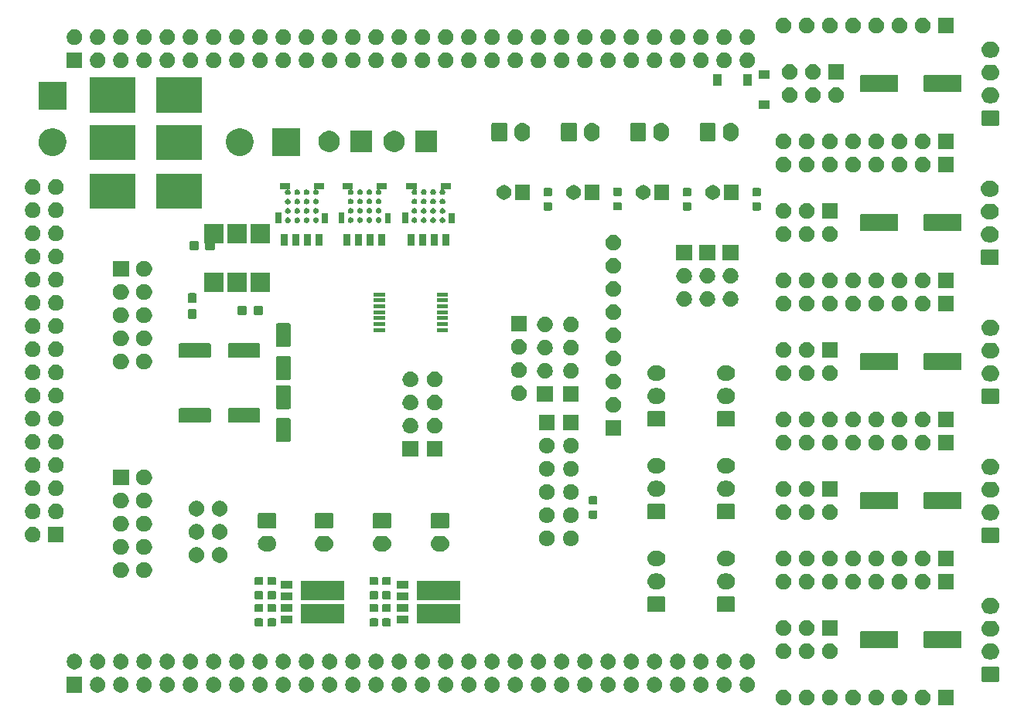
<source format=gts>
G04 #@! TF.GenerationSoftware,KiCad,Pcbnew,(5.1.5)-3*
G04 #@! TF.CreationDate,2020-05-12T00:31:33+02:00*
G04 #@! TF.ProjectId,RAMPS_STM32F407_TFT_Touch,52414d50-535f-4535-944d-333246343037,rev?*
G04 #@! TF.SameCoordinates,Original*
G04 #@! TF.FileFunction,Soldermask,Top*
G04 #@! TF.FilePolarity,Negative*
%FSLAX46Y46*%
G04 Gerber Fmt 4.6, Leading zero omitted, Abs format (unit mm)*
G04 Created by KiCad (PCBNEW (5.1.5)-3) date 2020-05-12 00:31:33*
%MOMM*%
%LPD*%
G04 APERTURE LIST*
%ADD10C,0.100000*%
G04 APERTURE END LIST*
D10*
G36*
X35560000Y-22352000D02*
G01*
X36601400Y-22352000D01*
X36601400Y-22910800D01*
X35560000Y-22910800D01*
X35560000Y-22352000D01*
G37*
X35560000Y-22352000D02*
X36601400Y-22352000D01*
X36601400Y-22910800D01*
X35560000Y-22910800D01*
X35560000Y-22352000D01*
G36*
X39319200Y-22377400D02*
G01*
X40360600Y-22377400D01*
X40360600Y-22936200D01*
X39319200Y-22936200D01*
X39319200Y-22377400D01*
G37*
X39319200Y-22377400D02*
X40360600Y-22377400D01*
X40360600Y-22936200D01*
X39319200Y-22936200D01*
X39319200Y-22377400D01*
G36*
X40767000Y-25654000D02*
G01*
X40767000Y-26695400D01*
X40208200Y-26695400D01*
X40208200Y-25654000D01*
X40767000Y-25654000D01*
G37*
X40767000Y-25654000D02*
X40767000Y-26695400D01*
X40208200Y-26695400D01*
X40208200Y-25654000D01*
X40767000Y-25654000D01*
G36*
X35687000Y-25603200D02*
G01*
X35687000Y-26644600D01*
X35128200Y-26644600D01*
X35128200Y-25603200D01*
X35687000Y-25603200D01*
G37*
X35687000Y-25603200D02*
X35687000Y-26644600D01*
X35128200Y-26644600D01*
X35128200Y-25603200D01*
X35687000Y-25603200D01*
G36*
X42545000Y-22352000D02*
G01*
X43586400Y-22352000D01*
X43586400Y-22910800D01*
X42545000Y-22910800D01*
X42545000Y-22352000D01*
G37*
X42545000Y-22352000D02*
X43586400Y-22352000D01*
X43586400Y-22910800D01*
X42545000Y-22910800D01*
X42545000Y-22352000D01*
G36*
X46304200Y-22377400D02*
G01*
X47345600Y-22377400D01*
X47345600Y-22936200D01*
X46304200Y-22936200D01*
X46304200Y-22377400D01*
G37*
X46304200Y-22377400D02*
X47345600Y-22377400D01*
X47345600Y-22936200D01*
X46304200Y-22936200D01*
X46304200Y-22377400D01*
G36*
X47752000Y-25654000D02*
G01*
X47752000Y-26695400D01*
X47193200Y-26695400D01*
X47193200Y-25654000D01*
X47752000Y-25654000D01*
G37*
X47752000Y-25654000D02*
X47752000Y-26695400D01*
X47193200Y-26695400D01*
X47193200Y-25654000D01*
X47752000Y-25654000D01*
G36*
X42672000Y-25603200D02*
G01*
X42672000Y-26644600D01*
X42113200Y-26644600D01*
X42113200Y-25603200D01*
X42672000Y-25603200D01*
G37*
X42672000Y-25603200D02*
X42672000Y-26644600D01*
X42113200Y-26644600D01*
X42113200Y-25603200D01*
X42672000Y-25603200D01*
G36*
X28686001Y-22360000D02*
G01*
X29727401Y-22360000D01*
X29727401Y-22918800D01*
X28686001Y-22918800D01*
X28686001Y-22360000D01*
G37*
X28686001Y-22360000D02*
X29727401Y-22360000D01*
X29727401Y-22918800D01*
X28686001Y-22918800D01*
X28686001Y-22360000D01*
G36*
X32445201Y-22385400D02*
G01*
X33486601Y-22385400D01*
X33486601Y-22944200D01*
X32445201Y-22944200D01*
X32445201Y-22385400D01*
G37*
X32445201Y-22385400D02*
X33486601Y-22385400D01*
X33486601Y-22944200D01*
X32445201Y-22944200D01*
X32445201Y-22385400D01*
G36*
X33893001Y-25662000D02*
G01*
X33893001Y-26703400D01*
X33334201Y-26703400D01*
X33334201Y-25662000D01*
X33893001Y-25662000D01*
G37*
X33893001Y-25662000D02*
X33893001Y-26703400D01*
X33334201Y-26703400D01*
X33334201Y-25662000D01*
X33893001Y-25662000D01*
G36*
X28813001Y-25611200D02*
G01*
X28813001Y-26652600D01*
X28254201Y-26652600D01*
X28254201Y-25611200D01*
X28813001Y-25611200D01*
G37*
X28813001Y-25611200D02*
X28813001Y-26652600D01*
X28254201Y-26652600D01*
X28254201Y-25611200D01*
X28813001Y-25611200D01*
G36*
X83970987Y-77894204D02*
G01*
X84070564Y-77914011D01*
X84226885Y-77978762D01*
X84226886Y-77978763D01*
X84226889Y-77978764D01*
X84366639Y-78072143D01*
X84367583Y-78072773D01*
X84487227Y-78192417D01*
X84487229Y-78192420D01*
X84581236Y-78333111D01*
X84581237Y-78333114D01*
X84581238Y-78333115D01*
X84645989Y-78489436D01*
X84679000Y-78655398D01*
X84679000Y-78824602D01*
X84645989Y-78990564D01*
X84581238Y-79146885D01*
X84581236Y-79146889D01*
X84487857Y-79286639D01*
X84487227Y-79287583D01*
X84367583Y-79407227D01*
X84367580Y-79407229D01*
X84226889Y-79501236D01*
X84226886Y-79501237D01*
X84226885Y-79501238D01*
X84070564Y-79565989D01*
X83970987Y-79585796D01*
X83904604Y-79599000D01*
X83735396Y-79599000D01*
X83669013Y-79585796D01*
X83569436Y-79565989D01*
X83413115Y-79501238D01*
X83413114Y-79501237D01*
X83413111Y-79501236D01*
X83272420Y-79407229D01*
X83272417Y-79407227D01*
X83152773Y-79287583D01*
X83152143Y-79286639D01*
X83058764Y-79146889D01*
X83058762Y-79146885D01*
X82994011Y-78990564D01*
X82961000Y-78824602D01*
X82961000Y-78655398D01*
X82994011Y-78489436D01*
X83058762Y-78333115D01*
X83058763Y-78333114D01*
X83058764Y-78333111D01*
X83152771Y-78192420D01*
X83152773Y-78192417D01*
X83272417Y-78072773D01*
X83273361Y-78072143D01*
X83413111Y-77978764D01*
X83413114Y-77978763D01*
X83413115Y-77978762D01*
X83569436Y-77914011D01*
X83669013Y-77894204D01*
X83735396Y-77881000D01*
X83904604Y-77881000D01*
X83970987Y-77894204D01*
G37*
G36*
X102459000Y-79599000D02*
G01*
X100741000Y-79599000D01*
X100741000Y-77881000D01*
X102459000Y-77881000D01*
X102459000Y-79599000D01*
G37*
G36*
X99210987Y-77894204D02*
G01*
X99310564Y-77914011D01*
X99466885Y-77978762D01*
X99466886Y-77978763D01*
X99466889Y-77978764D01*
X99606639Y-78072143D01*
X99607583Y-78072773D01*
X99727227Y-78192417D01*
X99727229Y-78192420D01*
X99821236Y-78333111D01*
X99821237Y-78333114D01*
X99821238Y-78333115D01*
X99885989Y-78489436D01*
X99919000Y-78655398D01*
X99919000Y-78824602D01*
X99885989Y-78990564D01*
X99821238Y-79146885D01*
X99821236Y-79146889D01*
X99727857Y-79286639D01*
X99727227Y-79287583D01*
X99607583Y-79407227D01*
X99607580Y-79407229D01*
X99466889Y-79501236D01*
X99466886Y-79501237D01*
X99466885Y-79501238D01*
X99310564Y-79565989D01*
X99210987Y-79585796D01*
X99144604Y-79599000D01*
X98975396Y-79599000D01*
X98909013Y-79585796D01*
X98809436Y-79565989D01*
X98653115Y-79501238D01*
X98653114Y-79501237D01*
X98653111Y-79501236D01*
X98512420Y-79407229D01*
X98512417Y-79407227D01*
X98392773Y-79287583D01*
X98392143Y-79286639D01*
X98298764Y-79146889D01*
X98298762Y-79146885D01*
X98234011Y-78990564D01*
X98201000Y-78824602D01*
X98201000Y-78655398D01*
X98234011Y-78489436D01*
X98298762Y-78333115D01*
X98298763Y-78333114D01*
X98298764Y-78333111D01*
X98392771Y-78192420D01*
X98392773Y-78192417D01*
X98512417Y-78072773D01*
X98513361Y-78072143D01*
X98653111Y-77978764D01*
X98653114Y-77978763D01*
X98653115Y-77978762D01*
X98809436Y-77914011D01*
X98909013Y-77894204D01*
X98975396Y-77881000D01*
X99144604Y-77881000D01*
X99210987Y-77894204D01*
G37*
G36*
X96670987Y-77894204D02*
G01*
X96770564Y-77914011D01*
X96926885Y-77978762D01*
X96926886Y-77978763D01*
X96926889Y-77978764D01*
X97066639Y-78072143D01*
X97067583Y-78072773D01*
X97187227Y-78192417D01*
X97187229Y-78192420D01*
X97281236Y-78333111D01*
X97281237Y-78333114D01*
X97281238Y-78333115D01*
X97345989Y-78489436D01*
X97379000Y-78655398D01*
X97379000Y-78824602D01*
X97345989Y-78990564D01*
X97281238Y-79146885D01*
X97281236Y-79146889D01*
X97187857Y-79286639D01*
X97187227Y-79287583D01*
X97067583Y-79407227D01*
X97067580Y-79407229D01*
X96926889Y-79501236D01*
X96926886Y-79501237D01*
X96926885Y-79501238D01*
X96770564Y-79565989D01*
X96670987Y-79585796D01*
X96604604Y-79599000D01*
X96435396Y-79599000D01*
X96369013Y-79585796D01*
X96269436Y-79565989D01*
X96113115Y-79501238D01*
X96113114Y-79501237D01*
X96113111Y-79501236D01*
X95972420Y-79407229D01*
X95972417Y-79407227D01*
X95852773Y-79287583D01*
X95852143Y-79286639D01*
X95758764Y-79146889D01*
X95758762Y-79146885D01*
X95694011Y-78990564D01*
X95661000Y-78824602D01*
X95661000Y-78655398D01*
X95694011Y-78489436D01*
X95758762Y-78333115D01*
X95758763Y-78333114D01*
X95758764Y-78333111D01*
X95852771Y-78192420D01*
X95852773Y-78192417D01*
X95972417Y-78072773D01*
X95973361Y-78072143D01*
X96113111Y-77978764D01*
X96113114Y-77978763D01*
X96113115Y-77978762D01*
X96269436Y-77914011D01*
X96369013Y-77894204D01*
X96435396Y-77881000D01*
X96604604Y-77881000D01*
X96670987Y-77894204D01*
G37*
G36*
X94130987Y-77894204D02*
G01*
X94230564Y-77914011D01*
X94386885Y-77978762D01*
X94386886Y-77978763D01*
X94386889Y-77978764D01*
X94526639Y-78072143D01*
X94527583Y-78072773D01*
X94647227Y-78192417D01*
X94647229Y-78192420D01*
X94741236Y-78333111D01*
X94741237Y-78333114D01*
X94741238Y-78333115D01*
X94805989Y-78489436D01*
X94839000Y-78655398D01*
X94839000Y-78824602D01*
X94805989Y-78990564D01*
X94741238Y-79146885D01*
X94741236Y-79146889D01*
X94647857Y-79286639D01*
X94647227Y-79287583D01*
X94527583Y-79407227D01*
X94527580Y-79407229D01*
X94386889Y-79501236D01*
X94386886Y-79501237D01*
X94386885Y-79501238D01*
X94230564Y-79565989D01*
X94130987Y-79585796D01*
X94064604Y-79599000D01*
X93895396Y-79599000D01*
X93829013Y-79585796D01*
X93729436Y-79565989D01*
X93573115Y-79501238D01*
X93573114Y-79501237D01*
X93573111Y-79501236D01*
X93432420Y-79407229D01*
X93432417Y-79407227D01*
X93312773Y-79287583D01*
X93312143Y-79286639D01*
X93218764Y-79146889D01*
X93218762Y-79146885D01*
X93154011Y-78990564D01*
X93121000Y-78824602D01*
X93121000Y-78655398D01*
X93154011Y-78489436D01*
X93218762Y-78333115D01*
X93218763Y-78333114D01*
X93218764Y-78333111D01*
X93312771Y-78192420D01*
X93312773Y-78192417D01*
X93432417Y-78072773D01*
X93433361Y-78072143D01*
X93573111Y-77978764D01*
X93573114Y-77978763D01*
X93573115Y-77978762D01*
X93729436Y-77914011D01*
X93829013Y-77894204D01*
X93895396Y-77881000D01*
X94064604Y-77881000D01*
X94130987Y-77894204D01*
G37*
G36*
X89050987Y-77894204D02*
G01*
X89150564Y-77914011D01*
X89306885Y-77978762D01*
X89306886Y-77978763D01*
X89306889Y-77978764D01*
X89446639Y-78072143D01*
X89447583Y-78072773D01*
X89567227Y-78192417D01*
X89567229Y-78192420D01*
X89661236Y-78333111D01*
X89661237Y-78333114D01*
X89661238Y-78333115D01*
X89725989Y-78489436D01*
X89759000Y-78655398D01*
X89759000Y-78824602D01*
X89725989Y-78990564D01*
X89661238Y-79146885D01*
X89661236Y-79146889D01*
X89567857Y-79286639D01*
X89567227Y-79287583D01*
X89447583Y-79407227D01*
X89447580Y-79407229D01*
X89306889Y-79501236D01*
X89306886Y-79501237D01*
X89306885Y-79501238D01*
X89150564Y-79565989D01*
X89050987Y-79585796D01*
X88984604Y-79599000D01*
X88815396Y-79599000D01*
X88749013Y-79585796D01*
X88649436Y-79565989D01*
X88493115Y-79501238D01*
X88493114Y-79501237D01*
X88493111Y-79501236D01*
X88352420Y-79407229D01*
X88352417Y-79407227D01*
X88232773Y-79287583D01*
X88232143Y-79286639D01*
X88138764Y-79146889D01*
X88138762Y-79146885D01*
X88074011Y-78990564D01*
X88041000Y-78824602D01*
X88041000Y-78655398D01*
X88074011Y-78489436D01*
X88138762Y-78333115D01*
X88138763Y-78333114D01*
X88138764Y-78333111D01*
X88232771Y-78192420D01*
X88232773Y-78192417D01*
X88352417Y-78072773D01*
X88353361Y-78072143D01*
X88493111Y-77978764D01*
X88493114Y-77978763D01*
X88493115Y-77978762D01*
X88649436Y-77914011D01*
X88749013Y-77894204D01*
X88815396Y-77881000D01*
X88984604Y-77881000D01*
X89050987Y-77894204D01*
G37*
G36*
X91590987Y-77894204D02*
G01*
X91690564Y-77914011D01*
X91846885Y-77978762D01*
X91846886Y-77978763D01*
X91846889Y-77978764D01*
X91986639Y-78072143D01*
X91987583Y-78072773D01*
X92107227Y-78192417D01*
X92107229Y-78192420D01*
X92201236Y-78333111D01*
X92201237Y-78333114D01*
X92201238Y-78333115D01*
X92265989Y-78489436D01*
X92299000Y-78655398D01*
X92299000Y-78824602D01*
X92265989Y-78990564D01*
X92201238Y-79146885D01*
X92201236Y-79146889D01*
X92107857Y-79286639D01*
X92107227Y-79287583D01*
X91987583Y-79407227D01*
X91987580Y-79407229D01*
X91846889Y-79501236D01*
X91846886Y-79501237D01*
X91846885Y-79501238D01*
X91690564Y-79565989D01*
X91590987Y-79585796D01*
X91524604Y-79599000D01*
X91355396Y-79599000D01*
X91289013Y-79585796D01*
X91189436Y-79565989D01*
X91033115Y-79501238D01*
X91033114Y-79501237D01*
X91033111Y-79501236D01*
X90892420Y-79407229D01*
X90892417Y-79407227D01*
X90772773Y-79287583D01*
X90772143Y-79286639D01*
X90678764Y-79146889D01*
X90678762Y-79146885D01*
X90614011Y-78990564D01*
X90581000Y-78824602D01*
X90581000Y-78655398D01*
X90614011Y-78489436D01*
X90678762Y-78333115D01*
X90678763Y-78333114D01*
X90678764Y-78333111D01*
X90772771Y-78192420D01*
X90772773Y-78192417D01*
X90892417Y-78072773D01*
X90893361Y-78072143D01*
X91033111Y-77978764D01*
X91033114Y-77978763D01*
X91033115Y-77978762D01*
X91189436Y-77914011D01*
X91289013Y-77894204D01*
X91355396Y-77881000D01*
X91524604Y-77881000D01*
X91590987Y-77894204D01*
G37*
G36*
X86510987Y-77894204D02*
G01*
X86610564Y-77914011D01*
X86766885Y-77978762D01*
X86766886Y-77978763D01*
X86766889Y-77978764D01*
X86906639Y-78072143D01*
X86907583Y-78072773D01*
X87027227Y-78192417D01*
X87027229Y-78192420D01*
X87121236Y-78333111D01*
X87121237Y-78333114D01*
X87121238Y-78333115D01*
X87185989Y-78489436D01*
X87219000Y-78655398D01*
X87219000Y-78824602D01*
X87185989Y-78990564D01*
X87121238Y-79146885D01*
X87121236Y-79146889D01*
X87027857Y-79286639D01*
X87027227Y-79287583D01*
X86907583Y-79407227D01*
X86907580Y-79407229D01*
X86766889Y-79501236D01*
X86766886Y-79501237D01*
X86766885Y-79501238D01*
X86610564Y-79565989D01*
X86510987Y-79585796D01*
X86444604Y-79599000D01*
X86275396Y-79599000D01*
X86209013Y-79585796D01*
X86109436Y-79565989D01*
X85953115Y-79501238D01*
X85953114Y-79501237D01*
X85953111Y-79501236D01*
X85812420Y-79407229D01*
X85812417Y-79407227D01*
X85692773Y-79287583D01*
X85692143Y-79286639D01*
X85598764Y-79146889D01*
X85598762Y-79146885D01*
X85534011Y-78990564D01*
X85501000Y-78824602D01*
X85501000Y-78655398D01*
X85534011Y-78489436D01*
X85598762Y-78333115D01*
X85598763Y-78333114D01*
X85598764Y-78333111D01*
X85692771Y-78192420D01*
X85692773Y-78192417D01*
X85812417Y-78072773D01*
X85813361Y-78072143D01*
X85953111Y-77978764D01*
X85953114Y-77978763D01*
X85953115Y-77978762D01*
X86109436Y-77914011D01*
X86209013Y-77894204D01*
X86275396Y-77881000D01*
X86444604Y-77881000D01*
X86510987Y-77894204D01*
G37*
G36*
X74953987Y-76497204D02*
G01*
X75053564Y-76517011D01*
X75209885Y-76581762D01*
X75209886Y-76581763D01*
X75209889Y-76581764D01*
X75349639Y-76675143D01*
X75350583Y-76675773D01*
X75470227Y-76795417D01*
X75470229Y-76795420D01*
X75564236Y-76936111D01*
X75564237Y-76936114D01*
X75564238Y-76936115D01*
X75628989Y-77092436D01*
X75662000Y-77258398D01*
X75662000Y-77427602D01*
X75628989Y-77593564D01*
X75564238Y-77749885D01*
X75564236Y-77749889D01*
X75476630Y-77881000D01*
X75470227Y-77890583D01*
X75350583Y-78010227D01*
X75350580Y-78010229D01*
X75209889Y-78104236D01*
X75209886Y-78104237D01*
X75209885Y-78104238D01*
X75053564Y-78168989D01*
X74953987Y-78188796D01*
X74887604Y-78202000D01*
X74718396Y-78202000D01*
X74652013Y-78188796D01*
X74552436Y-78168989D01*
X74396115Y-78104238D01*
X74396114Y-78104237D01*
X74396111Y-78104236D01*
X74255420Y-78010229D01*
X74255417Y-78010227D01*
X74135773Y-77890583D01*
X74129370Y-77881000D01*
X74041764Y-77749889D01*
X74041762Y-77749885D01*
X73977011Y-77593564D01*
X73944000Y-77427602D01*
X73944000Y-77258398D01*
X73977011Y-77092436D01*
X74041762Y-76936115D01*
X74041763Y-76936114D01*
X74041764Y-76936111D01*
X74135771Y-76795420D01*
X74135773Y-76795417D01*
X74255417Y-76675773D01*
X74256361Y-76675143D01*
X74396111Y-76581764D01*
X74396114Y-76581763D01*
X74396115Y-76581762D01*
X74552436Y-76517011D01*
X74652013Y-76497204D01*
X74718396Y-76484000D01*
X74887604Y-76484000D01*
X74953987Y-76497204D01*
G37*
G36*
X47013987Y-76497204D02*
G01*
X47113564Y-76517011D01*
X47269885Y-76581762D01*
X47269886Y-76581763D01*
X47269889Y-76581764D01*
X47409639Y-76675143D01*
X47410583Y-76675773D01*
X47530227Y-76795417D01*
X47530229Y-76795420D01*
X47624236Y-76936111D01*
X47624237Y-76936114D01*
X47624238Y-76936115D01*
X47688989Y-77092436D01*
X47722000Y-77258398D01*
X47722000Y-77427602D01*
X47688989Y-77593564D01*
X47624238Y-77749885D01*
X47624236Y-77749889D01*
X47536630Y-77881000D01*
X47530227Y-77890583D01*
X47410583Y-78010227D01*
X47410580Y-78010229D01*
X47269889Y-78104236D01*
X47269886Y-78104237D01*
X47269885Y-78104238D01*
X47113564Y-78168989D01*
X47013987Y-78188796D01*
X46947604Y-78202000D01*
X46778396Y-78202000D01*
X46712013Y-78188796D01*
X46612436Y-78168989D01*
X46456115Y-78104238D01*
X46456114Y-78104237D01*
X46456111Y-78104236D01*
X46315420Y-78010229D01*
X46315417Y-78010227D01*
X46195773Y-77890583D01*
X46189370Y-77881000D01*
X46101764Y-77749889D01*
X46101762Y-77749885D01*
X46037011Y-77593564D01*
X46004000Y-77427602D01*
X46004000Y-77258398D01*
X46037011Y-77092436D01*
X46101762Y-76936115D01*
X46101763Y-76936114D01*
X46101764Y-76936111D01*
X46195771Y-76795420D01*
X46195773Y-76795417D01*
X46315417Y-76675773D01*
X46316361Y-76675143D01*
X46456111Y-76581764D01*
X46456114Y-76581763D01*
X46456115Y-76581762D01*
X46612436Y-76517011D01*
X46712013Y-76497204D01*
X46778396Y-76484000D01*
X46947604Y-76484000D01*
X47013987Y-76497204D01*
G37*
G36*
X44473987Y-76497204D02*
G01*
X44573564Y-76517011D01*
X44729885Y-76581762D01*
X44729886Y-76581763D01*
X44729889Y-76581764D01*
X44869639Y-76675143D01*
X44870583Y-76675773D01*
X44990227Y-76795417D01*
X44990229Y-76795420D01*
X45084236Y-76936111D01*
X45084237Y-76936114D01*
X45084238Y-76936115D01*
X45148989Y-77092436D01*
X45182000Y-77258398D01*
X45182000Y-77427602D01*
X45148989Y-77593564D01*
X45084238Y-77749885D01*
X45084236Y-77749889D01*
X44996630Y-77881000D01*
X44990227Y-77890583D01*
X44870583Y-78010227D01*
X44870580Y-78010229D01*
X44729889Y-78104236D01*
X44729886Y-78104237D01*
X44729885Y-78104238D01*
X44573564Y-78168989D01*
X44473987Y-78188796D01*
X44407604Y-78202000D01*
X44238396Y-78202000D01*
X44172013Y-78188796D01*
X44072436Y-78168989D01*
X43916115Y-78104238D01*
X43916114Y-78104237D01*
X43916111Y-78104236D01*
X43775420Y-78010229D01*
X43775417Y-78010227D01*
X43655773Y-77890583D01*
X43649370Y-77881000D01*
X43561764Y-77749889D01*
X43561762Y-77749885D01*
X43497011Y-77593564D01*
X43464000Y-77427602D01*
X43464000Y-77258398D01*
X43497011Y-77092436D01*
X43561762Y-76936115D01*
X43561763Y-76936114D01*
X43561764Y-76936111D01*
X43655771Y-76795420D01*
X43655773Y-76795417D01*
X43775417Y-76675773D01*
X43776361Y-76675143D01*
X43916111Y-76581764D01*
X43916114Y-76581763D01*
X43916115Y-76581762D01*
X44072436Y-76517011D01*
X44172013Y-76497204D01*
X44238396Y-76484000D01*
X44407604Y-76484000D01*
X44473987Y-76497204D01*
G37*
G36*
X41933987Y-76497204D02*
G01*
X42033564Y-76517011D01*
X42189885Y-76581762D01*
X42189886Y-76581763D01*
X42189889Y-76581764D01*
X42329639Y-76675143D01*
X42330583Y-76675773D01*
X42450227Y-76795417D01*
X42450229Y-76795420D01*
X42544236Y-76936111D01*
X42544237Y-76936114D01*
X42544238Y-76936115D01*
X42608989Y-77092436D01*
X42642000Y-77258398D01*
X42642000Y-77427602D01*
X42608989Y-77593564D01*
X42544238Y-77749885D01*
X42544236Y-77749889D01*
X42456630Y-77881000D01*
X42450227Y-77890583D01*
X42330583Y-78010227D01*
X42330580Y-78010229D01*
X42189889Y-78104236D01*
X42189886Y-78104237D01*
X42189885Y-78104238D01*
X42033564Y-78168989D01*
X41933987Y-78188796D01*
X41867604Y-78202000D01*
X41698396Y-78202000D01*
X41632013Y-78188796D01*
X41532436Y-78168989D01*
X41376115Y-78104238D01*
X41376114Y-78104237D01*
X41376111Y-78104236D01*
X41235420Y-78010229D01*
X41235417Y-78010227D01*
X41115773Y-77890583D01*
X41109370Y-77881000D01*
X41021764Y-77749889D01*
X41021762Y-77749885D01*
X40957011Y-77593564D01*
X40924000Y-77427602D01*
X40924000Y-77258398D01*
X40957011Y-77092436D01*
X41021762Y-76936115D01*
X41021763Y-76936114D01*
X41021764Y-76936111D01*
X41115771Y-76795420D01*
X41115773Y-76795417D01*
X41235417Y-76675773D01*
X41236361Y-76675143D01*
X41376111Y-76581764D01*
X41376114Y-76581763D01*
X41376115Y-76581762D01*
X41532436Y-76517011D01*
X41632013Y-76497204D01*
X41698396Y-76484000D01*
X41867604Y-76484000D01*
X41933987Y-76497204D01*
G37*
G36*
X39393987Y-76497204D02*
G01*
X39493564Y-76517011D01*
X39649885Y-76581762D01*
X39649886Y-76581763D01*
X39649889Y-76581764D01*
X39789639Y-76675143D01*
X39790583Y-76675773D01*
X39910227Y-76795417D01*
X39910229Y-76795420D01*
X40004236Y-76936111D01*
X40004237Y-76936114D01*
X40004238Y-76936115D01*
X40068989Y-77092436D01*
X40102000Y-77258398D01*
X40102000Y-77427602D01*
X40068989Y-77593564D01*
X40004238Y-77749885D01*
X40004236Y-77749889D01*
X39916630Y-77881000D01*
X39910227Y-77890583D01*
X39790583Y-78010227D01*
X39790580Y-78010229D01*
X39649889Y-78104236D01*
X39649886Y-78104237D01*
X39649885Y-78104238D01*
X39493564Y-78168989D01*
X39393987Y-78188796D01*
X39327604Y-78202000D01*
X39158396Y-78202000D01*
X39092013Y-78188796D01*
X38992436Y-78168989D01*
X38836115Y-78104238D01*
X38836114Y-78104237D01*
X38836111Y-78104236D01*
X38695420Y-78010229D01*
X38695417Y-78010227D01*
X38575773Y-77890583D01*
X38569370Y-77881000D01*
X38481764Y-77749889D01*
X38481762Y-77749885D01*
X38417011Y-77593564D01*
X38384000Y-77427602D01*
X38384000Y-77258398D01*
X38417011Y-77092436D01*
X38481762Y-76936115D01*
X38481763Y-76936114D01*
X38481764Y-76936111D01*
X38575771Y-76795420D01*
X38575773Y-76795417D01*
X38695417Y-76675773D01*
X38696361Y-76675143D01*
X38836111Y-76581764D01*
X38836114Y-76581763D01*
X38836115Y-76581762D01*
X38992436Y-76517011D01*
X39092013Y-76497204D01*
X39158396Y-76484000D01*
X39327604Y-76484000D01*
X39393987Y-76497204D01*
G37*
G36*
X36853987Y-76497204D02*
G01*
X36953564Y-76517011D01*
X37109885Y-76581762D01*
X37109886Y-76581763D01*
X37109889Y-76581764D01*
X37249639Y-76675143D01*
X37250583Y-76675773D01*
X37370227Y-76795417D01*
X37370229Y-76795420D01*
X37464236Y-76936111D01*
X37464237Y-76936114D01*
X37464238Y-76936115D01*
X37528989Y-77092436D01*
X37562000Y-77258398D01*
X37562000Y-77427602D01*
X37528989Y-77593564D01*
X37464238Y-77749885D01*
X37464236Y-77749889D01*
X37376630Y-77881000D01*
X37370227Y-77890583D01*
X37250583Y-78010227D01*
X37250580Y-78010229D01*
X37109889Y-78104236D01*
X37109886Y-78104237D01*
X37109885Y-78104238D01*
X36953564Y-78168989D01*
X36853987Y-78188796D01*
X36787604Y-78202000D01*
X36618396Y-78202000D01*
X36552013Y-78188796D01*
X36452436Y-78168989D01*
X36296115Y-78104238D01*
X36296114Y-78104237D01*
X36296111Y-78104236D01*
X36155420Y-78010229D01*
X36155417Y-78010227D01*
X36035773Y-77890583D01*
X36029370Y-77881000D01*
X35941764Y-77749889D01*
X35941762Y-77749885D01*
X35877011Y-77593564D01*
X35844000Y-77427602D01*
X35844000Y-77258398D01*
X35877011Y-77092436D01*
X35941762Y-76936115D01*
X35941763Y-76936114D01*
X35941764Y-76936111D01*
X36035771Y-76795420D01*
X36035773Y-76795417D01*
X36155417Y-76675773D01*
X36156361Y-76675143D01*
X36296111Y-76581764D01*
X36296114Y-76581763D01*
X36296115Y-76581762D01*
X36452436Y-76517011D01*
X36552013Y-76497204D01*
X36618396Y-76484000D01*
X36787604Y-76484000D01*
X36853987Y-76497204D01*
G37*
G36*
X34313987Y-76497204D02*
G01*
X34413564Y-76517011D01*
X34569885Y-76581762D01*
X34569886Y-76581763D01*
X34569889Y-76581764D01*
X34709639Y-76675143D01*
X34710583Y-76675773D01*
X34830227Y-76795417D01*
X34830229Y-76795420D01*
X34924236Y-76936111D01*
X34924237Y-76936114D01*
X34924238Y-76936115D01*
X34988989Y-77092436D01*
X35022000Y-77258398D01*
X35022000Y-77427602D01*
X34988989Y-77593564D01*
X34924238Y-77749885D01*
X34924236Y-77749889D01*
X34836630Y-77881000D01*
X34830227Y-77890583D01*
X34710583Y-78010227D01*
X34710580Y-78010229D01*
X34569889Y-78104236D01*
X34569886Y-78104237D01*
X34569885Y-78104238D01*
X34413564Y-78168989D01*
X34313987Y-78188796D01*
X34247604Y-78202000D01*
X34078396Y-78202000D01*
X34012013Y-78188796D01*
X33912436Y-78168989D01*
X33756115Y-78104238D01*
X33756114Y-78104237D01*
X33756111Y-78104236D01*
X33615420Y-78010229D01*
X33615417Y-78010227D01*
X33495773Y-77890583D01*
X33489370Y-77881000D01*
X33401764Y-77749889D01*
X33401762Y-77749885D01*
X33337011Y-77593564D01*
X33304000Y-77427602D01*
X33304000Y-77258398D01*
X33337011Y-77092436D01*
X33401762Y-76936115D01*
X33401763Y-76936114D01*
X33401764Y-76936111D01*
X33495771Y-76795420D01*
X33495773Y-76795417D01*
X33615417Y-76675773D01*
X33616361Y-76675143D01*
X33756111Y-76581764D01*
X33756114Y-76581763D01*
X33756115Y-76581762D01*
X33912436Y-76517011D01*
X34012013Y-76497204D01*
X34078396Y-76484000D01*
X34247604Y-76484000D01*
X34313987Y-76497204D01*
G37*
G36*
X31773987Y-76497204D02*
G01*
X31873564Y-76517011D01*
X32029885Y-76581762D01*
X32029886Y-76581763D01*
X32029889Y-76581764D01*
X32169639Y-76675143D01*
X32170583Y-76675773D01*
X32290227Y-76795417D01*
X32290229Y-76795420D01*
X32384236Y-76936111D01*
X32384237Y-76936114D01*
X32384238Y-76936115D01*
X32448989Y-77092436D01*
X32482000Y-77258398D01*
X32482000Y-77427602D01*
X32448989Y-77593564D01*
X32384238Y-77749885D01*
X32384236Y-77749889D01*
X32296630Y-77881000D01*
X32290227Y-77890583D01*
X32170583Y-78010227D01*
X32170580Y-78010229D01*
X32029889Y-78104236D01*
X32029886Y-78104237D01*
X32029885Y-78104238D01*
X31873564Y-78168989D01*
X31773987Y-78188796D01*
X31707604Y-78202000D01*
X31538396Y-78202000D01*
X31472013Y-78188796D01*
X31372436Y-78168989D01*
X31216115Y-78104238D01*
X31216114Y-78104237D01*
X31216111Y-78104236D01*
X31075420Y-78010229D01*
X31075417Y-78010227D01*
X30955773Y-77890583D01*
X30949370Y-77881000D01*
X30861764Y-77749889D01*
X30861762Y-77749885D01*
X30797011Y-77593564D01*
X30764000Y-77427602D01*
X30764000Y-77258398D01*
X30797011Y-77092436D01*
X30861762Y-76936115D01*
X30861763Y-76936114D01*
X30861764Y-76936111D01*
X30955771Y-76795420D01*
X30955773Y-76795417D01*
X31075417Y-76675773D01*
X31076361Y-76675143D01*
X31216111Y-76581764D01*
X31216114Y-76581763D01*
X31216115Y-76581762D01*
X31372436Y-76517011D01*
X31472013Y-76497204D01*
X31538396Y-76484000D01*
X31707604Y-76484000D01*
X31773987Y-76497204D01*
G37*
G36*
X29233987Y-76497204D02*
G01*
X29333564Y-76517011D01*
X29489885Y-76581762D01*
X29489886Y-76581763D01*
X29489889Y-76581764D01*
X29629639Y-76675143D01*
X29630583Y-76675773D01*
X29750227Y-76795417D01*
X29750229Y-76795420D01*
X29844236Y-76936111D01*
X29844237Y-76936114D01*
X29844238Y-76936115D01*
X29908989Y-77092436D01*
X29942000Y-77258398D01*
X29942000Y-77427602D01*
X29908989Y-77593564D01*
X29844238Y-77749885D01*
X29844236Y-77749889D01*
X29756630Y-77881000D01*
X29750227Y-77890583D01*
X29630583Y-78010227D01*
X29630580Y-78010229D01*
X29489889Y-78104236D01*
X29489886Y-78104237D01*
X29489885Y-78104238D01*
X29333564Y-78168989D01*
X29233987Y-78188796D01*
X29167604Y-78202000D01*
X28998396Y-78202000D01*
X28932013Y-78188796D01*
X28832436Y-78168989D01*
X28676115Y-78104238D01*
X28676114Y-78104237D01*
X28676111Y-78104236D01*
X28535420Y-78010229D01*
X28535417Y-78010227D01*
X28415773Y-77890583D01*
X28409370Y-77881000D01*
X28321764Y-77749889D01*
X28321762Y-77749885D01*
X28257011Y-77593564D01*
X28224000Y-77427602D01*
X28224000Y-77258398D01*
X28257011Y-77092436D01*
X28321762Y-76936115D01*
X28321763Y-76936114D01*
X28321764Y-76936111D01*
X28415771Y-76795420D01*
X28415773Y-76795417D01*
X28535417Y-76675773D01*
X28536361Y-76675143D01*
X28676111Y-76581764D01*
X28676114Y-76581763D01*
X28676115Y-76581762D01*
X28832436Y-76517011D01*
X28932013Y-76497204D01*
X28998396Y-76484000D01*
X29167604Y-76484000D01*
X29233987Y-76497204D01*
G37*
G36*
X24153987Y-76497204D02*
G01*
X24253564Y-76517011D01*
X24409885Y-76581762D01*
X24409886Y-76581763D01*
X24409889Y-76581764D01*
X24549639Y-76675143D01*
X24550583Y-76675773D01*
X24670227Y-76795417D01*
X24670229Y-76795420D01*
X24764236Y-76936111D01*
X24764237Y-76936114D01*
X24764238Y-76936115D01*
X24828989Y-77092436D01*
X24862000Y-77258398D01*
X24862000Y-77427602D01*
X24828989Y-77593564D01*
X24764238Y-77749885D01*
X24764236Y-77749889D01*
X24676630Y-77881000D01*
X24670227Y-77890583D01*
X24550583Y-78010227D01*
X24550580Y-78010229D01*
X24409889Y-78104236D01*
X24409886Y-78104237D01*
X24409885Y-78104238D01*
X24253564Y-78168989D01*
X24153987Y-78188796D01*
X24087604Y-78202000D01*
X23918396Y-78202000D01*
X23852013Y-78188796D01*
X23752436Y-78168989D01*
X23596115Y-78104238D01*
X23596114Y-78104237D01*
X23596111Y-78104236D01*
X23455420Y-78010229D01*
X23455417Y-78010227D01*
X23335773Y-77890583D01*
X23329370Y-77881000D01*
X23241764Y-77749889D01*
X23241762Y-77749885D01*
X23177011Y-77593564D01*
X23144000Y-77427602D01*
X23144000Y-77258398D01*
X23177011Y-77092436D01*
X23241762Y-76936115D01*
X23241763Y-76936114D01*
X23241764Y-76936111D01*
X23335771Y-76795420D01*
X23335773Y-76795417D01*
X23455417Y-76675773D01*
X23456361Y-76675143D01*
X23596111Y-76581764D01*
X23596114Y-76581763D01*
X23596115Y-76581762D01*
X23752436Y-76517011D01*
X23852013Y-76497204D01*
X23918396Y-76484000D01*
X24087604Y-76484000D01*
X24153987Y-76497204D01*
G37*
G36*
X21613987Y-76497204D02*
G01*
X21713564Y-76517011D01*
X21869885Y-76581762D01*
X21869886Y-76581763D01*
X21869889Y-76581764D01*
X22009639Y-76675143D01*
X22010583Y-76675773D01*
X22130227Y-76795417D01*
X22130229Y-76795420D01*
X22224236Y-76936111D01*
X22224237Y-76936114D01*
X22224238Y-76936115D01*
X22288989Y-77092436D01*
X22322000Y-77258398D01*
X22322000Y-77427602D01*
X22288989Y-77593564D01*
X22224238Y-77749885D01*
X22224236Y-77749889D01*
X22136630Y-77881000D01*
X22130227Y-77890583D01*
X22010583Y-78010227D01*
X22010580Y-78010229D01*
X21869889Y-78104236D01*
X21869886Y-78104237D01*
X21869885Y-78104238D01*
X21713564Y-78168989D01*
X21613987Y-78188796D01*
X21547604Y-78202000D01*
X21378396Y-78202000D01*
X21312013Y-78188796D01*
X21212436Y-78168989D01*
X21056115Y-78104238D01*
X21056114Y-78104237D01*
X21056111Y-78104236D01*
X20915420Y-78010229D01*
X20915417Y-78010227D01*
X20795773Y-77890583D01*
X20789370Y-77881000D01*
X20701764Y-77749889D01*
X20701762Y-77749885D01*
X20637011Y-77593564D01*
X20604000Y-77427602D01*
X20604000Y-77258398D01*
X20637011Y-77092436D01*
X20701762Y-76936115D01*
X20701763Y-76936114D01*
X20701764Y-76936111D01*
X20795771Y-76795420D01*
X20795773Y-76795417D01*
X20915417Y-76675773D01*
X20916361Y-76675143D01*
X21056111Y-76581764D01*
X21056114Y-76581763D01*
X21056115Y-76581762D01*
X21212436Y-76517011D01*
X21312013Y-76497204D01*
X21378396Y-76484000D01*
X21547604Y-76484000D01*
X21613987Y-76497204D01*
G37*
G36*
X19073987Y-76497204D02*
G01*
X19173564Y-76517011D01*
X19329885Y-76581762D01*
X19329886Y-76581763D01*
X19329889Y-76581764D01*
X19469639Y-76675143D01*
X19470583Y-76675773D01*
X19590227Y-76795417D01*
X19590229Y-76795420D01*
X19684236Y-76936111D01*
X19684237Y-76936114D01*
X19684238Y-76936115D01*
X19748989Y-77092436D01*
X19782000Y-77258398D01*
X19782000Y-77427602D01*
X19748989Y-77593564D01*
X19684238Y-77749885D01*
X19684236Y-77749889D01*
X19596630Y-77881000D01*
X19590227Y-77890583D01*
X19470583Y-78010227D01*
X19470580Y-78010229D01*
X19329889Y-78104236D01*
X19329886Y-78104237D01*
X19329885Y-78104238D01*
X19173564Y-78168989D01*
X19073987Y-78188796D01*
X19007604Y-78202000D01*
X18838396Y-78202000D01*
X18772013Y-78188796D01*
X18672436Y-78168989D01*
X18516115Y-78104238D01*
X18516114Y-78104237D01*
X18516111Y-78104236D01*
X18375420Y-78010229D01*
X18375417Y-78010227D01*
X18255773Y-77890583D01*
X18249370Y-77881000D01*
X18161764Y-77749889D01*
X18161762Y-77749885D01*
X18097011Y-77593564D01*
X18064000Y-77427602D01*
X18064000Y-77258398D01*
X18097011Y-77092436D01*
X18161762Y-76936115D01*
X18161763Y-76936114D01*
X18161764Y-76936111D01*
X18255771Y-76795420D01*
X18255773Y-76795417D01*
X18375417Y-76675773D01*
X18376361Y-76675143D01*
X18516111Y-76581764D01*
X18516114Y-76581763D01*
X18516115Y-76581762D01*
X18672436Y-76517011D01*
X18772013Y-76497204D01*
X18838396Y-76484000D01*
X19007604Y-76484000D01*
X19073987Y-76497204D01*
G37*
G36*
X16533987Y-76497204D02*
G01*
X16633564Y-76517011D01*
X16789885Y-76581762D01*
X16789886Y-76581763D01*
X16789889Y-76581764D01*
X16929639Y-76675143D01*
X16930583Y-76675773D01*
X17050227Y-76795417D01*
X17050229Y-76795420D01*
X17144236Y-76936111D01*
X17144237Y-76936114D01*
X17144238Y-76936115D01*
X17208989Y-77092436D01*
X17242000Y-77258398D01*
X17242000Y-77427602D01*
X17208989Y-77593564D01*
X17144238Y-77749885D01*
X17144236Y-77749889D01*
X17056630Y-77881000D01*
X17050227Y-77890583D01*
X16930583Y-78010227D01*
X16930580Y-78010229D01*
X16789889Y-78104236D01*
X16789886Y-78104237D01*
X16789885Y-78104238D01*
X16633564Y-78168989D01*
X16533987Y-78188796D01*
X16467604Y-78202000D01*
X16298396Y-78202000D01*
X16232013Y-78188796D01*
X16132436Y-78168989D01*
X15976115Y-78104238D01*
X15976114Y-78104237D01*
X15976111Y-78104236D01*
X15835420Y-78010229D01*
X15835417Y-78010227D01*
X15715773Y-77890583D01*
X15709370Y-77881000D01*
X15621764Y-77749889D01*
X15621762Y-77749885D01*
X15557011Y-77593564D01*
X15524000Y-77427602D01*
X15524000Y-77258398D01*
X15557011Y-77092436D01*
X15621762Y-76936115D01*
X15621763Y-76936114D01*
X15621764Y-76936111D01*
X15715771Y-76795420D01*
X15715773Y-76795417D01*
X15835417Y-76675773D01*
X15836361Y-76675143D01*
X15976111Y-76581764D01*
X15976114Y-76581763D01*
X15976115Y-76581762D01*
X16132436Y-76517011D01*
X16232013Y-76497204D01*
X16298396Y-76484000D01*
X16467604Y-76484000D01*
X16533987Y-76497204D01*
G37*
G36*
X13993987Y-76497204D02*
G01*
X14093564Y-76517011D01*
X14249885Y-76581762D01*
X14249886Y-76581763D01*
X14249889Y-76581764D01*
X14389639Y-76675143D01*
X14390583Y-76675773D01*
X14510227Y-76795417D01*
X14510229Y-76795420D01*
X14604236Y-76936111D01*
X14604237Y-76936114D01*
X14604238Y-76936115D01*
X14668989Y-77092436D01*
X14702000Y-77258398D01*
X14702000Y-77427602D01*
X14668989Y-77593564D01*
X14604238Y-77749885D01*
X14604236Y-77749889D01*
X14516630Y-77881000D01*
X14510227Y-77890583D01*
X14390583Y-78010227D01*
X14390580Y-78010229D01*
X14249889Y-78104236D01*
X14249886Y-78104237D01*
X14249885Y-78104238D01*
X14093564Y-78168989D01*
X13993987Y-78188796D01*
X13927604Y-78202000D01*
X13758396Y-78202000D01*
X13692013Y-78188796D01*
X13592436Y-78168989D01*
X13436115Y-78104238D01*
X13436114Y-78104237D01*
X13436111Y-78104236D01*
X13295420Y-78010229D01*
X13295417Y-78010227D01*
X13175773Y-77890583D01*
X13169370Y-77881000D01*
X13081764Y-77749889D01*
X13081762Y-77749885D01*
X13017011Y-77593564D01*
X12984000Y-77427602D01*
X12984000Y-77258398D01*
X13017011Y-77092436D01*
X13081762Y-76936115D01*
X13081763Y-76936114D01*
X13081764Y-76936111D01*
X13175771Y-76795420D01*
X13175773Y-76795417D01*
X13295417Y-76675773D01*
X13296361Y-76675143D01*
X13436111Y-76581764D01*
X13436114Y-76581763D01*
X13436115Y-76581762D01*
X13592436Y-76517011D01*
X13692013Y-76497204D01*
X13758396Y-76484000D01*
X13927604Y-76484000D01*
X13993987Y-76497204D01*
G37*
G36*
X11453987Y-76497204D02*
G01*
X11553564Y-76517011D01*
X11709885Y-76581762D01*
X11709886Y-76581763D01*
X11709889Y-76581764D01*
X11849639Y-76675143D01*
X11850583Y-76675773D01*
X11970227Y-76795417D01*
X11970229Y-76795420D01*
X12064236Y-76936111D01*
X12064237Y-76936114D01*
X12064238Y-76936115D01*
X12128989Y-77092436D01*
X12162000Y-77258398D01*
X12162000Y-77427602D01*
X12128989Y-77593564D01*
X12064238Y-77749885D01*
X12064236Y-77749889D01*
X11976630Y-77881000D01*
X11970227Y-77890583D01*
X11850583Y-78010227D01*
X11850580Y-78010229D01*
X11709889Y-78104236D01*
X11709886Y-78104237D01*
X11709885Y-78104238D01*
X11553564Y-78168989D01*
X11453987Y-78188796D01*
X11387604Y-78202000D01*
X11218396Y-78202000D01*
X11152013Y-78188796D01*
X11052436Y-78168989D01*
X10896115Y-78104238D01*
X10896114Y-78104237D01*
X10896111Y-78104236D01*
X10755420Y-78010229D01*
X10755417Y-78010227D01*
X10635773Y-77890583D01*
X10629370Y-77881000D01*
X10541764Y-77749889D01*
X10541762Y-77749885D01*
X10477011Y-77593564D01*
X10444000Y-77427602D01*
X10444000Y-77258398D01*
X10477011Y-77092436D01*
X10541762Y-76936115D01*
X10541763Y-76936114D01*
X10541764Y-76936111D01*
X10635771Y-76795420D01*
X10635773Y-76795417D01*
X10755417Y-76675773D01*
X10756361Y-76675143D01*
X10896111Y-76581764D01*
X10896114Y-76581763D01*
X10896115Y-76581762D01*
X11052436Y-76517011D01*
X11152013Y-76497204D01*
X11218396Y-76484000D01*
X11387604Y-76484000D01*
X11453987Y-76497204D01*
G37*
G36*
X7082000Y-78202000D02*
G01*
X5364000Y-78202000D01*
X5364000Y-76484000D01*
X7082000Y-76484000D01*
X7082000Y-78202000D01*
G37*
G36*
X26693987Y-76497204D02*
G01*
X26793564Y-76517011D01*
X26949885Y-76581762D01*
X26949886Y-76581763D01*
X26949889Y-76581764D01*
X27089639Y-76675143D01*
X27090583Y-76675773D01*
X27210227Y-76795417D01*
X27210229Y-76795420D01*
X27304236Y-76936111D01*
X27304237Y-76936114D01*
X27304238Y-76936115D01*
X27368989Y-77092436D01*
X27402000Y-77258398D01*
X27402000Y-77427602D01*
X27368989Y-77593564D01*
X27304238Y-77749885D01*
X27304236Y-77749889D01*
X27216630Y-77881000D01*
X27210227Y-77890583D01*
X27090583Y-78010227D01*
X27090580Y-78010229D01*
X26949889Y-78104236D01*
X26949886Y-78104237D01*
X26949885Y-78104238D01*
X26793564Y-78168989D01*
X26693987Y-78188796D01*
X26627604Y-78202000D01*
X26458396Y-78202000D01*
X26392013Y-78188796D01*
X26292436Y-78168989D01*
X26136115Y-78104238D01*
X26136114Y-78104237D01*
X26136111Y-78104236D01*
X25995420Y-78010229D01*
X25995417Y-78010227D01*
X25875773Y-77890583D01*
X25869370Y-77881000D01*
X25781764Y-77749889D01*
X25781762Y-77749885D01*
X25717011Y-77593564D01*
X25684000Y-77427602D01*
X25684000Y-77258398D01*
X25717011Y-77092436D01*
X25781762Y-76936115D01*
X25781763Y-76936114D01*
X25781764Y-76936111D01*
X25875771Y-76795420D01*
X25875773Y-76795417D01*
X25995417Y-76675773D01*
X25996361Y-76675143D01*
X26136111Y-76581764D01*
X26136114Y-76581763D01*
X26136115Y-76581762D01*
X26292436Y-76517011D01*
X26392013Y-76497204D01*
X26458396Y-76484000D01*
X26627604Y-76484000D01*
X26693987Y-76497204D01*
G37*
G36*
X80033987Y-76497204D02*
G01*
X80133564Y-76517011D01*
X80289885Y-76581762D01*
X80289886Y-76581763D01*
X80289889Y-76581764D01*
X80429639Y-76675143D01*
X80430583Y-76675773D01*
X80550227Y-76795417D01*
X80550229Y-76795420D01*
X80644236Y-76936111D01*
X80644237Y-76936114D01*
X80644238Y-76936115D01*
X80708989Y-77092436D01*
X80742000Y-77258398D01*
X80742000Y-77427602D01*
X80708989Y-77593564D01*
X80644238Y-77749885D01*
X80644236Y-77749889D01*
X80556630Y-77881000D01*
X80550227Y-77890583D01*
X80430583Y-78010227D01*
X80430580Y-78010229D01*
X80289889Y-78104236D01*
X80289886Y-78104237D01*
X80289885Y-78104238D01*
X80133564Y-78168989D01*
X80033987Y-78188796D01*
X79967604Y-78202000D01*
X79798396Y-78202000D01*
X79732013Y-78188796D01*
X79632436Y-78168989D01*
X79476115Y-78104238D01*
X79476114Y-78104237D01*
X79476111Y-78104236D01*
X79335420Y-78010229D01*
X79335417Y-78010227D01*
X79215773Y-77890583D01*
X79209370Y-77881000D01*
X79121764Y-77749889D01*
X79121762Y-77749885D01*
X79057011Y-77593564D01*
X79024000Y-77427602D01*
X79024000Y-77258398D01*
X79057011Y-77092436D01*
X79121762Y-76936115D01*
X79121763Y-76936114D01*
X79121764Y-76936111D01*
X79215771Y-76795420D01*
X79215773Y-76795417D01*
X79335417Y-76675773D01*
X79336361Y-76675143D01*
X79476111Y-76581764D01*
X79476114Y-76581763D01*
X79476115Y-76581762D01*
X79632436Y-76517011D01*
X79732013Y-76497204D01*
X79798396Y-76484000D01*
X79967604Y-76484000D01*
X80033987Y-76497204D01*
G37*
G36*
X77493987Y-76497204D02*
G01*
X77593564Y-76517011D01*
X77749885Y-76581762D01*
X77749886Y-76581763D01*
X77749889Y-76581764D01*
X77889639Y-76675143D01*
X77890583Y-76675773D01*
X78010227Y-76795417D01*
X78010229Y-76795420D01*
X78104236Y-76936111D01*
X78104237Y-76936114D01*
X78104238Y-76936115D01*
X78168989Y-77092436D01*
X78202000Y-77258398D01*
X78202000Y-77427602D01*
X78168989Y-77593564D01*
X78104238Y-77749885D01*
X78104236Y-77749889D01*
X78016630Y-77881000D01*
X78010227Y-77890583D01*
X77890583Y-78010227D01*
X77890580Y-78010229D01*
X77749889Y-78104236D01*
X77749886Y-78104237D01*
X77749885Y-78104238D01*
X77593564Y-78168989D01*
X77493987Y-78188796D01*
X77427604Y-78202000D01*
X77258396Y-78202000D01*
X77192013Y-78188796D01*
X77092436Y-78168989D01*
X76936115Y-78104238D01*
X76936114Y-78104237D01*
X76936111Y-78104236D01*
X76795420Y-78010229D01*
X76795417Y-78010227D01*
X76675773Y-77890583D01*
X76669370Y-77881000D01*
X76581764Y-77749889D01*
X76581762Y-77749885D01*
X76517011Y-77593564D01*
X76484000Y-77427602D01*
X76484000Y-77258398D01*
X76517011Y-77092436D01*
X76581762Y-76936115D01*
X76581763Y-76936114D01*
X76581764Y-76936111D01*
X76675771Y-76795420D01*
X76675773Y-76795417D01*
X76795417Y-76675773D01*
X76796361Y-76675143D01*
X76936111Y-76581764D01*
X76936114Y-76581763D01*
X76936115Y-76581762D01*
X77092436Y-76517011D01*
X77192013Y-76497204D01*
X77258396Y-76484000D01*
X77427604Y-76484000D01*
X77493987Y-76497204D01*
G37*
G36*
X49553987Y-76497204D02*
G01*
X49653564Y-76517011D01*
X49809885Y-76581762D01*
X49809886Y-76581763D01*
X49809889Y-76581764D01*
X49949639Y-76675143D01*
X49950583Y-76675773D01*
X50070227Y-76795417D01*
X50070229Y-76795420D01*
X50164236Y-76936111D01*
X50164237Y-76936114D01*
X50164238Y-76936115D01*
X50228989Y-77092436D01*
X50262000Y-77258398D01*
X50262000Y-77427602D01*
X50228989Y-77593564D01*
X50164238Y-77749885D01*
X50164236Y-77749889D01*
X50076630Y-77881000D01*
X50070227Y-77890583D01*
X49950583Y-78010227D01*
X49950580Y-78010229D01*
X49809889Y-78104236D01*
X49809886Y-78104237D01*
X49809885Y-78104238D01*
X49653564Y-78168989D01*
X49553987Y-78188796D01*
X49487604Y-78202000D01*
X49318396Y-78202000D01*
X49252013Y-78188796D01*
X49152436Y-78168989D01*
X48996115Y-78104238D01*
X48996114Y-78104237D01*
X48996111Y-78104236D01*
X48855420Y-78010229D01*
X48855417Y-78010227D01*
X48735773Y-77890583D01*
X48729370Y-77881000D01*
X48641764Y-77749889D01*
X48641762Y-77749885D01*
X48577011Y-77593564D01*
X48544000Y-77427602D01*
X48544000Y-77258398D01*
X48577011Y-77092436D01*
X48641762Y-76936115D01*
X48641763Y-76936114D01*
X48641764Y-76936111D01*
X48735771Y-76795420D01*
X48735773Y-76795417D01*
X48855417Y-76675773D01*
X48856361Y-76675143D01*
X48996111Y-76581764D01*
X48996114Y-76581763D01*
X48996115Y-76581762D01*
X49152436Y-76517011D01*
X49252013Y-76497204D01*
X49318396Y-76484000D01*
X49487604Y-76484000D01*
X49553987Y-76497204D01*
G37*
G36*
X72413987Y-76497204D02*
G01*
X72513564Y-76517011D01*
X72669885Y-76581762D01*
X72669886Y-76581763D01*
X72669889Y-76581764D01*
X72809639Y-76675143D01*
X72810583Y-76675773D01*
X72930227Y-76795417D01*
X72930229Y-76795420D01*
X73024236Y-76936111D01*
X73024237Y-76936114D01*
X73024238Y-76936115D01*
X73088989Y-77092436D01*
X73122000Y-77258398D01*
X73122000Y-77427602D01*
X73088989Y-77593564D01*
X73024238Y-77749885D01*
X73024236Y-77749889D01*
X72936630Y-77881000D01*
X72930227Y-77890583D01*
X72810583Y-78010227D01*
X72810580Y-78010229D01*
X72669889Y-78104236D01*
X72669886Y-78104237D01*
X72669885Y-78104238D01*
X72513564Y-78168989D01*
X72413987Y-78188796D01*
X72347604Y-78202000D01*
X72178396Y-78202000D01*
X72112013Y-78188796D01*
X72012436Y-78168989D01*
X71856115Y-78104238D01*
X71856114Y-78104237D01*
X71856111Y-78104236D01*
X71715420Y-78010229D01*
X71715417Y-78010227D01*
X71595773Y-77890583D01*
X71589370Y-77881000D01*
X71501764Y-77749889D01*
X71501762Y-77749885D01*
X71437011Y-77593564D01*
X71404000Y-77427602D01*
X71404000Y-77258398D01*
X71437011Y-77092436D01*
X71501762Y-76936115D01*
X71501763Y-76936114D01*
X71501764Y-76936111D01*
X71595771Y-76795420D01*
X71595773Y-76795417D01*
X71715417Y-76675773D01*
X71716361Y-76675143D01*
X71856111Y-76581764D01*
X71856114Y-76581763D01*
X71856115Y-76581762D01*
X72012436Y-76517011D01*
X72112013Y-76497204D01*
X72178396Y-76484000D01*
X72347604Y-76484000D01*
X72413987Y-76497204D01*
G37*
G36*
X69873987Y-76497204D02*
G01*
X69973564Y-76517011D01*
X70129885Y-76581762D01*
X70129886Y-76581763D01*
X70129889Y-76581764D01*
X70269639Y-76675143D01*
X70270583Y-76675773D01*
X70390227Y-76795417D01*
X70390229Y-76795420D01*
X70484236Y-76936111D01*
X70484237Y-76936114D01*
X70484238Y-76936115D01*
X70548989Y-77092436D01*
X70582000Y-77258398D01*
X70582000Y-77427602D01*
X70548989Y-77593564D01*
X70484238Y-77749885D01*
X70484236Y-77749889D01*
X70396630Y-77881000D01*
X70390227Y-77890583D01*
X70270583Y-78010227D01*
X70270580Y-78010229D01*
X70129889Y-78104236D01*
X70129886Y-78104237D01*
X70129885Y-78104238D01*
X69973564Y-78168989D01*
X69873987Y-78188796D01*
X69807604Y-78202000D01*
X69638396Y-78202000D01*
X69572013Y-78188796D01*
X69472436Y-78168989D01*
X69316115Y-78104238D01*
X69316114Y-78104237D01*
X69316111Y-78104236D01*
X69175420Y-78010229D01*
X69175417Y-78010227D01*
X69055773Y-77890583D01*
X69049370Y-77881000D01*
X68961764Y-77749889D01*
X68961762Y-77749885D01*
X68897011Y-77593564D01*
X68864000Y-77427602D01*
X68864000Y-77258398D01*
X68897011Y-77092436D01*
X68961762Y-76936115D01*
X68961763Y-76936114D01*
X68961764Y-76936111D01*
X69055771Y-76795420D01*
X69055773Y-76795417D01*
X69175417Y-76675773D01*
X69176361Y-76675143D01*
X69316111Y-76581764D01*
X69316114Y-76581763D01*
X69316115Y-76581762D01*
X69472436Y-76517011D01*
X69572013Y-76497204D01*
X69638396Y-76484000D01*
X69807604Y-76484000D01*
X69873987Y-76497204D01*
G37*
G36*
X67333987Y-76497204D02*
G01*
X67433564Y-76517011D01*
X67589885Y-76581762D01*
X67589886Y-76581763D01*
X67589889Y-76581764D01*
X67729639Y-76675143D01*
X67730583Y-76675773D01*
X67850227Y-76795417D01*
X67850229Y-76795420D01*
X67944236Y-76936111D01*
X67944237Y-76936114D01*
X67944238Y-76936115D01*
X68008989Y-77092436D01*
X68042000Y-77258398D01*
X68042000Y-77427602D01*
X68008989Y-77593564D01*
X67944238Y-77749885D01*
X67944236Y-77749889D01*
X67856630Y-77881000D01*
X67850227Y-77890583D01*
X67730583Y-78010227D01*
X67730580Y-78010229D01*
X67589889Y-78104236D01*
X67589886Y-78104237D01*
X67589885Y-78104238D01*
X67433564Y-78168989D01*
X67333987Y-78188796D01*
X67267604Y-78202000D01*
X67098396Y-78202000D01*
X67032013Y-78188796D01*
X66932436Y-78168989D01*
X66776115Y-78104238D01*
X66776114Y-78104237D01*
X66776111Y-78104236D01*
X66635420Y-78010229D01*
X66635417Y-78010227D01*
X66515773Y-77890583D01*
X66509370Y-77881000D01*
X66421764Y-77749889D01*
X66421762Y-77749885D01*
X66357011Y-77593564D01*
X66324000Y-77427602D01*
X66324000Y-77258398D01*
X66357011Y-77092436D01*
X66421762Y-76936115D01*
X66421763Y-76936114D01*
X66421764Y-76936111D01*
X66515771Y-76795420D01*
X66515773Y-76795417D01*
X66635417Y-76675773D01*
X66636361Y-76675143D01*
X66776111Y-76581764D01*
X66776114Y-76581763D01*
X66776115Y-76581762D01*
X66932436Y-76517011D01*
X67032013Y-76497204D01*
X67098396Y-76484000D01*
X67267604Y-76484000D01*
X67333987Y-76497204D01*
G37*
G36*
X64793987Y-76497204D02*
G01*
X64893564Y-76517011D01*
X65049885Y-76581762D01*
X65049886Y-76581763D01*
X65049889Y-76581764D01*
X65189639Y-76675143D01*
X65190583Y-76675773D01*
X65310227Y-76795417D01*
X65310229Y-76795420D01*
X65404236Y-76936111D01*
X65404237Y-76936114D01*
X65404238Y-76936115D01*
X65468989Y-77092436D01*
X65502000Y-77258398D01*
X65502000Y-77427602D01*
X65468989Y-77593564D01*
X65404238Y-77749885D01*
X65404236Y-77749889D01*
X65316630Y-77881000D01*
X65310227Y-77890583D01*
X65190583Y-78010227D01*
X65190580Y-78010229D01*
X65049889Y-78104236D01*
X65049886Y-78104237D01*
X65049885Y-78104238D01*
X64893564Y-78168989D01*
X64793987Y-78188796D01*
X64727604Y-78202000D01*
X64558396Y-78202000D01*
X64492013Y-78188796D01*
X64392436Y-78168989D01*
X64236115Y-78104238D01*
X64236114Y-78104237D01*
X64236111Y-78104236D01*
X64095420Y-78010229D01*
X64095417Y-78010227D01*
X63975773Y-77890583D01*
X63969370Y-77881000D01*
X63881764Y-77749889D01*
X63881762Y-77749885D01*
X63817011Y-77593564D01*
X63784000Y-77427602D01*
X63784000Y-77258398D01*
X63817011Y-77092436D01*
X63881762Y-76936115D01*
X63881763Y-76936114D01*
X63881764Y-76936111D01*
X63975771Y-76795420D01*
X63975773Y-76795417D01*
X64095417Y-76675773D01*
X64096361Y-76675143D01*
X64236111Y-76581764D01*
X64236114Y-76581763D01*
X64236115Y-76581762D01*
X64392436Y-76517011D01*
X64492013Y-76497204D01*
X64558396Y-76484000D01*
X64727604Y-76484000D01*
X64793987Y-76497204D01*
G37*
G36*
X62253987Y-76497204D02*
G01*
X62353564Y-76517011D01*
X62509885Y-76581762D01*
X62509886Y-76581763D01*
X62509889Y-76581764D01*
X62649639Y-76675143D01*
X62650583Y-76675773D01*
X62770227Y-76795417D01*
X62770229Y-76795420D01*
X62864236Y-76936111D01*
X62864237Y-76936114D01*
X62864238Y-76936115D01*
X62928989Y-77092436D01*
X62962000Y-77258398D01*
X62962000Y-77427602D01*
X62928989Y-77593564D01*
X62864238Y-77749885D01*
X62864236Y-77749889D01*
X62776630Y-77881000D01*
X62770227Y-77890583D01*
X62650583Y-78010227D01*
X62650580Y-78010229D01*
X62509889Y-78104236D01*
X62509886Y-78104237D01*
X62509885Y-78104238D01*
X62353564Y-78168989D01*
X62253987Y-78188796D01*
X62187604Y-78202000D01*
X62018396Y-78202000D01*
X61952013Y-78188796D01*
X61852436Y-78168989D01*
X61696115Y-78104238D01*
X61696114Y-78104237D01*
X61696111Y-78104236D01*
X61555420Y-78010229D01*
X61555417Y-78010227D01*
X61435773Y-77890583D01*
X61429370Y-77881000D01*
X61341764Y-77749889D01*
X61341762Y-77749885D01*
X61277011Y-77593564D01*
X61244000Y-77427602D01*
X61244000Y-77258398D01*
X61277011Y-77092436D01*
X61341762Y-76936115D01*
X61341763Y-76936114D01*
X61341764Y-76936111D01*
X61435771Y-76795420D01*
X61435773Y-76795417D01*
X61555417Y-76675773D01*
X61556361Y-76675143D01*
X61696111Y-76581764D01*
X61696114Y-76581763D01*
X61696115Y-76581762D01*
X61852436Y-76517011D01*
X61952013Y-76497204D01*
X62018396Y-76484000D01*
X62187604Y-76484000D01*
X62253987Y-76497204D01*
G37*
G36*
X59713987Y-76497204D02*
G01*
X59813564Y-76517011D01*
X59969885Y-76581762D01*
X59969886Y-76581763D01*
X59969889Y-76581764D01*
X60109639Y-76675143D01*
X60110583Y-76675773D01*
X60230227Y-76795417D01*
X60230229Y-76795420D01*
X60324236Y-76936111D01*
X60324237Y-76936114D01*
X60324238Y-76936115D01*
X60388989Y-77092436D01*
X60422000Y-77258398D01*
X60422000Y-77427602D01*
X60388989Y-77593564D01*
X60324238Y-77749885D01*
X60324236Y-77749889D01*
X60236630Y-77881000D01*
X60230227Y-77890583D01*
X60110583Y-78010227D01*
X60110580Y-78010229D01*
X59969889Y-78104236D01*
X59969886Y-78104237D01*
X59969885Y-78104238D01*
X59813564Y-78168989D01*
X59713987Y-78188796D01*
X59647604Y-78202000D01*
X59478396Y-78202000D01*
X59412013Y-78188796D01*
X59312436Y-78168989D01*
X59156115Y-78104238D01*
X59156114Y-78104237D01*
X59156111Y-78104236D01*
X59015420Y-78010229D01*
X59015417Y-78010227D01*
X58895773Y-77890583D01*
X58889370Y-77881000D01*
X58801764Y-77749889D01*
X58801762Y-77749885D01*
X58737011Y-77593564D01*
X58704000Y-77427602D01*
X58704000Y-77258398D01*
X58737011Y-77092436D01*
X58801762Y-76936115D01*
X58801763Y-76936114D01*
X58801764Y-76936111D01*
X58895771Y-76795420D01*
X58895773Y-76795417D01*
X59015417Y-76675773D01*
X59016361Y-76675143D01*
X59156111Y-76581764D01*
X59156114Y-76581763D01*
X59156115Y-76581762D01*
X59312436Y-76517011D01*
X59412013Y-76497204D01*
X59478396Y-76484000D01*
X59647604Y-76484000D01*
X59713987Y-76497204D01*
G37*
G36*
X57173987Y-76497204D02*
G01*
X57273564Y-76517011D01*
X57429885Y-76581762D01*
X57429886Y-76581763D01*
X57429889Y-76581764D01*
X57569639Y-76675143D01*
X57570583Y-76675773D01*
X57690227Y-76795417D01*
X57690229Y-76795420D01*
X57784236Y-76936111D01*
X57784237Y-76936114D01*
X57784238Y-76936115D01*
X57848989Y-77092436D01*
X57882000Y-77258398D01*
X57882000Y-77427602D01*
X57848989Y-77593564D01*
X57784238Y-77749885D01*
X57784236Y-77749889D01*
X57696630Y-77881000D01*
X57690227Y-77890583D01*
X57570583Y-78010227D01*
X57570580Y-78010229D01*
X57429889Y-78104236D01*
X57429886Y-78104237D01*
X57429885Y-78104238D01*
X57273564Y-78168989D01*
X57173987Y-78188796D01*
X57107604Y-78202000D01*
X56938396Y-78202000D01*
X56872013Y-78188796D01*
X56772436Y-78168989D01*
X56616115Y-78104238D01*
X56616114Y-78104237D01*
X56616111Y-78104236D01*
X56475420Y-78010229D01*
X56475417Y-78010227D01*
X56355773Y-77890583D01*
X56349370Y-77881000D01*
X56261764Y-77749889D01*
X56261762Y-77749885D01*
X56197011Y-77593564D01*
X56164000Y-77427602D01*
X56164000Y-77258398D01*
X56197011Y-77092436D01*
X56261762Y-76936115D01*
X56261763Y-76936114D01*
X56261764Y-76936111D01*
X56355771Y-76795420D01*
X56355773Y-76795417D01*
X56475417Y-76675773D01*
X56476361Y-76675143D01*
X56616111Y-76581764D01*
X56616114Y-76581763D01*
X56616115Y-76581762D01*
X56772436Y-76517011D01*
X56872013Y-76497204D01*
X56938396Y-76484000D01*
X57107604Y-76484000D01*
X57173987Y-76497204D01*
G37*
G36*
X54633987Y-76497204D02*
G01*
X54733564Y-76517011D01*
X54889885Y-76581762D01*
X54889886Y-76581763D01*
X54889889Y-76581764D01*
X55029639Y-76675143D01*
X55030583Y-76675773D01*
X55150227Y-76795417D01*
X55150229Y-76795420D01*
X55244236Y-76936111D01*
X55244237Y-76936114D01*
X55244238Y-76936115D01*
X55308989Y-77092436D01*
X55342000Y-77258398D01*
X55342000Y-77427602D01*
X55308989Y-77593564D01*
X55244238Y-77749885D01*
X55244236Y-77749889D01*
X55156630Y-77881000D01*
X55150227Y-77890583D01*
X55030583Y-78010227D01*
X55030580Y-78010229D01*
X54889889Y-78104236D01*
X54889886Y-78104237D01*
X54889885Y-78104238D01*
X54733564Y-78168989D01*
X54633987Y-78188796D01*
X54567604Y-78202000D01*
X54398396Y-78202000D01*
X54332013Y-78188796D01*
X54232436Y-78168989D01*
X54076115Y-78104238D01*
X54076114Y-78104237D01*
X54076111Y-78104236D01*
X53935420Y-78010229D01*
X53935417Y-78010227D01*
X53815773Y-77890583D01*
X53809370Y-77881000D01*
X53721764Y-77749889D01*
X53721762Y-77749885D01*
X53657011Y-77593564D01*
X53624000Y-77427602D01*
X53624000Y-77258398D01*
X53657011Y-77092436D01*
X53721762Y-76936115D01*
X53721763Y-76936114D01*
X53721764Y-76936111D01*
X53815771Y-76795420D01*
X53815773Y-76795417D01*
X53935417Y-76675773D01*
X53936361Y-76675143D01*
X54076111Y-76581764D01*
X54076114Y-76581763D01*
X54076115Y-76581762D01*
X54232436Y-76517011D01*
X54332013Y-76497204D01*
X54398396Y-76484000D01*
X54567604Y-76484000D01*
X54633987Y-76497204D01*
G37*
G36*
X52093987Y-76497204D02*
G01*
X52193564Y-76517011D01*
X52349885Y-76581762D01*
X52349886Y-76581763D01*
X52349889Y-76581764D01*
X52489639Y-76675143D01*
X52490583Y-76675773D01*
X52610227Y-76795417D01*
X52610229Y-76795420D01*
X52704236Y-76936111D01*
X52704237Y-76936114D01*
X52704238Y-76936115D01*
X52768989Y-77092436D01*
X52802000Y-77258398D01*
X52802000Y-77427602D01*
X52768989Y-77593564D01*
X52704238Y-77749885D01*
X52704236Y-77749889D01*
X52616630Y-77881000D01*
X52610227Y-77890583D01*
X52490583Y-78010227D01*
X52490580Y-78010229D01*
X52349889Y-78104236D01*
X52349886Y-78104237D01*
X52349885Y-78104238D01*
X52193564Y-78168989D01*
X52093987Y-78188796D01*
X52027604Y-78202000D01*
X51858396Y-78202000D01*
X51792013Y-78188796D01*
X51692436Y-78168989D01*
X51536115Y-78104238D01*
X51536114Y-78104237D01*
X51536111Y-78104236D01*
X51395420Y-78010229D01*
X51395417Y-78010227D01*
X51275773Y-77890583D01*
X51269370Y-77881000D01*
X51181764Y-77749889D01*
X51181762Y-77749885D01*
X51117011Y-77593564D01*
X51084000Y-77427602D01*
X51084000Y-77258398D01*
X51117011Y-77092436D01*
X51181762Y-76936115D01*
X51181763Y-76936114D01*
X51181764Y-76936111D01*
X51275771Y-76795420D01*
X51275773Y-76795417D01*
X51395417Y-76675773D01*
X51396361Y-76675143D01*
X51536111Y-76581764D01*
X51536114Y-76581763D01*
X51536115Y-76581762D01*
X51692436Y-76517011D01*
X51792013Y-76497204D01*
X51858396Y-76484000D01*
X52027604Y-76484000D01*
X52093987Y-76497204D01*
G37*
G36*
X8913987Y-76497204D02*
G01*
X9013564Y-76517011D01*
X9169885Y-76581762D01*
X9169886Y-76581763D01*
X9169889Y-76581764D01*
X9309639Y-76675143D01*
X9310583Y-76675773D01*
X9430227Y-76795417D01*
X9430229Y-76795420D01*
X9524236Y-76936111D01*
X9524237Y-76936114D01*
X9524238Y-76936115D01*
X9588989Y-77092436D01*
X9622000Y-77258398D01*
X9622000Y-77427602D01*
X9588989Y-77593564D01*
X9524238Y-77749885D01*
X9524236Y-77749889D01*
X9436630Y-77881000D01*
X9430227Y-77890583D01*
X9310583Y-78010227D01*
X9310580Y-78010229D01*
X9169889Y-78104236D01*
X9169886Y-78104237D01*
X9169885Y-78104238D01*
X9013564Y-78168989D01*
X8913987Y-78188796D01*
X8847604Y-78202000D01*
X8678396Y-78202000D01*
X8612013Y-78188796D01*
X8512436Y-78168989D01*
X8356115Y-78104238D01*
X8356114Y-78104237D01*
X8356111Y-78104236D01*
X8215420Y-78010229D01*
X8215417Y-78010227D01*
X8095773Y-77890583D01*
X8089370Y-77881000D01*
X8001764Y-77749889D01*
X8001762Y-77749885D01*
X7937011Y-77593564D01*
X7904000Y-77427602D01*
X7904000Y-77258398D01*
X7937011Y-77092436D01*
X8001762Y-76936115D01*
X8001763Y-76936114D01*
X8001764Y-76936111D01*
X8095771Y-76795420D01*
X8095773Y-76795417D01*
X8215417Y-76675773D01*
X8216361Y-76675143D01*
X8356111Y-76581764D01*
X8356114Y-76581763D01*
X8356115Y-76581762D01*
X8512436Y-76517011D01*
X8612013Y-76497204D01*
X8678396Y-76484000D01*
X8847604Y-76484000D01*
X8913987Y-76497204D01*
G37*
G36*
X107321196Y-75345061D02*
G01*
X107356586Y-75355797D01*
X107389208Y-75373234D01*
X107417801Y-75396699D01*
X107441266Y-75425292D01*
X107458703Y-75457914D01*
X107469439Y-75493304D01*
X107473500Y-75534543D01*
X107473500Y-76865457D01*
X107469439Y-76906696D01*
X107458703Y-76942086D01*
X107441266Y-76974708D01*
X107417801Y-77003301D01*
X107389208Y-77026766D01*
X107356586Y-77044203D01*
X107321196Y-77054939D01*
X107279957Y-77059000D01*
X105699043Y-77059000D01*
X105657804Y-77054939D01*
X105622414Y-77044203D01*
X105589792Y-77026766D01*
X105561199Y-77003301D01*
X105537734Y-76974708D01*
X105520297Y-76942086D01*
X105509561Y-76906696D01*
X105505500Y-76865457D01*
X105505500Y-75534543D01*
X105509561Y-75493304D01*
X105520297Y-75457914D01*
X105537734Y-75425292D01*
X105561199Y-75396699D01*
X105589792Y-75373234D01*
X105622414Y-75355797D01*
X105657804Y-75345061D01*
X105699043Y-75341000D01*
X107279957Y-75341000D01*
X107321196Y-75345061D01*
G37*
G36*
X69873987Y-73957204D02*
G01*
X69973564Y-73977011D01*
X70129885Y-74041762D01*
X70129886Y-74041763D01*
X70129889Y-74041764D01*
X70269639Y-74135143D01*
X70270583Y-74135773D01*
X70390227Y-74255417D01*
X70390229Y-74255420D01*
X70484236Y-74396111D01*
X70484237Y-74396114D01*
X70484238Y-74396115D01*
X70548989Y-74552436D01*
X70582000Y-74718398D01*
X70582000Y-74887602D01*
X70548989Y-75053564D01*
X70484238Y-75209885D01*
X70484236Y-75209889D01*
X70396630Y-75341000D01*
X70390227Y-75350583D01*
X70270583Y-75470227D01*
X70270580Y-75470229D01*
X70129889Y-75564236D01*
X70129886Y-75564237D01*
X70129885Y-75564238D01*
X69973564Y-75628989D01*
X69873987Y-75648796D01*
X69807604Y-75662000D01*
X69638396Y-75662000D01*
X69572013Y-75648796D01*
X69472436Y-75628989D01*
X69316115Y-75564238D01*
X69316114Y-75564237D01*
X69316111Y-75564236D01*
X69175420Y-75470229D01*
X69175417Y-75470227D01*
X69055773Y-75350583D01*
X69049370Y-75341000D01*
X68961764Y-75209889D01*
X68961762Y-75209885D01*
X68897011Y-75053564D01*
X68864000Y-74887602D01*
X68864000Y-74718398D01*
X68897011Y-74552436D01*
X68961762Y-74396115D01*
X68961763Y-74396114D01*
X68961764Y-74396111D01*
X69055771Y-74255420D01*
X69055773Y-74255417D01*
X69175417Y-74135773D01*
X69176361Y-74135143D01*
X69316111Y-74041764D01*
X69316114Y-74041763D01*
X69316115Y-74041762D01*
X69472436Y-73977011D01*
X69572013Y-73957204D01*
X69638396Y-73944000D01*
X69807604Y-73944000D01*
X69873987Y-73957204D01*
G37*
G36*
X67333987Y-73957204D02*
G01*
X67433564Y-73977011D01*
X67589885Y-74041762D01*
X67589886Y-74041763D01*
X67589889Y-74041764D01*
X67729639Y-74135143D01*
X67730583Y-74135773D01*
X67850227Y-74255417D01*
X67850229Y-74255420D01*
X67944236Y-74396111D01*
X67944237Y-74396114D01*
X67944238Y-74396115D01*
X68008989Y-74552436D01*
X68042000Y-74718398D01*
X68042000Y-74887602D01*
X68008989Y-75053564D01*
X67944238Y-75209885D01*
X67944236Y-75209889D01*
X67856630Y-75341000D01*
X67850227Y-75350583D01*
X67730583Y-75470227D01*
X67730580Y-75470229D01*
X67589889Y-75564236D01*
X67589886Y-75564237D01*
X67589885Y-75564238D01*
X67433564Y-75628989D01*
X67333987Y-75648796D01*
X67267604Y-75662000D01*
X67098396Y-75662000D01*
X67032013Y-75648796D01*
X66932436Y-75628989D01*
X66776115Y-75564238D01*
X66776114Y-75564237D01*
X66776111Y-75564236D01*
X66635420Y-75470229D01*
X66635417Y-75470227D01*
X66515773Y-75350583D01*
X66509370Y-75341000D01*
X66421764Y-75209889D01*
X66421762Y-75209885D01*
X66357011Y-75053564D01*
X66324000Y-74887602D01*
X66324000Y-74718398D01*
X66357011Y-74552436D01*
X66421762Y-74396115D01*
X66421763Y-74396114D01*
X66421764Y-74396111D01*
X66515771Y-74255420D01*
X66515773Y-74255417D01*
X66635417Y-74135773D01*
X66636361Y-74135143D01*
X66776111Y-74041764D01*
X66776114Y-74041763D01*
X66776115Y-74041762D01*
X66932436Y-73977011D01*
X67032013Y-73957204D01*
X67098396Y-73944000D01*
X67267604Y-73944000D01*
X67333987Y-73957204D01*
G37*
G36*
X72413987Y-73957204D02*
G01*
X72513564Y-73977011D01*
X72669885Y-74041762D01*
X72669886Y-74041763D01*
X72669889Y-74041764D01*
X72809639Y-74135143D01*
X72810583Y-74135773D01*
X72930227Y-74255417D01*
X72930229Y-74255420D01*
X73024236Y-74396111D01*
X73024237Y-74396114D01*
X73024238Y-74396115D01*
X73088989Y-74552436D01*
X73122000Y-74718398D01*
X73122000Y-74887602D01*
X73088989Y-75053564D01*
X73024238Y-75209885D01*
X73024236Y-75209889D01*
X72936630Y-75341000D01*
X72930227Y-75350583D01*
X72810583Y-75470227D01*
X72810580Y-75470229D01*
X72669889Y-75564236D01*
X72669886Y-75564237D01*
X72669885Y-75564238D01*
X72513564Y-75628989D01*
X72413987Y-75648796D01*
X72347604Y-75662000D01*
X72178396Y-75662000D01*
X72112013Y-75648796D01*
X72012436Y-75628989D01*
X71856115Y-75564238D01*
X71856114Y-75564237D01*
X71856111Y-75564236D01*
X71715420Y-75470229D01*
X71715417Y-75470227D01*
X71595773Y-75350583D01*
X71589370Y-75341000D01*
X71501764Y-75209889D01*
X71501762Y-75209885D01*
X71437011Y-75053564D01*
X71404000Y-74887602D01*
X71404000Y-74718398D01*
X71437011Y-74552436D01*
X71501762Y-74396115D01*
X71501763Y-74396114D01*
X71501764Y-74396111D01*
X71595771Y-74255420D01*
X71595773Y-74255417D01*
X71715417Y-74135773D01*
X71716361Y-74135143D01*
X71856111Y-74041764D01*
X71856114Y-74041763D01*
X71856115Y-74041762D01*
X72012436Y-73977011D01*
X72112013Y-73957204D01*
X72178396Y-73944000D01*
X72347604Y-73944000D01*
X72413987Y-73957204D01*
G37*
G36*
X74953987Y-73957204D02*
G01*
X75053564Y-73977011D01*
X75209885Y-74041762D01*
X75209886Y-74041763D01*
X75209889Y-74041764D01*
X75349639Y-74135143D01*
X75350583Y-74135773D01*
X75470227Y-74255417D01*
X75470229Y-74255420D01*
X75564236Y-74396111D01*
X75564237Y-74396114D01*
X75564238Y-74396115D01*
X75628989Y-74552436D01*
X75662000Y-74718398D01*
X75662000Y-74887602D01*
X75628989Y-75053564D01*
X75564238Y-75209885D01*
X75564236Y-75209889D01*
X75476630Y-75341000D01*
X75470227Y-75350583D01*
X75350583Y-75470227D01*
X75350580Y-75470229D01*
X75209889Y-75564236D01*
X75209886Y-75564237D01*
X75209885Y-75564238D01*
X75053564Y-75628989D01*
X74953987Y-75648796D01*
X74887604Y-75662000D01*
X74718396Y-75662000D01*
X74652013Y-75648796D01*
X74552436Y-75628989D01*
X74396115Y-75564238D01*
X74396114Y-75564237D01*
X74396111Y-75564236D01*
X74255420Y-75470229D01*
X74255417Y-75470227D01*
X74135773Y-75350583D01*
X74129370Y-75341000D01*
X74041764Y-75209889D01*
X74041762Y-75209885D01*
X73977011Y-75053564D01*
X73944000Y-74887602D01*
X73944000Y-74718398D01*
X73977011Y-74552436D01*
X74041762Y-74396115D01*
X74041763Y-74396114D01*
X74041764Y-74396111D01*
X74135771Y-74255420D01*
X74135773Y-74255417D01*
X74255417Y-74135773D01*
X74256361Y-74135143D01*
X74396111Y-74041764D01*
X74396114Y-74041763D01*
X74396115Y-74041762D01*
X74552436Y-73977011D01*
X74652013Y-73957204D01*
X74718396Y-73944000D01*
X74887604Y-73944000D01*
X74953987Y-73957204D01*
G37*
G36*
X62253987Y-73957204D02*
G01*
X62353564Y-73977011D01*
X62509885Y-74041762D01*
X62509886Y-74041763D01*
X62509889Y-74041764D01*
X62649639Y-74135143D01*
X62650583Y-74135773D01*
X62770227Y-74255417D01*
X62770229Y-74255420D01*
X62864236Y-74396111D01*
X62864237Y-74396114D01*
X62864238Y-74396115D01*
X62928989Y-74552436D01*
X62962000Y-74718398D01*
X62962000Y-74887602D01*
X62928989Y-75053564D01*
X62864238Y-75209885D01*
X62864236Y-75209889D01*
X62776630Y-75341000D01*
X62770227Y-75350583D01*
X62650583Y-75470227D01*
X62650580Y-75470229D01*
X62509889Y-75564236D01*
X62509886Y-75564237D01*
X62509885Y-75564238D01*
X62353564Y-75628989D01*
X62253987Y-75648796D01*
X62187604Y-75662000D01*
X62018396Y-75662000D01*
X61952013Y-75648796D01*
X61852436Y-75628989D01*
X61696115Y-75564238D01*
X61696114Y-75564237D01*
X61696111Y-75564236D01*
X61555420Y-75470229D01*
X61555417Y-75470227D01*
X61435773Y-75350583D01*
X61429370Y-75341000D01*
X61341764Y-75209889D01*
X61341762Y-75209885D01*
X61277011Y-75053564D01*
X61244000Y-74887602D01*
X61244000Y-74718398D01*
X61277011Y-74552436D01*
X61341762Y-74396115D01*
X61341763Y-74396114D01*
X61341764Y-74396111D01*
X61435771Y-74255420D01*
X61435773Y-74255417D01*
X61555417Y-74135773D01*
X61556361Y-74135143D01*
X61696111Y-74041764D01*
X61696114Y-74041763D01*
X61696115Y-74041762D01*
X61852436Y-73977011D01*
X61952013Y-73957204D01*
X62018396Y-73944000D01*
X62187604Y-73944000D01*
X62253987Y-73957204D01*
G37*
G36*
X77493987Y-73957204D02*
G01*
X77593564Y-73977011D01*
X77749885Y-74041762D01*
X77749886Y-74041763D01*
X77749889Y-74041764D01*
X77889639Y-74135143D01*
X77890583Y-74135773D01*
X78010227Y-74255417D01*
X78010229Y-74255420D01*
X78104236Y-74396111D01*
X78104237Y-74396114D01*
X78104238Y-74396115D01*
X78168989Y-74552436D01*
X78202000Y-74718398D01*
X78202000Y-74887602D01*
X78168989Y-75053564D01*
X78104238Y-75209885D01*
X78104236Y-75209889D01*
X78016630Y-75341000D01*
X78010227Y-75350583D01*
X77890583Y-75470227D01*
X77890580Y-75470229D01*
X77749889Y-75564236D01*
X77749886Y-75564237D01*
X77749885Y-75564238D01*
X77593564Y-75628989D01*
X77493987Y-75648796D01*
X77427604Y-75662000D01*
X77258396Y-75662000D01*
X77192013Y-75648796D01*
X77092436Y-75628989D01*
X76936115Y-75564238D01*
X76936114Y-75564237D01*
X76936111Y-75564236D01*
X76795420Y-75470229D01*
X76795417Y-75470227D01*
X76675773Y-75350583D01*
X76669370Y-75341000D01*
X76581764Y-75209889D01*
X76581762Y-75209885D01*
X76517011Y-75053564D01*
X76484000Y-74887602D01*
X76484000Y-74718398D01*
X76517011Y-74552436D01*
X76581762Y-74396115D01*
X76581763Y-74396114D01*
X76581764Y-74396111D01*
X76675771Y-74255420D01*
X76675773Y-74255417D01*
X76795417Y-74135773D01*
X76796361Y-74135143D01*
X76936111Y-74041764D01*
X76936114Y-74041763D01*
X76936115Y-74041762D01*
X77092436Y-73977011D01*
X77192013Y-73957204D01*
X77258396Y-73944000D01*
X77427604Y-73944000D01*
X77493987Y-73957204D01*
G37*
G36*
X59713987Y-73957204D02*
G01*
X59813564Y-73977011D01*
X59969885Y-74041762D01*
X59969886Y-74041763D01*
X59969889Y-74041764D01*
X60109639Y-74135143D01*
X60110583Y-74135773D01*
X60230227Y-74255417D01*
X60230229Y-74255420D01*
X60324236Y-74396111D01*
X60324237Y-74396114D01*
X60324238Y-74396115D01*
X60388989Y-74552436D01*
X60422000Y-74718398D01*
X60422000Y-74887602D01*
X60388989Y-75053564D01*
X60324238Y-75209885D01*
X60324236Y-75209889D01*
X60236630Y-75341000D01*
X60230227Y-75350583D01*
X60110583Y-75470227D01*
X60110580Y-75470229D01*
X59969889Y-75564236D01*
X59969886Y-75564237D01*
X59969885Y-75564238D01*
X59813564Y-75628989D01*
X59713987Y-75648796D01*
X59647604Y-75662000D01*
X59478396Y-75662000D01*
X59412013Y-75648796D01*
X59312436Y-75628989D01*
X59156115Y-75564238D01*
X59156114Y-75564237D01*
X59156111Y-75564236D01*
X59015420Y-75470229D01*
X59015417Y-75470227D01*
X58895773Y-75350583D01*
X58889370Y-75341000D01*
X58801764Y-75209889D01*
X58801762Y-75209885D01*
X58737011Y-75053564D01*
X58704000Y-74887602D01*
X58704000Y-74718398D01*
X58737011Y-74552436D01*
X58801762Y-74396115D01*
X58801763Y-74396114D01*
X58801764Y-74396111D01*
X58895771Y-74255420D01*
X58895773Y-74255417D01*
X59015417Y-74135773D01*
X59016361Y-74135143D01*
X59156111Y-74041764D01*
X59156114Y-74041763D01*
X59156115Y-74041762D01*
X59312436Y-73977011D01*
X59412013Y-73957204D01*
X59478396Y-73944000D01*
X59647604Y-73944000D01*
X59713987Y-73957204D01*
G37*
G36*
X64793987Y-73957204D02*
G01*
X64893564Y-73977011D01*
X65049885Y-74041762D01*
X65049886Y-74041763D01*
X65049889Y-74041764D01*
X65189639Y-74135143D01*
X65190583Y-74135773D01*
X65310227Y-74255417D01*
X65310229Y-74255420D01*
X65404236Y-74396111D01*
X65404237Y-74396114D01*
X65404238Y-74396115D01*
X65468989Y-74552436D01*
X65502000Y-74718398D01*
X65502000Y-74887602D01*
X65468989Y-75053564D01*
X65404238Y-75209885D01*
X65404236Y-75209889D01*
X65316630Y-75341000D01*
X65310227Y-75350583D01*
X65190583Y-75470227D01*
X65190580Y-75470229D01*
X65049889Y-75564236D01*
X65049886Y-75564237D01*
X65049885Y-75564238D01*
X64893564Y-75628989D01*
X64793987Y-75648796D01*
X64727604Y-75662000D01*
X64558396Y-75662000D01*
X64492013Y-75648796D01*
X64392436Y-75628989D01*
X64236115Y-75564238D01*
X64236114Y-75564237D01*
X64236111Y-75564236D01*
X64095420Y-75470229D01*
X64095417Y-75470227D01*
X63975773Y-75350583D01*
X63969370Y-75341000D01*
X63881764Y-75209889D01*
X63881762Y-75209885D01*
X63817011Y-75053564D01*
X63784000Y-74887602D01*
X63784000Y-74718398D01*
X63817011Y-74552436D01*
X63881762Y-74396115D01*
X63881763Y-74396114D01*
X63881764Y-74396111D01*
X63975771Y-74255420D01*
X63975773Y-74255417D01*
X64095417Y-74135773D01*
X64096361Y-74135143D01*
X64236111Y-74041764D01*
X64236114Y-74041763D01*
X64236115Y-74041762D01*
X64392436Y-73977011D01*
X64492013Y-73957204D01*
X64558396Y-73944000D01*
X64727604Y-73944000D01*
X64793987Y-73957204D01*
G37*
G36*
X21613987Y-73957204D02*
G01*
X21713564Y-73977011D01*
X21869885Y-74041762D01*
X21869886Y-74041763D01*
X21869889Y-74041764D01*
X22009639Y-74135143D01*
X22010583Y-74135773D01*
X22130227Y-74255417D01*
X22130229Y-74255420D01*
X22224236Y-74396111D01*
X22224237Y-74396114D01*
X22224238Y-74396115D01*
X22288989Y-74552436D01*
X22322000Y-74718398D01*
X22322000Y-74887602D01*
X22288989Y-75053564D01*
X22224238Y-75209885D01*
X22224236Y-75209889D01*
X22136630Y-75341000D01*
X22130227Y-75350583D01*
X22010583Y-75470227D01*
X22010580Y-75470229D01*
X21869889Y-75564236D01*
X21869886Y-75564237D01*
X21869885Y-75564238D01*
X21713564Y-75628989D01*
X21613987Y-75648796D01*
X21547604Y-75662000D01*
X21378396Y-75662000D01*
X21312013Y-75648796D01*
X21212436Y-75628989D01*
X21056115Y-75564238D01*
X21056114Y-75564237D01*
X21056111Y-75564236D01*
X20915420Y-75470229D01*
X20915417Y-75470227D01*
X20795773Y-75350583D01*
X20789370Y-75341000D01*
X20701764Y-75209889D01*
X20701762Y-75209885D01*
X20637011Y-75053564D01*
X20604000Y-74887602D01*
X20604000Y-74718398D01*
X20637011Y-74552436D01*
X20701762Y-74396115D01*
X20701763Y-74396114D01*
X20701764Y-74396111D01*
X20795771Y-74255420D01*
X20795773Y-74255417D01*
X20915417Y-74135773D01*
X20916361Y-74135143D01*
X21056111Y-74041764D01*
X21056114Y-74041763D01*
X21056115Y-74041762D01*
X21212436Y-73977011D01*
X21312013Y-73957204D01*
X21378396Y-73944000D01*
X21547604Y-73944000D01*
X21613987Y-73957204D01*
G37*
G36*
X19073987Y-73957204D02*
G01*
X19173564Y-73977011D01*
X19329885Y-74041762D01*
X19329886Y-74041763D01*
X19329889Y-74041764D01*
X19469639Y-74135143D01*
X19470583Y-74135773D01*
X19590227Y-74255417D01*
X19590229Y-74255420D01*
X19684236Y-74396111D01*
X19684237Y-74396114D01*
X19684238Y-74396115D01*
X19748989Y-74552436D01*
X19782000Y-74718398D01*
X19782000Y-74887602D01*
X19748989Y-75053564D01*
X19684238Y-75209885D01*
X19684236Y-75209889D01*
X19596630Y-75341000D01*
X19590227Y-75350583D01*
X19470583Y-75470227D01*
X19470580Y-75470229D01*
X19329889Y-75564236D01*
X19329886Y-75564237D01*
X19329885Y-75564238D01*
X19173564Y-75628989D01*
X19073987Y-75648796D01*
X19007604Y-75662000D01*
X18838396Y-75662000D01*
X18772013Y-75648796D01*
X18672436Y-75628989D01*
X18516115Y-75564238D01*
X18516114Y-75564237D01*
X18516111Y-75564236D01*
X18375420Y-75470229D01*
X18375417Y-75470227D01*
X18255773Y-75350583D01*
X18249370Y-75341000D01*
X18161764Y-75209889D01*
X18161762Y-75209885D01*
X18097011Y-75053564D01*
X18064000Y-74887602D01*
X18064000Y-74718398D01*
X18097011Y-74552436D01*
X18161762Y-74396115D01*
X18161763Y-74396114D01*
X18161764Y-74396111D01*
X18255771Y-74255420D01*
X18255773Y-74255417D01*
X18375417Y-74135773D01*
X18376361Y-74135143D01*
X18516111Y-74041764D01*
X18516114Y-74041763D01*
X18516115Y-74041762D01*
X18672436Y-73977011D01*
X18772013Y-73957204D01*
X18838396Y-73944000D01*
X19007604Y-73944000D01*
X19073987Y-73957204D01*
G37*
G36*
X41933987Y-73957204D02*
G01*
X42033564Y-73977011D01*
X42189885Y-74041762D01*
X42189886Y-74041763D01*
X42189889Y-74041764D01*
X42329639Y-74135143D01*
X42330583Y-74135773D01*
X42450227Y-74255417D01*
X42450229Y-74255420D01*
X42544236Y-74396111D01*
X42544237Y-74396114D01*
X42544238Y-74396115D01*
X42608989Y-74552436D01*
X42642000Y-74718398D01*
X42642000Y-74887602D01*
X42608989Y-75053564D01*
X42544238Y-75209885D01*
X42544236Y-75209889D01*
X42456630Y-75341000D01*
X42450227Y-75350583D01*
X42330583Y-75470227D01*
X42330580Y-75470229D01*
X42189889Y-75564236D01*
X42189886Y-75564237D01*
X42189885Y-75564238D01*
X42033564Y-75628989D01*
X41933987Y-75648796D01*
X41867604Y-75662000D01*
X41698396Y-75662000D01*
X41632013Y-75648796D01*
X41532436Y-75628989D01*
X41376115Y-75564238D01*
X41376114Y-75564237D01*
X41376111Y-75564236D01*
X41235420Y-75470229D01*
X41235417Y-75470227D01*
X41115773Y-75350583D01*
X41109370Y-75341000D01*
X41021764Y-75209889D01*
X41021762Y-75209885D01*
X40957011Y-75053564D01*
X40924000Y-74887602D01*
X40924000Y-74718398D01*
X40957011Y-74552436D01*
X41021762Y-74396115D01*
X41021763Y-74396114D01*
X41021764Y-74396111D01*
X41115771Y-74255420D01*
X41115773Y-74255417D01*
X41235417Y-74135773D01*
X41236361Y-74135143D01*
X41376111Y-74041764D01*
X41376114Y-74041763D01*
X41376115Y-74041762D01*
X41532436Y-73977011D01*
X41632013Y-73957204D01*
X41698396Y-73944000D01*
X41867604Y-73944000D01*
X41933987Y-73957204D01*
G37*
G36*
X24153987Y-73957204D02*
G01*
X24253564Y-73977011D01*
X24409885Y-74041762D01*
X24409886Y-74041763D01*
X24409889Y-74041764D01*
X24549639Y-74135143D01*
X24550583Y-74135773D01*
X24670227Y-74255417D01*
X24670229Y-74255420D01*
X24764236Y-74396111D01*
X24764237Y-74396114D01*
X24764238Y-74396115D01*
X24828989Y-74552436D01*
X24862000Y-74718398D01*
X24862000Y-74887602D01*
X24828989Y-75053564D01*
X24764238Y-75209885D01*
X24764236Y-75209889D01*
X24676630Y-75341000D01*
X24670227Y-75350583D01*
X24550583Y-75470227D01*
X24550580Y-75470229D01*
X24409889Y-75564236D01*
X24409886Y-75564237D01*
X24409885Y-75564238D01*
X24253564Y-75628989D01*
X24153987Y-75648796D01*
X24087604Y-75662000D01*
X23918396Y-75662000D01*
X23852013Y-75648796D01*
X23752436Y-75628989D01*
X23596115Y-75564238D01*
X23596114Y-75564237D01*
X23596111Y-75564236D01*
X23455420Y-75470229D01*
X23455417Y-75470227D01*
X23335773Y-75350583D01*
X23329370Y-75341000D01*
X23241764Y-75209889D01*
X23241762Y-75209885D01*
X23177011Y-75053564D01*
X23144000Y-74887602D01*
X23144000Y-74718398D01*
X23177011Y-74552436D01*
X23241762Y-74396115D01*
X23241763Y-74396114D01*
X23241764Y-74396111D01*
X23335771Y-74255420D01*
X23335773Y-74255417D01*
X23455417Y-74135773D01*
X23456361Y-74135143D01*
X23596111Y-74041764D01*
X23596114Y-74041763D01*
X23596115Y-74041762D01*
X23752436Y-73977011D01*
X23852013Y-73957204D01*
X23918396Y-73944000D01*
X24087604Y-73944000D01*
X24153987Y-73957204D01*
G37*
G36*
X26693987Y-73957204D02*
G01*
X26793564Y-73977011D01*
X26949885Y-74041762D01*
X26949886Y-74041763D01*
X26949889Y-74041764D01*
X27089639Y-74135143D01*
X27090583Y-74135773D01*
X27210227Y-74255417D01*
X27210229Y-74255420D01*
X27304236Y-74396111D01*
X27304237Y-74396114D01*
X27304238Y-74396115D01*
X27368989Y-74552436D01*
X27402000Y-74718398D01*
X27402000Y-74887602D01*
X27368989Y-75053564D01*
X27304238Y-75209885D01*
X27304236Y-75209889D01*
X27216630Y-75341000D01*
X27210227Y-75350583D01*
X27090583Y-75470227D01*
X27090580Y-75470229D01*
X26949889Y-75564236D01*
X26949886Y-75564237D01*
X26949885Y-75564238D01*
X26793564Y-75628989D01*
X26693987Y-75648796D01*
X26627604Y-75662000D01*
X26458396Y-75662000D01*
X26392013Y-75648796D01*
X26292436Y-75628989D01*
X26136115Y-75564238D01*
X26136114Y-75564237D01*
X26136111Y-75564236D01*
X25995420Y-75470229D01*
X25995417Y-75470227D01*
X25875773Y-75350583D01*
X25869370Y-75341000D01*
X25781764Y-75209889D01*
X25781762Y-75209885D01*
X25717011Y-75053564D01*
X25684000Y-74887602D01*
X25684000Y-74718398D01*
X25717011Y-74552436D01*
X25781762Y-74396115D01*
X25781763Y-74396114D01*
X25781764Y-74396111D01*
X25875771Y-74255420D01*
X25875773Y-74255417D01*
X25995417Y-74135773D01*
X25996361Y-74135143D01*
X26136111Y-74041764D01*
X26136114Y-74041763D01*
X26136115Y-74041762D01*
X26292436Y-73977011D01*
X26392013Y-73957204D01*
X26458396Y-73944000D01*
X26627604Y-73944000D01*
X26693987Y-73957204D01*
G37*
G36*
X16533987Y-73957204D02*
G01*
X16633564Y-73977011D01*
X16789885Y-74041762D01*
X16789886Y-74041763D01*
X16789889Y-74041764D01*
X16929639Y-74135143D01*
X16930583Y-74135773D01*
X17050227Y-74255417D01*
X17050229Y-74255420D01*
X17144236Y-74396111D01*
X17144237Y-74396114D01*
X17144238Y-74396115D01*
X17208989Y-74552436D01*
X17242000Y-74718398D01*
X17242000Y-74887602D01*
X17208989Y-75053564D01*
X17144238Y-75209885D01*
X17144236Y-75209889D01*
X17056630Y-75341000D01*
X17050227Y-75350583D01*
X16930583Y-75470227D01*
X16930580Y-75470229D01*
X16789889Y-75564236D01*
X16789886Y-75564237D01*
X16789885Y-75564238D01*
X16633564Y-75628989D01*
X16533987Y-75648796D01*
X16467604Y-75662000D01*
X16298396Y-75662000D01*
X16232013Y-75648796D01*
X16132436Y-75628989D01*
X15976115Y-75564238D01*
X15976114Y-75564237D01*
X15976111Y-75564236D01*
X15835420Y-75470229D01*
X15835417Y-75470227D01*
X15715773Y-75350583D01*
X15709370Y-75341000D01*
X15621764Y-75209889D01*
X15621762Y-75209885D01*
X15557011Y-75053564D01*
X15524000Y-74887602D01*
X15524000Y-74718398D01*
X15557011Y-74552436D01*
X15621762Y-74396115D01*
X15621763Y-74396114D01*
X15621764Y-74396111D01*
X15715771Y-74255420D01*
X15715773Y-74255417D01*
X15835417Y-74135773D01*
X15836361Y-74135143D01*
X15976111Y-74041764D01*
X15976114Y-74041763D01*
X15976115Y-74041762D01*
X16132436Y-73977011D01*
X16232013Y-73957204D01*
X16298396Y-73944000D01*
X16467604Y-73944000D01*
X16533987Y-73957204D01*
G37*
G36*
X29233987Y-73957204D02*
G01*
X29333564Y-73977011D01*
X29489885Y-74041762D01*
X29489886Y-74041763D01*
X29489889Y-74041764D01*
X29629639Y-74135143D01*
X29630583Y-74135773D01*
X29750227Y-74255417D01*
X29750229Y-74255420D01*
X29844236Y-74396111D01*
X29844237Y-74396114D01*
X29844238Y-74396115D01*
X29908989Y-74552436D01*
X29942000Y-74718398D01*
X29942000Y-74887602D01*
X29908989Y-75053564D01*
X29844238Y-75209885D01*
X29844236Y-75209889D01*
X29756630Y-75341000D01*
X29750227Y-75350583D01*
X29630583Y-75470227D01*
X29630580Y-75470229D01*
X29489889Y-75564236D01*
X29489886Y-75564237D01*
X29489885Y-75564238D01*
X29333564Y-75628989D01*
X29233987Y-75648796D01*
X29167604Y-75662000D01*
X28998396Y-75662000D01*
X28932013Y-75648796D01*
X28832436Y-75628989D01*
X28676115Y-75564238D01*
X28676114Y-75564237D01*
X28676111Y-75564236D01*
X28535420Y-75470229D01*
X28535417Y-75470227D01*
X28415773Y-75350583D01*
X28409370Y-75341000D01*
X28321764Y-75209889D01*
X28321762Y-75209885D01*
X28257011Y-75053564D01*
X28224000Y-74887602D01*
X28224000Y-74718398D01*
X28257011Y-74552436D01*
X28321762Y-74396115D01*
X28321763Y-74396114D01*
X28321764Y-74396111D01*
X28415771Y-74255420D01*
X28415773Y-74255417D01*
X28535417Y-74135773D01*
X28536361Y-74135143D01*
X28676111Y-74041764D01*
X28676114Y-74041763D01*
X28676115Y-74041762D01*
X28832436Y-73977011D01*
X28932013Y-73957204D01*
X28998396Y-73944000D01*
X29167604Y-73944000D01*
X29233987Y-73957204D01*
G37*
G36*
X13993987Y-73957204D02*
G01*
X14093564Y-73977011D01*
X14249885Y-74041762D01*
X14249886Y-74041763D01*
X14249889Y-74041764D01*
X14389639Y-74135143D01*
X14390583Y-74135773D01*
X14510227Y-74255417D01*
X14510229Y-74255420D01*
X14604236Y-74396111D01*
X14604237Y-74396114D01*
X14604238Y-74396115D01*
X14668989Y-74552436D01*
X14702000Y-74718398D01*
X14702000Y-74887602D01*
X14668989Y-75053564D01*
X14604238Y-75209885D01*
X14604236Y-75209889D01*
X14516630Y-75341000D01*
X14510227Y-75350583D01*
X14390583Y-75470227D01*
X14390580Y-75470229D01*
X14249889Y-75564236D01*
X14249886Y-75564237D01*
X14249885Y-75564238D01*
X14093564Y-75628989D01*
X13993987Y-75648796D01*
X13927604Y-75662000D01*
X13758396Y-75662000D01*
X13692013Y-75648796D01*
X13592436Y-75628989D01*
X13436115Y-75564238D01*
X13436114Y-75564237D01*
X13436111Y-75564236D01*
X13295420Y-75470229D01*
X13295417Y-75470227D01*
X13175773Y-75350583D01*
X13169370Y-75341000D01*
X13081764Y-75209889D01*
X13081762Y-75209885D01*
X13017011Y-75053564D01*
X12984000Y-74887602D01*
X12984000Y-74718398D01*
X13017011Y-74552436D01*
X13081762Y-74396115D01*
X13081763Y-74396114D01*
X13081764Y-74396111D01*
X13175771Y-74255420D01*
X13175773Y-74255417D01*
X13295417Y-74135773D01*
X13296361Y-74135143D01*
X13436111Y-74041764D01*
X13436114Y-74041763D01*
X13436115Y-74041762D01*
X13592436Y-73977011D01*
X13692013Y-73957204D01*
X13758396Y-73944000D01*
X13927604Y-73944000D01*
X13993987Y-73957204D01*
G37*
G36*
X49553987Y-73957204D02*
G01*
X49653564Y-73977011D01*
X49809885Y-74041762D01*
X49809886Y-74041763D01*
X49809889Y-74041764D01*
X49949639Y-74135143D01*
X49950583Y-74135773D01*
X50070227Y-74255417D01*
X50070229Y-74255420D01*
X50164236Y-74396111D01*
X50164237Y-74396114D01*
X50164238Y-74396115D01*
X50228989Y-74552436D01*
X50262000Y-74718398D01*
X50262000Y-74887602D01*
X50228989Y-75053564D01*
X50164238Y-75209885D01*
X50164236Y-75209889D01*
X50076630Y-75341000D01*
X50070227Y-75350583D01*
X49950583Y-75470227D01*
X49950580Y-75470229D01*
X49809889Y-75564236D01*
X49809886Y-75564237D01*
X49809885Y-75564238D01*
X49653564Y-75628989D01*
X49553987Y-75648796D01*
X49487604Y-75662000D01*
X49318396Y-75662000D01*
X49252013Y-75648796D01*
X49152436Y-75628989D01*
X48996115Y-75564238D01*
X48996114Y-75564237D01*
X48996111Y-75564236D01*
X48855420Y-75470229D01*
X48855417Y-75470227D01*
X48735773Y-75350583D01*
X48729370Y-75341000D01*
X48641764Y-75209889D01*
X48641762Y-75209885D01*
X48577011Y-75053564D01*
X48544000Y-74887602D01*
X48544000Y-74718398D01*
X48577011Y-74552436D01*
X48641762Y-74396115D01*
X48641763Y-74396114D01*
X48641764Y-74396111D01*
X48735771Y-74255420D01*
X48735773Y-74255417D01*
X48855417Y-74135773D01*
X48856361Y-74135143D01*
X48996111Y-74041764D01*
X48996114Y-74041763D01*
X48996115Y-74041762D01*
X49152436Y-73977011D01*
X49252013Y-73957204D01*
X49318396Y-73944000D01*
X49487604Y-73944000D01*
X49553987Y-73957204D01*
G37*
G36*
X8913987Y-73957204D02*
G01*
X9013564Y-73977011D01*
X9169885Y-74041762D01*
X9169886Y-74041763D01*
X9169889Y-74041764D01*
X9309639Y-74135143D01*
X9310583Y-74135773D01*
X9430227Y-74255417D01*
X9430229Y-74255420D01*
X9524236Y-74396111D01*
X9524237Y-74396114D01*
X9524238Y-74396115D01*
X9588989Y-74552436D01*
X9622000Y-74718398D01*
X9622000Y-74887602D01*
X9588989Y-75053564D01*
X9524238Y-75209885D01*
X9524236Y-75209889D01*
X9436630Y-75341000D01*
X9430227Y-75350583D01*
X9310583Y-75470227D01*
X9310580Y-75470229D01*
X9169889Y-75564236D01*
X9169886Y-75564237D01*
X9169885Y-75564238D01*
X9013564Y-75628989D01*
X8913987Y-75648796D01*
X8847604Y-75662000D01*
X8678396Y-75662000D01*
X8612013Y-75648796D01*
X8512436Y-75628989D01*
X8356115Y-75564238D01*
X8356114Y-75564237D01*
X8356111Y-75564236D01*
X8215420Y-75470229D01*
X8215417Y-75470227D01*
X8095773Y-75350583D01*
X8089370Y-75341000D01*
X8001764Y-75209889D01*
X8001762Y-75209885D01*
X7937011Y-75053564D01*
X7904000Y-74887602D01*
X7904000Y-74718398D01*
X7937011Y-74552436D01*
X8001762Y-74396115D01*
X8001763Y-74396114D01*
X8001764Y-74396111D01*
X8095771Y-74255420D01*
X8095773Y-74255417D01*
X8215417Y-74135773D01*
X8216361Y-74135143D01*
X8356111Y-74041764D01*
X8356114Y-74041763D01*
X8356115Y-74041762D01*
X8512436Y-73977011D01*
X8612013Y-73957204D01*
X8678396Y-73944000D01*
X8847604Y-73944000D01*
X8913987Y-73957204D01*
G37*
G36*
X44473987Y-73957204D02*
G01*
X44573564Y-73977011D01*
X44729885Y-74041762D01*
X44729886Y-74041763D01*
X44729889Y-74041764D01*
X44869639Y-74135143D01*
X44870583Y-74135773D01*
X44990227Y-74255417D01*
X44990229Y-74255420D01*
X45084236Y-74396111D01*
X45084237Y-74396114D01*
X45084238Y-74396115D01*
X45148989Y-74552436D01*
X45182000Y-74718398D01*
X45182000Y-74887602D01*
X45148989Y-75053564D01*
X45084238Y-75209885D01*
X45084236Y-75209889D01*
X44996630Y-75341000D01*
X44990227Y-75350583D01*
X44870583Y-75470227D01*
X44870580Y-75470229D01*
X44729889Y-75564236D01*
X44729886Y-75564237D01*
X44729885Y-75564238D01*
X44573564Y-75628989D01*
X44473987Y-75648796D01*
X44407604Y-75662000D01*
X44238396Y-75662000D01*
X44172013Y-75648796D01*
X44072436Y-75628989D01*
X43916115Y-75564238D01*
X43916114Y-75564237D01*
X43916111Y-75564236D01*
X43775420Y-75470229D01*
X43775417Y-75470227D01*
X43655773Y-75350583D01*
X43649370Y-75341000D01*
X43561764Y-75209889D01*
X43561762Y-75209885D01*
X43497011Y-75053564D01*
X43464000Y-74887602D01*
X43464000Y-74718398D01*
X43497011Y-74552436D01*
X43561762Y-74396115D01*
X43561763Y-74396114D01*
X43561764Y-74396111D01*
X43655771Y-74255420D01*
X43655773Y-74255417D01*
X43775417Y-74135773D01*
X43776361Y-74135143D01*
X43916111Y-74041764D01*
X43916114Y-74041763D01*
X43916115Y-74041762D01*
X44072436Y-73977011D01*
X44172013Y-73957204D01*
X44238396Y-73944000D01*
X44407604Y-73944000D01*
X44473987Y-73957204D01*
G37*
G36*
X47013987Y-73957204D02*
G01*
X47113564Y-73977011D01*
X47269885Y-74041762D01*
X47269886Y-74041763D01*
X47269889Y-74041764D01*
X47409639Y-74135143D01*
X47410583Y-74135773D01*
X47530227Y-74255417D01*
X47530229Y-74255420D01*
X47624236Y-74396111D01*
X47624237Y-74396114D01*
X47624238Y-74396115D01*
X47688989Y-74552436D01*
X47722000Y-74718398D01*
X47722000Y-74887602D01*
X47688989Y-75053564D01*
X47624238Y-75209885D01*
X47624236Y-75209889D01*
X47536630Y-75341000D01*
X47530227Y-75350583D01*
X47410583Y-75470227D01*
X47410580Y-75470229D01*
X47269889Y-75564236D01*
X47269886Y-75564237D01*
X47269885Y-75564238D01*
X47113564Y-75628989D01*
X47013987Y-75648796D01*
X46947604Y-75662000D01*
X46778396Y-75662000D01*
X46712013Y-75648796D01*
X46612436Y-75628989D01*
X46456115Y-75564238D01*
X46456114Y-75564237D01*
X46456111Y-75564236D01*
X46315420Y-75470229D01*
X46315417Y-75470227D01*
X46195773Y-75350583D01*
X46189370Y-75341000D01*
X46101764Y-75209889D01*
X46101762Y-75209885D01*
X46037011Y-75053564D01*
X46004000Y-74887602D01*
X46004000Y-74718398D01*
X46037011Y-74552436D01*
X46101762Y-74396115D01*
X46101763Y-74396114D01*
X46101764Y-74396111D01*
X46195771Y-74255420D01*
X46195773Y-74255417D01*
X46315417Y-74135773D01*
X46316361Y-74135143D01*
X46456111Y-74041764D01*
X46456114Y-74041763D01*
X46456115Y-74041762D01*
X46612436Y-73977011D01*
X46712013Y-73957204D01*
X46778396Y-73944000D01*
X46947604Y-73944000D01*
X47013987Y-73957204D01*
G37*
G36*
X6373987Y-73957204D02*
G01*
X6473564Y-73977011D01*
X6629885Y-74041762D01*
X6629886Y-74041763D01*
X6629889Y-74041764D01*
X6769639Y-74135143D01*
X6770583Y-74135773D01*
X6890227Y-74255417D01*
X6890229Y-74255420D01*
X6984236Y-74396111D01*
X6984237Y-74396114D01*
X6984238Y-74396115D01*
X7048989Y-74552436D01*
X7082000Y-74718398D01*
X7082000Y-74887602D01*
X7048989Y-75053564D01*
X6984238Y-75209885D01*
X6984236Y-75209889D01*
X6896630Y-75341000D01*
X6890227Y-75350583D01*
X6770583Y-75470227D01*
X6770580Y-75470229D01*
X6629889Y-75564236D01*
X6629886Y-75564237D01*
X6629885Y-75564238D01*
X6473564Y-75628989D01*
X6373987Y-75648796D01*
X6307604Y-75662000D01*
X6138396Y-75662000D01*
X6072013Y-75648796D01*
X5972436Y-75628989D01*
X5816115Y-75564238D01*
X5816114Y-75564237D01*
X5816111Y-75564236D01*
X5675420Y-75470229D01*
X5675417Y-75470227D01*
X5555773Y-75350583D01*
X5549370Y-75341000D01*
X5461764Y-75209889D01*
X5461762Y-75209885D01*
X5397011Y-75053564D01*
X5364000Y-74887602D01*
X5364000Y-74718398D01*
X5397011Y-74552436D01*
X5461762Y-74396115D01*
X5461763Y-74396114D01*
X5461764Y-74396111D01*
X5555771Y-74255420D01*
X5555773Y-74255417D01*
X5675417Y-74135773D01*
X5676361Y-74135143D01*
X5816111Y-74041764D01*
X5816114Y-74041763D01*
X5816115Y-74041762D01*
X5972436Y-73977011D01*
X6072013Y-73957204D01*
X6138396Y-73944000D01*
X6307604Y-73944000D01*
X6373987Y-73957204D01*
G37*
G36*
X11453987Y-73957204D02*
G01*
X11553564Y-73977011D01*
X11709885Y-74041762D01*
X11709886Y-74041763D01*
X11709889Y-74041764D01*
X11849639Y-74135143D01*
X11850583Y-74135773D01*
X11970227Y-74255417D01*
X11970229Y-74255420D01*
X12064236Y-74396111D01*
X12064237Y-74396114D01*
X12064238Y-74396115D01*
X12128989Y-74552436D01*
X12162000Y-74718398D01*
X12162000Y-74887602D01*
X12128989Y-75053564D01*
X12064238Y-75209885D01*
X12064236Y-75209889D01*
X11976630Y-75341000D01*
X11970227Y-75350583D01*
X11850583Y-75470227D01*
X11850580Y-75470229D01*
X11709889Y-75564236D01*
X11709886Y-75564237D01*
X11709885Y-75564238D01*
X11553564Y-75628989D01*
X11453987Y-75648796D01*
X11387604Y-75662000D01*
X11218396Y-75662000D01*
X11152013Y-75648796D01*
X11052436Y-75628989D01*
X10896115Y-75564238D01*
X10896114Y-75564237D01*
X10896111Y-75564236D01*
X10755420Y-75470229D01*
X10755417Y-75470227D01*
X10635773Y-75350583D01*
X10629370Y-75341000D01*
X10541764Y-75209889D01*
X10541762Y-75209885D01*
X10477011Y-75053564D01*
X10444000Y-74887602D01*
X10444000Y-74718398D01*
X10477011Y-74552436D01*
X10541762Y-74396115D01*
X10541763Y-74396114D01*
X10541764Y-74396111D01*
X10635771Y-74255420D01*
X10635773Y-74255417D01*
X10755417Y-74135773D01*
X10756361Y-74135143D01*
X10896111Y-74041764D01*
X10896114Y-74041763D01*
X10896115Y-74041762D01*
X11052436Y-73977011D01*
X11152013Y-73957204D01*
X11218396Y-73944000D01*
X11387604Y-73944000D01*
X11453987Y-73957204D01*
G37*
G36*
X52093987Y-73957204D02*
G01*
X52193564Y-73977011D01*
X52349885Y-74041762D01*
X52349886Y-74041763D01*
X52349889Y-74041764D01*
X52489639Y-74135143D01*
X52490583Y-74135773D01*
X52610227Y-74255417D01*
X52610229Y-74255420D01*
X52704236Y-74396111D01*
X52704237Y-74396114D01*
X52704238Y-74396115D01*
X52768989Y-74552436D01*
X52802000Y-74718398D01*
X52802000Y-74887602D01*
X52768989Y-75053564D01*
X52704238Y-75209885D01*
X52704236Y-75209889D01*
X52616630Y-75341000D01*
X52610227Y-75350583D01*
X52490583Y-75470227D01*
X52490580Y-75470229D01*
X52349889Y-75564236D01*
X52349886Y-75564237D01*
X52349885Y-75564238D01*
X52193564Y-75628989D01*
X52093987Y-75648796D01*
X52027604Y-75662000D01*
X51858396Y-75662000D01*
X51792013Y-75648796D01*
X51692436Y-75628989D01*
X51536115Y-75564238D01*
X51536114Y-75564237D01*
X51536111Y-75564236D01*
X51395420Y-75470229D01*
X51395417Y-75470227D01*
X51275773Y-75350583D01*
X51269370Y-75341000D01*
X51181764Y-75209889D01*
X51181762Y-75209885D01*
X51117011Y-75053564D01*
X51084000Y-74887602D01*
X51084000Y-74718398D01*
X51117011Y-74552436D01*
X51181762Y-74396115D01*
X51181763Y-74396114D01*
X51181764Y-74396111D01*
X51275771Y-74255420D01*
X51275773Y-74255417D01*
X51395417Y-74135773D01*
X51396361Y-74135143D01*
X51536111Y-74041764D01*
X51536114Y-74041763D01*
X51536115Y-74041762D01*
X51692436Y-73977011D01*
X51792013Y-73957204D01*
X51858396Y-73944000D01*
X52027604Y-73944000D01*
X52093987Y-73957204D01*
G37*
G36*
X80033987Y-73957204D02*
G01*
X80133564Y-73977011D01*
X80289885Y-74041762D01*
X80289886Y-74041763D01*
X80289889Y-74041764D01*
X80429639Y-74135143D01*
X80430583Y-74135773D01*
X80550227Y-74255417D01*
X80550229Y-74255420D01*
X80644236Y-74396111D01*
X80644237Y-74396114D01*
X80644238Y-74396115D01*
X80708989Y-74552436D01*
X80742000Y-74718398D01*
X80742000Y-74887602D01*
X80708989Y-75053564D01*
X80644238Y-75209885D01*
X80644236Y-75209889D01*
X80556630Y-75341000D01*
X80550227Y-75350583D01*
X80430583Y-75470227D01*
X80430580Y-75470229D01*
X80289889Y-75564236D01*
X80289886Y-75564237D01*
X80289885Y-75564238D01*
X80133564Y-75628989D01*
X80033987Y-75648796D01*
X79967604Y-75662000D01*
X79798396Y-75662000D01*
X79732013Y-75648796D01*
X79632436Y-75628989D01*
X79476115Y-75564238D01*
X79476114Y-75564237D01*
X79476111Y-75564236D01*
X79335420Y-75470229D01*
X79335417Y-75470227D01*
X79215773Y-75350583D01*
X79209370Y-75341000D01*
X79121764Y-75209889D01*
X79121762Y-75209885D01*
X79057011Y-75053564D01*
X79024000Y-74887602D01*
X79024000Y-74718398D01*
X79057011Y-74552436D01*
X79121762Y-74396115D01*
X79121763Y-74396114D01*
X79121764Y-74396111D01*
X79215771Y-74255420D01*
X79215773Y-74255417D01*
X79335417Y-74135773D01*
X79336361Y-74135143D01*
X79476111Y-74041764D01*
X79476114Y-74041763D01*
X79476115Y-74041762D01*
X79632436Y-73977011D01*
X79732013Y-73957204D01*
X79798396Y-73944000D01*
X79967604Y-73944000D01*
X80033987Y-73957204D01*
G37*
G36*
X54633987Y-73957204D02*
G01*
X54733564Y-73977011D01*
X54889885Y-74041762D01*
X54889886Y-74041763D01*
X54889889Y-74041764D01*
X55029639Y-74135143D01*
X55030583Y-74135773D01*
X55150227Y-74255417D01*
X55150229Y-74255420D01*
X55244236Y-74396111D01*
X55244237Y-74396114D01*
X55244238Y-74396115D01*
X55308989Y-74552436D01*
X55342000Y-74718398D01*
X55342000Y-74887602D01*
X55308989Y-75053564D01*
X55244238Y-75209885D01*
X55244236Y-75209889D01*
X55156630Y-75341000D01*
X55150227Y-75350583D01*
X55030583Y-75470227D01*
X55030580Y-75470229D01*
X54889889Y-75564236D01*
X54889886Y-75564237D01*
X54889885Y-75564238D01*
X54733564Y-75628989D01*
X54633987Y-75648796D01*
X54567604Y-75662000D01*
X54398396Y-75662000D01*
X54332013Y-75648796D01*
X54232436Y-75628989D01*
X54076115Y-75564238D01*
X54076114Y-75564237D01*
X54076111Y-75564236D01*
X53935420Y-75470229D01*
X53935417Y-75470227D01*
X53815773Y-75350583D01*
X53809370Y-75341000D01*
X53721764Y-75209889D01*
X53721762Y-75209885D01*
X53657011Y-75053564D01*
X53624000Y-74887602D01*
X53624000Y-74718398D01*
X53657011Y-74552436D01*
X53721762Y-74396115D01*
X53721763Y-74396114D01*
X53721764Y-74396111D01*
X53815771Y-74255420D01*
X53815773Y-74255417D01*
X53935417Y-74135773D01*
X53936361Y-74135143D01*
X54076111Y-74041764D01*
X54076114Y-74041763D01*
X54076115Y-74041762D01*
X54232436Y-73977011D01*
X54332013Y-73957204D01*
X54398396Y-73944000D01*
X54567604Y-73944000D01*
X54633987Y-73957204D01*
G37*
G36*
X57173987Y-73957204D02*
G01*
X57273564Y-73977011D01*
X57429885Y-74041762D01*
X57429886Y-74041763D01*
X57429889Y-74041764D01*
X57569639Y-74135143D01*
X57570583Y-74135773D01*
X57690227Y-74255417D01*
X57690229Y-74255420D01*
X57784236Y-74396111D01*
X57784237Y-74396114D01*
X57784238Y-74396115D01*
X57848989Y-74552436D01*
X57882000Y-74718398D01*
X57882000Y-74887602D01*
X57848989Y-75053564D01*
X57784238Y-75209885D01*
X57784236Y-75209889D01*
X57696630Y-75341000D01*
X57690227Y-75350583D01*
X57570583Y-75470227D01*
X57570580Y-75470229D01*
X57429889Y-75564236D01*
X57429886Y-75564237D01*
X57429885Y-75564238D01*
X57273564Y-75628989D01*
X57173987Y-75648796D01*
X57107604Y-75662000D01*
X56938396Y-75662000D01*
X56872013Y-75648796D01*
X56772436Y-75628989D01*
X56616115Y-75564238D01*
X56616114Y-75564237D01*
X56616111Y-75564236D01*
X56475420Y-75470229D01*
X56475417Y-75470227D01*
X56355773Y-75350583D01*
X56349370Y-75341000D01*
X56261764Y-75209889D01*
X56261762Y-75209885D01*
X56197011Y-75053564D01*
X56164000Y-74887602D01*
X56164000Y-74718398D01*
X56197011Y-74552436D01*
X56261762Y-74396115D01*
X56261763Y-74396114D01*
X56261764Y-74396111D01*
X56355771Y-74255420D01*
X56355773Y-74255417D01*
X56475417Y-74135773D01*
X56476361Y-74135143D01*
X56616111Y-74041764D01*
X56616114Y-74041763D01*
X56616115Y-74041762D01*
X56772436Y-73977011D01*
X56872013Y-73957204D01*
X56938396Y-73944000D01*
X57107604Y-73944000D01*
X57173987Y-73957204D01*
G37*
G36*
X39393987Y-73957204D02*
G01*
X39493564Y-73977011D01*
X39649885Y-74041762D01*
X39649886Y-74041763D01*
X39649889Y-74041764D01*
X39789639Y-74135143D01*
X39790583Y-74135773D01*
X39910227Y-74255417D01*
X39910229Y-74255420D01*
X40004236Y-74396111D01*
X40004237Y-74396114D01*
X40004238Y-74396115D01*
X40068989Y-74552436D01*
X40102000Y-74718398D01*
X40102000Y-74887602D01*
X40068989Y-75053564D01*
X40004238Y-75209885D01*
X40004236Y-75209889D01*
X39916630Y-75341000D01*
X39910227Y-75350583D01*
X39790583Y-75470227D01*
X39790580Y-75470229D01*
X39649889Y-75564236D01*
X39649886Y-75564237D01*
X39649885Y-75564238D01*
X39493564Y-75628989D01*
X39393987Y-75648796D01*
X39327604Y-75662000D01*
X39158396Y-75662000D01*
X39092013Y-75648796D01*
X38992436Y-75628989D01*
X38836115Y-75564238D01*
X38836114Y-75564237D01*
X38836111Y-75564236D01*
X38695420Y-75470229D01*
X38695417Y-75470227D01*
X38575773Y-75350583D01*
X38569370Y-75341000D01*
X38481764Y-75209889D01*
X38481762Y-75209885D01*
X38417011Y-75053564D01*
X38384000Y-74887602D01*
X38384000Y-74718398D01*
X38417011Y-74552436D01*
X38481762Y-74396115D01*
X38481763Y-74396114D01*
X38481764Y-74396111D01*
X38575771Y-74255420D01*
X38575773Y-74255417D01*
X38695417Y-74135773D01*
X38696361Y-74135143D01*
X38836111Y-74041764D01*
X38836114Y-74041763D01*
X38836115Y-74041762D01*
X38992436Y-73977011D01*
X39092013Y-73957204D01*
X39158396Y-73944000D01*
X39327604Y-73944000D01*
X39393987Y-73957204D01*
G37*
G36*
X36853987Y-73957204D02*
G01*
X36953564Y-73977011D01*
X37109885Y-74041762D01*
X37109886Y-74041763D01*
X37109889Y-74041764D01*
X37249639Y-74135143D01*
X37250583Y-74135773D01*
X37370227Y-74255417D01*
X37370229Y-74255420D01*
X37464236Y-74396111D01*
X37464237Y-74396114D01*
X37464238Y-74396115D01*
X37528989Y-74552436D01*
X37562000Y-74718398D01*
X37562000Y-74887602D01*
X37528989Y-75053564D01*
X37464238Y-75209885D01*
X37464236Y-75209889D01*
X37376630Y-75341000D01*
X37370227Y-75350583D01*
X37250583Y-75470227D01*
X37250580Y-75470229D01*
X37109889Y-75564236D01*
X37109886Y-75564237D01*
X37109885Y-75564238D01*
X36953564Y-75628989D01*
X36853987Y-75648796D01*
X36787604Y-75662000D01*
X36618396Y-75662000D01*
X36552013Y-75648796D01*
X36452436Y-75628989D01*
X36296115Y-75564238D01*
X36296114Y-75564237D01*
X36296111Y-75564236D01*
X36155420Y-75470229D01*
X36155417Y-75470227D01*
X36035773Y-75350583D01*
X36029370Y-75341000D01*
X35941764Y-75209889D01*
X35941762Y-75209885D01*
X35877011Y-75053564D01*
X35844000Y-74887602D01*
X35844000Y-74718398D01*
X35877011Y-74552436D01*
X35941762Y-74396115D01*
X35941763Y-74396114D01*
X35941764Y-74396111D01*
X36035771Y-74255420D01*
X36035773Y-74255417D01*
X36155417Y-74135773D01*
X36156361Y-74135143D01*
X36296111Y-74041764D01*
X36296114Y-74041763D01*
X36296115Y-74041762D01*
X36452436Y-73977011D01*
X36552013Y-73957204D01*
X36618396Y-73944000D01*
X36787604Y-73944000D01*
X36853987Y-73957204D01*
G37*
G36*
X34313987Y-73957204D02*
G01*
X34413564Y-73977011D01*
X34569885Y-74041762D01*
X34569886Y-74041763D01*
X34569889Y-74041764D01*
X34709639Y-74135143D01*
X34710583Y-74135773D01*
X34830227Y-74255417D01*
X34830229Y-74255420D01*
X34924236Y-74396111D01*
X34924237Y-74396114D01*
X34924238Y-74396115D01*
X34988989Y-74552436D01*
X35022000Y-74718398D01*
X35022000Y-74887602D01*
X34988989Y-75053564D01*
X34924238Y-75209885D01*
X34924236Y-75209889D01*
X34836630Y-75341000D01*
X34830227Y-75350583D01*
X34710583Y-75470227D01*
X34710580Y-75470229D01*
X34569889Y-75564236D01*
X34569886Y-75564237D01*
X34569885Y-75564238D01*
X34413564Y-75628989D01*
X34313987Y-75648796D01*
X34247604Y-75662000D01*
X34078396Y-75662000D01*
X34012013Y-75648796D01*
X33912436Y-75628989D01*
X33756115Y-75564238D01*
X33756114Y-75564237D01*
X33756111Y-75564236D01*
X33615420Y-75470229D01*
X33615417Y-75470227D01*
X33495773Y-75350583D01*
X33489370Y-75341000D01*
X33401764Y-75209889D01*
X33401762Y-75209885D01*
X33337011Y-75053564D01*
X33304000Y-74887602D01*
X33304000Y-74718398D01*
X33337011Y-74552436D01*
X33401762Y-74396115D01*
X33401763Y-74396114D01*
X33401764Y-74396111D01*
X33495771Y-74255420D01*
X33495773Y-74255417D01*
X33615417Y-74135773D01*
X33616361Y-74135143D01*
X33756111Y-74041764D01*
X33756114Y-74041763D01*
X33756115Y-74041762D01*
X33912436Y-73977011D01*
X34012013Y-73957204D01*
X34078396Y-73944000D01*
X34247604Y-73944000D01*
X34313987Y-73957204D01*
G37*
G36*
X31773987Y-73957204D02*
G01*
X31873564Y-73977011D01*
X32029885Y-74041762D01*
X32029886Y-74041763D01*
X32029889Y-74041764D01*
X32169639Y-74135143D01*
X32170583Y-74135773D01*
X32290227Y-74255417D01*
X32290229Y-74255420D01*
X32384236Y-74396111D01*
X32384237Y-74396114D01*
X32384238Y-74396115D01*
X32448989Y-74552436D01*
X32482000Y-74718398D01*
X32482000Y-74887602D01*
X32448989Y-75053564D01*
X32384238Y-75209885D01*
X32384236Y-75209889D01*
X32296630Y-75341000D01*
X32290227Y-75350583D01*
X32170583Y-75470227D01*
X32170580Y-75470229D01*
X32029889Y-75564236D01*
X32029886Y-75564237D01*
X32029885Y-75564238D01*
X31873564Y-75628989D01*
X31773987Y-75648796D01*
X31707604Y-75662000D01*
X31538396Y-75662000D01*
X31472013Y-75648796D01*
X31372436Y-75628989D01*
X31216115Y-75564238D01*
X31216114Y-75564237D01*
X31216111Y-75564236D01*
X31075420Y-75470229D01*
X31075417Y-75470227D01*
X30955773Y-75350583D01*
X30949370Y-75341000D01*
X30861764Y-75209889D01*
X30861762Y-75209885D01*
X30797011Y-75053564D01*
X30764000Y-74887602D01*
X30764000Y-74718398D01*
X30797011Y-74552436D01*
X30861762Y-74396115D01*
X30861763Y-74396114D01*
X30861764Y-74396111D01*
X30955771Y-74255420D01*
X30955773Y-74255417D01*
X31075417Y-74135773D01*
X31076361Y-74135143D01*
X31216111Y-74041764D01*
X31216114Y-74041763D01*
X31216115Y-74041762D01*
X31372436Y-73977011D01*
X31472013Y-73957204D01*
X31538396Y-73944000D01*
X31707604Y-73944000D01*
X31773987Y-73957204D01*
G37*
G36*
X106782893Y-72853429D02*
G01*
X106944816Y-72902548D01*
X107094044Y-72982312D01*
X107224843Y-73089657D01*
X107332188Y-73220456D01*
X107411952Y-73369684D01*
X107461071Y-73531607D01*
X107477656Y-73700000D01*
X107461071Y-73868393D01*
X107411952Y-74030316D01*
X107332188Y-74179544D01*
X107224843Y-74310343D01*
X107094044Y-74417688D01*
X106944816Y-74497452D01*
X106782893Y-74546571D01*
X106656697Y-74559000D01*
X106322303Y-74559000D01*
X106196107Y-74546571D01*
X106034184Y-74497452D01*
X105884956Y-74417688D01*
X105754157Y-74310343D01*
X105646812Y-74179544D01*
X105567048Y-74030316D01*
X105517929Y-73868393D01*
X105501344Y-73700000D01*
X105517929Y-73531607D01*
X105567048Y-73369684D01*
X105646812Y-73220456D01*
X105754157Y-73089657D01*
X105884956Y-72982312D01*
X106034184Y-72902548D01*
X106196107Y-72853429D01*
X106322303Y-72841000D01*
X106656697Y-72841000D01*
X106782893Y-72853429D01*
G37*
G36*
X86510987Y-72814204D02*
G01*
X86610564Y-72834011D01*
X86766885Y-72898762D01*
X86766886Y-72898763D01*
X86766889Y-72898764D01*
X86891927Y-72982312D01*
X86907583Y-72992773D01*
X87027227Y-73112417D01*
X87027229Y-73112420D01*
X87121236Y-73253111D01*
X87121237Y-73253114D01*
X87121238Y-73253115D01*
X87185989Y-73409436D01*
X87205796Y-73509013D01*
X87210290Y-73531606D01*
X87219000Y-73575398D01*
X87219000Y-73744602D01*
X87185989Y-73910564D01*
X87121238Y-74066885D01*
X87121236Y-74066889D01*
X87075210Y-74135771D01*
X87027227Y-74207583D01*
X86907583Y-74327227D01*
X86907580Y-74327229D01*
X86766889Y-74421236D01*
X86766886Y-74421237D01*
X86766885Y-74421238D01*
X86610564Y-74485989D01*
X86510987Y-74505796D01*
X86444604Y-74519000D01*
X86275396Y-74519000D01*
X86209013Y-74505796D01*
X86109436Y-74485989D01*
X85953115Y-74421238D01*
X85953114Y-74421237D01*
X85953111Y-74421236D01*
X85812420Y-74327229D01*
X85812417Y-74327227D01*
X85692773Y-74207583D01*
X85644790Y-74135771D01*
X85598764Y-74066889D01*
X85598762Y-74066885D01*
X85534011Y-73910564D01*
X85501000Y-73744602D01*
X85501000Y-73575398D01*
X85509711Y-73531606D01*
X85514204Y-73509013D01*
X85534011Y-73409436D01*
X85598762Y-73253115D01*
X85598763Y-73253114D01*
X85598764Y-73253111D01*
X85692771Y-73112420D01*
X85692773Y-73112417D01*
X85812417Y-72992773D01*
X85828073Y-72982312D01*
X85953111Y-72898764D01*
X85953114Y-72898763D01*
X85953115Y-72898762D01*
X86109436Y-72834011D01*
X86209013Y-72814204D01*
X86275396Y-72801000D01*
X86444604Y-72801000D01*
X86510987Y-72814204D01*
G37*
G36*
X83970987Y-72814204D02*
G01*
X84070564Y-72834011D01*
X84226885Y-72898762D01*
X84226886Y-72898763D01*
X84226889Y-72898764D01*
X84351927Y-72982312D01*
X84367583Y-72992773D01*
X84487227Y-73112417D01*
X84487229Y-73112420D01*
X84581236Y-73253111D01*
X84581237Y-73253114D01*
X84581238Y-73253115D01*
X84645989Y-73409436D01*
X84665796Y-73509013D01*
X84670290Y-73531606D01*
X84679000Y-73575398D01*
X84679000Y-73744602D01*
X84645989Y-73910564D01*
X84581238Y-74066885D01*
X84581236Y-74066889D01*
X84535210Y-74135771D01*
X84487227Y-74207583D01*
X84367583Y-74327227D01*
X84367580Y-74327229D01*
X84226889Y-74421236D01*
X84226886Y-74421237D01*
X84226885Y-74421238D01*
X84070564Y-74485989D01*
X83970987Y-74505796D01*
X83904604Y-74519000D01*
X83735396Y-74519000D01*
X83669013Y-74505796D01*
X83569436Y-74485989D01*
X83413115Y-74421238D01*
X83413114Y-74421237D01*
X83413111Y-74421236D01*
X83272420Y-74327229D01*
X83272417Y-74327227D01*
X83152773Y-74207583D01*
X83104790Y-74135771D01*
X83058764Y-74066889D01*
X83058762Y-74066885D01*
X82994011Y-73910564D01*
X82961000Y-73744602D01*
X82961000Y-73575398D01*
X82969711Y-73531606D01*
X82974204Y-73509013D01*
X82994011Y-73409436D01*
X83058762Y-73253115D01*
X83058763Y-73253114D01*
X83058764Y-73253111D01*
X83152771Y-73112420D01*
X83152773Y-73112417D01*
X83272417Y-72992773D01*
X83288073Y-72982312D01*
X83413111Y-72898764D01*
X83413114Y-72898763D01*
X83413115Y-72898762D01*
X83569436Y-72834011D01*
X83669013Y-72814204D01*
X83735396Y-72801000D01*
X83904604Y-72801000D01*
X83970987Y-72814204D01*
G37*
G36*
X89050987Y-72814204D02*
G01*
X89150564Y-72834011D01*
X89306885Y-72898762D01*
X89306886Y-72898763D01*
X89306889Y-72898764D01*
X89431927Y-72982312D01*
X89447583Y-72992773D01*
X89567227Y-73112417D01*
X89567229Y-73112420D01*
X89661236Y-73253111D01*
X89661237Y-73253114D01*
X89661238Y-73253115D01*
X89725989Y-73409436D01*
X89745796Y-73509013D01*
X89750290Y-73531606D01*
X89759000Y-73575398D01*
X89759000Y-73744602D01*
X89725989Y-73910564D01*
X89661238Y-74066885D01*
X89661236Y-74066889D01*
X89615210Y-74135771D01*
X89567227Y-74207583D01*
X89447583Y-74327227D01*
X89447580Y-74327229D01*
X89306889Y-74421236D01*
X89306886Y-74421237D01*
X89306885Y-74421238D01*
X89150564Y-74485989D01*
X89050987Y-74505796D01*
X88984604Y-74519000D01*
X88815396Y-74519000D01*
X88749013Y-74505796D01*
X88649436Y-74485989D01*
X88493115Y-74421238D01*
X88493114Y-74421237D01*
X88493111Y-74421236D01*
X88352420Y-74327229D01*
X88352417Y-74327227D01*
X88232773Y-74207583D01*
X88184790Y-74135771D01*
X88138764Y-74066889D01*
X88138762Y-74066885D01*
X88074011Y-73910564D01*
X88041000Y-73744602D01*
X88041000Y-73575398D01*
X88049711Y-73531606D01*
X88054204Y-73509013D01*
X88074011Y-73409436D01*
X88138762Y-73253115D01*
X88138763Y-73253114D01*
X88138764Y-73253111D01*
X88232771Y-73112420D01*
X88232773Y-73112417D01*
X88352417Y-72992773D01*
X88368073Y-72982312D01*
X88493111Y-72898764D01*
X88493114Y-72898763D01*
X88493115Y-72898762D01*
X88649436Y-72834011D01*
X88749013Y-72814204D01*
X88815396Y-72801000D01*
X88984604Y-72801000D01*
X89050987Y-72814204D01*
G37*
G36*
X103199160Y-71435002D02*
G01*
X103233979Y-71445565D01*
X103266071Y-71462718D01*
X103294198Y-71485802D01*
X103317282Y-71513929D01*
X103334435Y-71546021D01*
X103344998Y-71580840D01*
X103349000Y-71621477D01*
X103349000Y-73158523D01*
X103344998Y-73199160D01*
X103334435Y-73233979D01*
X103317282Y-73266071D01*
X103294198Y-73294198D01*
X103266071Y-73317282D01*
X103233979Y-73334435D01*
X103199160Y-73344998D01*
X103158523Y-73349000D01*
X99371477Y-73349000D01*
X99330840Y-73344998D01*
X99296021Y-73334435D01*
X99263929Y-73317282D01*
X99235802Y-73294198D01*
X99212718Y-73266071D01*
X99195565Y-73233979D01*
X99185002Y-73199160D01*
X99181000Y-73158523D01*
X99181000Y-71621477D01*
X99185002Y-71580840D01*
X99195565Y-71546021D01*
X99212718Y-71513929D01*
X99235802Y-71485802D01*
X99263929Y-71462718D01*
X99296021Y-71445565D01*
X99330840Y-71435002D01*
X99371477Y-71431000D01*
X103158523Y-71431000D01*
X103199160Y-71435002D01*
G37*
G36*
X96249160Y-71435002D02*
G01*
X96283979Y-71445565D01*
X96316071Y-71462718D01*
X96344198Y-71485802D01*
X96367282Y-71513929D01*
X96384435Y-71546021D01*
X96394998Y-71580840D01*
X96399000Y-71621477D01*
X96399000Y-73158523D01*
X96394998Y-73199160D01*
X96384435Y-73233979D01*
X96367282Y-73266071D01*
X96344198Y-73294198D01*
X96316071Y-73317282D01*
X96283979Y-73334435D01*
X96249160Y-73344998D01*
X96208523Y-73349000D01*
X92421477Y-73349000D01*
X92380840Y-73344998D01*
X92346021Y-73334435D01*
X92313929Y-73317282D01*
X92285802Y-73294198D01*
X92262718Y-73266071D01*
X92245565Y-73233979D01*
X92235002Y-73199160D01*
X92231000Y-73158523D01*
X92231000Y-71621477D01*
X92235002Y-71580840D01*
X92245565Y-71546021D01*
X92262718Y-71513929D01*
X92285802Y-71485802D01*
X92313929Y-71462718D01*
X92346021Y-71445565D01*
X92380840Y-71435002D01*
X92421477Y-71431000D01*
X96208523Y-71431000D01*
X96249160Y-71435002D01*
G37*
G36*
X106782893Y-70353429D02*
G01*
X106944816Y-70402548D01*
X107094044Y-70482312D01*
X107224843Y-70589657D01*
X107332188Y-70720456D01*
X107411952Y-70869684D01*
X107461071Y-71031607D01*
X107477656Y-71200000D01*
X107461071Y-71368393D01*
X107411952Y-71530316D01*
X107332188Y-71679544D01*
X107224843Y-71810343D01*
X107094044Y-71917688D01*
X106944816Y-71997452D01*
X106782893Y-72046571D01*
X106656697Y-72059000D01*
X106322303Y-72059000D01*
X106196107Y-72046571D01*
X106034184Y-71997452D01*
X105884956Y-71917688D01*
X105754157Y-71810343D01*
X105646812Y-71679544D01*
X105567048Y-71530316D01*
X105517929Y-71368393D01*
X105501344Y-71200000D01*
X105517929Y-71031607D01*
X105567048Y-70869684D01*
X105646812Y-70720456D01*
X105754157Y-70589657D01*
X105884956Y-70482312D01*
X106034184Y-70402548D01*
X106196107Y-70353429D01*
X106322303Y-70341000D01*
X106656697Y-70341000D01*
X106782893Y-70353429D01*
G37*
G36*
X89759000Y-71979000D02*
G01*
X88041000Y-71979000D01*
X88041000Y-70261000D01*
X89759000Y-70261000D01*
X89759000Y-71979000D01*
G37*
G36*
X86510987Y-70274204D02*
G01*
X86610564Y-70294011D01*
X86766885Y-70358762D01*
X86766886Y-70358763D01*
X86766889Y-70358764D01*
X86906639Y-70452143D01*
X86907583Y-70452773D01*
X87027227Y-70572417D01*
X87027229Y-70572420D01*
X87121236Y-70713111D01*
X87121237Y-70713114D01*
X87121238Y-70713115D01*
X87185989Y-70869436D01*
X87219000Y-71035398D01*
X87219000Y-71204602D01*
X87185989Y-71370564D01*
X87121238Y-71526885D01*
X87121236Y-71526889D01*
X87027857Y-71666639D01*
X87027227Y-71667583D01*
X86907583Y-71787227D01*
X86907580Y-71787229D01*
X86766889Y-71881236D01*
X86766886Y-71881237D01*
X86766885Y-71881238D01*
X86610564Y-71945989D01*
X86510987Y-71965796D01*
X86444604Y-71979000D01*
X86275396Y-71979000D01*
X86209013Y-71965796D01*
X86109436Y-71945989D01*
X85953115Y-71881238D01*
X85953114Y-71881237D01*
X85953111Y-71881236D01*
X85812420Y-71787229D01*
X85812417Y-71787227D01*
X85692773Y-71667583D01*
X85692143Y-71666639D01*
X85598764Y-71526889D01*
X85598762Y-71526885D01*
X85534011Y-71370564D01*
X85501000Y-71204602D01*
X85501000Y-71035398D01*
X85534011Y-70869436D01*
X85598762Y-70713115D01*
X85598763Y-70713114D01*
X85598764Y-70713111D01*
X85692771Y-70572420D01*
X85692773Y-70572417D01*
X85812417Y-70452773D01*
X85813361Y-70452143D01*
X85953111Y-70358764D01*
X85953114Y-70358763D01*
X85953115Y-70358762D01*
X86109436Y-70294011D01*
X86209013Y-70274204D01*
X86275396Y-70261000D01*
X86444604Y-70261000D01*
X86510987Y-70274204D01*
G37*
G36*
X83970987Y-70274204D02*
G01*
X84070564Y-70294011D01*
X84226885Y-70358762D01*
X84226886Y-70358763D01*
X84226889Y-70358764D01*
X84366639Y-70452143D01*
X84367583Y-70452773D01*
X84487227Y-70572417D01*
X84487229Y-70572420D01*
X84581236Y-70713111D01*
X84581237Y-70713114D01*
X84581238Y-70713115D01*
X84645989Y-70869436D01*
X84679000Y-71035398D01*
X84679000Y-71204602D01*
X84645989Y-71370564D01*
X84581238Y-71526885D01*
X84581236Y-71526889D01*
X84487857Y-71666639D01*
X84487227Y-71667583D01*
X84367583Y-71787227D01*
X84367580Y-71787229D01*
X84226889Y-71881236D01*
X84226886Y-71881237D01*
X84226885Y-71881238D01*
X84070564Y-71945989D01*
X83970987Y-71965796D01*
X83904604Y-71979000D01*
X83735396Y-71979000D01*
X83669013Y-71965796D01*
X83569436Y-71945989D01*
X83413115Y-71881238D01*
X83413114Y-71881237D01*
X83413111Y-71881236D01*
X83272420Y-71787229D01*
X83272417Y-71787227D01*
X83152773Y-71667583D01*
X83152143Y-71666639D01*
X83058764Y-71526889D01*
X83058762Y-71526885D01*
X82994011Y-71370564D01*
X82961000Y-71204602D01*
X82961000Y-71035398D01*
X82994011Y-70869436D01*
X83058762Y-70713115D01*
X83058763Y-70713114D01*
X83058764Y-70713111D01*
X83152771Y-70572420D01*
X83152773Y-70572417D01*
X83272417Y-70452773D01*
X83273361Y-70452143D01*
X83413111Y-70358764D01*
X83413114Y-70358763D01*
X83413115Y-70358762D01*
X83569436Y-70294011D01*
X83669013Y-70274204D01*
X83735396Y-70261000D01*
X83904604Y-70261000D01*
X83970987Y-70274204D01*
G37*
G36*
X39329439Y-70067852D02*
G01*
X39362799Y-70077972D01*
X39393537Y-70094402D01*
X39420484Y-70116516D01*
X39442598Y-70143463D01*
X39459028Y-70174201D01*
X39469148Y-70207561D01*
X39473000Y-70246674D01*
X39473000Y-70774326D01*
X39469148Y-70813439D01*
X39459028Y-70846799D01*
X39442598Y-70877537D01*
X39420484Y-70904484D01*
X39393537Y-70926598D01*
X39362799Y-70943028D01*
X39329439Y-70953148D01*
X39290326Y-70957000D01*
X38687674Y-70957000D01*
X38648561Y-70953148D01*
X38615201Y-70943028D01*
X38584463Y-70926598D01*
X38557516Y-70904484D01*
X38535402Y-70877537D01*
X38518972Y-70846799D01*
X38508852Y-70813439D01*
X38505000Y-70774326D01*
X38505000Y-70246674D01*
X38508852Y-70207561D01*
X38518972Y-70174201D01*
X38535402Y-70143463D01*
X38557516Y-70116516D01*
X38584463Y-70094402D01*
X38615201Y-70077972D01*
X38648561Y-70067852D01*
X38687674Y-70064000D01*
X39290326Y-70064000D01*
X39329439Y-70067852D01*
G37*
G36*
X40726439Y-70067852D02*
G01*
X40759799Y-70077972D01*
X40790537Y-70094402D01*
X40817484Y-70116516D01*
X40839598Y-70143463D01*
X40856028Y-70174201D01*
X40866148Y-70207561D01*
X40870000Y-70246674D01*
X40870000Y-70774326D01*
X40866148Y-70813439D01*
X40856028Y-70846799D01*
X40839598Y-70877537D01*
X40817484Y-70904484D01*
X40790537Y-70926598D01*
X40759799Y-70943028D01*
X40726439Y-70953148D01*
X40687326Y-70957000D01*
X40084674Y-70957000D01*
X40045561Y-70953148D01*
X40012201Y-70943028D01*
X39981463Y-70926598D01*
X39954516Y-70904484D01*
X39932402Y-70877537D01*
X39915972Y-70846799D01*
X39905852Y-70813439D01*
X39902000Y-70774326D01*
X39902000Y-70246674D01*
X39905852Y-70207561D01*
X39915972Y-70174201D01*
X39932402Y-70143463D01*
X39954516Y-70116516D01*
X39981463Y-70094402D01*
X40012201Y-70077972D01*
X40045561Y-70067852D01*
X40084674Y-70064000D01*
X40687326Y-70064000D01*
X40726439Y-70067852D01*
G37*
G36*
X26756439Y-70067852D02*
G01*
X26789799Y-70077972D01*
X26820537Y-70094402D01*
X26847484Y-70116516D01*
X26869598Y-70143463D01*
X26886028Y-70174201D01*
X26896148Y-70207561D01*
X26900000Y-70246674D01*
X26900000Y-70774326D01*
X26896148Y-70813439D01*
X26886028Y-70846799D01*
X26869598Y-70877537D01*
X26847484Y-70904484D01*
X26820537Y-70926598D01*
X26789799Y-70943028D01*
X26756439Y-70953148D01*
X26717326Y-70957000D01*
X26114674Y-70957000D01*
X26075561Y-70953148D01*
X26042201Y-70943028D01*
X26011463Y-70926598D01*
X25984516Y-70904484D01*
X25962402Y-70877537D01*
X25945972Y-70846799D01*
X25935852Y-70813439D01*
X25932000Y-70774326D01*
X25932000Y-70246674D01*
X25935852Y-70207561D01*
X25945972Y-70174201D01*
X25962402Y-70143463D01*
X25984516Y-70116516D01*
X26011463Y-70094402D01*
X26042201Y-70077972D01*
X26075561Y-70067852D01*
X26114674Y-70064000D01*
X26717326Y-70064000D01*
X26756439Y-70067852D01*
G37*
G36*
X28153439Y-70067852D02*
G01*
X28186799Y-70077972D01*
X28217537Y-70094402D01*
X28244484Y-70116516D01*
X28266598Y-70143463D01*
X28283028Y-70174201D01*
X28293148Y-70207561D01*
X28297000Y-70246674D01*
X28297000Y-70774326D01*
X28293148Y-70813439D01*
X28283028Y-70846799D01*
X28266598Y-70877537D01*
X28244484Y-70904484D01*
X28217537Y-70926598D01*
X28186799Y-70943028D01*
X28153439Y-70953148D01*
X28114326Y-70957000D01*
X27511674Y-70957000D01*
X27472561Y-70953148D01*
X27439201Y-70943028D01*
X27408463Y-70926598D01*
X27381516Y-70904484D01*
X27359402Y-70877537D01*
X27342972Y-70846799D01*
X27332852Y-70813439D01*
X27329000Y-70774326D01*
X27329000Y-70246674D01*
X27332852Y-70207561D01*
X27342972Y-70174201D01*
X27359402Y-70143463D01*
X27381516Y-70116516D01*
X27408463Y-70094402D01*
X27439201Y-70077972D01*
X27472561Y-70067852D01*
X27511674Y-70064000D01*
X28114326Y-70064000D01*
X28153439Y-70067852D01*
G37*
G36*
X35667993Y-68462161D02*
G01*
X35668000Y-68462161D01*
X35679910Y-68463334D01*
X35681723Y-68463513D01*
X35685725Y-68464727D01*
X35694918Y-68467515D01*
X35707078Y-68474015D01*
X35707079Y-68474016D01*
X35707081Y-68474017D01*
X35717738Y-68482762D01*
X35726377Y-68493290D01*
X35726485Y-68493422D01*
X35732985Y-68505582D01*
X35735773Y-68514775D01*
X35736987Y-68518777D01*
X35737166Y-68520590D01*
X35738339Y-68532500D01*
X35738339Y-68532507D01*
X35738774Y-68536924D01*
X35738774Y-70528076D01*
X35738339Y-70532493D01*
X35738339Y-70532500D01*
X35736987Y-70546222D01*
X35732985Y-70559418D01*
X35732984Y-70559419D01*
X35726483Y-70571581D01*
X35717738Y-70582238D01*
X35707081Y-70590983D01*
X35707079Y-70590984D01*
X35707078Y-70590985D01*
X35694918Y-70597485D01*
X35685725Y-70600273D01*
X35681723Y-70601487D01*
X35679910Y-70601666D01*
X35668000Y-70602839D01*
X35667993Y-70602839D01*
X35663576Y-70603274D01*
X31047424Y-70603274D01*
X31043007Y-70602839D01*
X31043000Y-70602839D01*
X31031090Y-70601666D01*
X31029277Y-70601487D01*
X31025275Y-70600273D01*
X31016082Y-70597485D01*
X31003922Y-70590985D01*
X31003921Y-70590984D01*
X31003919Y-70590983D01*
X30993262Y-70582238D01*
X30984517Y-70571581D01*
X30978016Y-70559419D01*
X30978015Y-70559418D01*
X30974013Y-70546222D01*
X30972661Y-70532500D01*
X30972661Y-70532493D01*
X30972226Y-70528076D01*
X30972226Y-68536924D01*
X30972661Y-68532507D01*
X30972661Y-68532500D01*
X30973834Y-68520590D01*
X30974013Y-68518777D01*
X30975227Y-68514775D01*
X30978015Y-68505582D01*
X30984515Y-68493422D01*
X30984623Y-68493290D01*
X30993262Y-68482762D01*
X31003919Y-68474017D01*
X31003921Y-68474016D01*
X31003922Y-68474015D01*
X31016082Y-68467515D01*
X31025275Y-68464727D01*
X31029277Y-68463513D01*
X31031090Y-68463334D01*
X31043000Y-68462161D01*
X31043007Y-68462161D01*
X31047424Y-68461726D01*
X35663576Y-68461726D01*
X35667993Y-68462161D01*
G37*
G36*
X48367993Y-68462161D02*
G01*
X48368000Y-68462161D01*
X48379910Y-68463334D01*
X48381723Y-68463513D01*
X48385725Y-68464727D01*
X48394918Y-68467515D01*
X48407078Y-68474015D01*
X48407079Y-68474016D01*
X48407081Y-68474017D01*
X48417738Y-68482762D01*
X48426377Y-68493290D01*
X48426485Y-68493422D01*
X48432985Y-68505582D01*
X48435773Y-68514775D01*
X48436987Y-68518777D01*
X48437166Y-68520590D01*
X48438339Y-68532500D01*
X48438339Y-68532507D01*
X48438774Y-68536924D01*
X48438774Y-70528076D01*
X48438339Y-70532493D01*
X48438339Y-70532500D01*
X48436987Y-70546222D01*
X48432985Y-70559418D01*
X48432984Y-70559419D01*
X48426483Y-70571581D01*
X48417738Y-70582238D01*
X48407081Y-70590983D01*
X48407079Y-70590984D01*
X48407078Y-70590985D01*
X48394918Y-70597485D01*
X48385725Y-70600273D01*
X48381723Y-70601487D01*
X48379910Y-70601666D01*
X48368000Y-70602839D01*
X48367993Y-70602839D01*
X48363576Y-70603274D01*
X43747424Y-70603274D01*
X43743007Y-70602839D01*
X43743000Y-70602839D01*
X43731090Y-70601666D01*
X43729277Y-70601487D01*
X43725275Y-70600273D01*
X43716082Y-70597485D01*
X43703922Y-70590985D01*
X43703921Y-70590984D01*
X43703919Y-70590983D01*
X43693262Y-70582238D01*
X43684517Y-70571581D01*
X43678016Y-70559419D01*
X43678015Y-70559418D01*
X43674013Y-70546222D01*
X43672661Y-70532500D01*
X43672661Y-70532493D01*
X43672226Y-70528076D01*
X43672226Y-68536924D01*
X43672661Y-68532507D01*
X43672661Y-68532500D01*
X43673834Y-68520590D01*
X43674013Y-68518777D01*
X43675227Y-68514775D01*
X43678015Y-68505582D01*
X43684515Y-68493422D01*
X43684623Y-68493290D01*
X43693262Y-68482762D01*
X43703919Y-68474017D01*
X43703921Y-68474016D01*
X43703922Y-68474015D01*
X43716082Y-68467515D01*
X43725275Y-68464727D01*
X43729277Y-68463513D01*
X43731090Y-68463334D01*
X43743000Y-68462161D01*
X43743007Y-68462161D01*
X43747424Y-68461726D01*
X48363576Y-68461726D01*
X48367993Y-68462161D01*
G37*
G36*
X30068000Y-70592500D02*
G01*
X28778000Y-70592500D01*
X28778000Y-69752500D01*
X30068000Y-69752500D01*
X30068000Y-70592500D01*
G37*
G36*
X42768000Y-70592500D02*
G01*
X41478000Y-70592500D01*
X41478000Y-69752500D01*
X42768000Y-69752500D01*
X42768000Y-70592500D01*
G37*
G36*
X106782893Y-67853429D02*
G01*
X106944816Y-67902548D01*
X107094044Y-67982312D01*
X107224843Y-68089657D01*
X107332188Y-68220456D01*
X107411952Y-68369684D01*
X107461071Y-68531607D01*
X107477656Y-68700000D01*
X107461071Y-68868393D01*
X107411952Y-69030316D01*
X107332188Y-69179544D01*
X107224843Y-69310343D01*
X107094044Y-69417688D01*
X106944816Y-69497452D01*
X106782893Y-69546571D01*
X106656697Y-69559000D01*
X106322303Y-69559000D01*
X106196107Y-69546571D01*
X106034184Y-69497452D01*
X105884956Y-69417688D01*
X105754157Y-69310343D01*
X105646812Y-69179544D01*
X105567048Y-69030316D01*
X105517929Y-68868393D01*
X105501344Y-68700000D01*
X105517929Y-68531607D01*
X105567048Y-68369684D01*
X105646812Y-68220456D01*
X105754157Y-68089657D01*
X105884956Y-67982312D01*
X106034184Y-67902548D01*
X106196107Y-67853429D01*
X106322303Y-67841000D01*
X106656697Y-67841000D01*
X106782893Y-67853429D01*
G37*
G36*
X39329439Y-68492852D02*
G01*
X39362799Y-68502972D01*
X39393537Y-68519402D01*
X39420484Y-68541516D01*
X39442598Y-68568463D01*
X39459028Y-68599201D01*
X39469148Y-68632561D01*
X39473000Y-68671674D01*
X39473000Y-69199326D01*
X39469148Y-69238439D01*
X39459028Y-69271799D01*
X39442598Y-69302537D01*
X39420484Y-69329484D01*
X39393537Y-69351598D01*
X39362799Y-69368028D01*
X39329439Y-69378148D01*
X39290326Y-69382000D01*
X38687674Y-69382000D01*
X38648561Y-69378148D01*
X38615201Y-69368028D01*
X38584463Y-69351598D01*
X38557516Y-69329484D01*
X38535402Y-69302537D01*
X38518972Y-69271799D01*
X38508852Y-69238439D01*
X38505000Y-69199326D01*
X38505000Y-68671674D01*
X38508852Y-68632561D01*
X38518972Y-68599201D01*
X38535402Y-68568463D01*
X38557516Y-68541516D01*
X38584463Y-68519402D01*
X38615201Y-68502972D01*
X38648561Y-68492852D01*
X38687674Y-68489000D01*
X39290326Y-68489000D01*
X39329439Y-68492852D01*
G37*
G36*
X28153439Y-68492852D02*
G01*
X28186799Y-68502972D01*
X28217537Y-68519402D01*
X28244484Y-68541516D01*
X28266598Y-68568463D01*
X28283028Y-68599201D01*
X28293148Y-68632561D01*
X28297000Y-68671674D01*
X28297000Y-69199326D01*
X28293148Y-69238439D01*
X28283028Y-69271799D01*
X28266598Y-69302537D01*
X28244484Y-69329484D01*
X28217537Y-69351598D01*
X28186799Y-69368028D01*
X28153439Y-69378148D01*
X28114326Y-69382000D01*
X27511674Y-69382000D01*
X27472561Y-69378148D01*
X27439201Y-69368028D01*
X27408463Y-69351598D01*
X27381516Y-69329484D01*
X27359402Y-69302537D01*
X27342972Y-69271799D01*
X27332852Y-69238439D01*
X27329000Y-69199326D01*
X27329000Y-68671674D01*
X27332852Y-68632561D01*
X27342972Y-68599201D01*
X27359402Y-68568463D01*
X27381516Y-68541516D01*
X27408463Y-68519402D01*
X27439201Y-68502972D01*
X27472561Y-68492852D01*
X27511674Y-68489000D01*
X28114326Y-68489000D01*
X28153439Y-68492852D01*
G37*
G36*
X26756439Y-68492852D02*
G01*
X26789799Y-68502972D01*
X26820537Y-68519402D01*
X26847484Y-68541516D01*
X26869598Y-68568463D01*
X26886028Y-68599201D01*
X26896148Y-68632561D01*
X26900000Y-68671674D01*
X26900000Y-69199326D01*
X26896148Y-69238439D01*
X26886028Y-69271799D01*
X26869598Y-69302537D01*
X26847484Y-69329484D01*
X26820537Y-69351598D01*
X26789799Y-69368028D01*
X26756439Y-69378148D01*
X26717326Y-69382000D01*
X26114674Y-69382000D01*
X26075561Y-69378148D01*
X26042201Y-69368028D01*
X26011463Y-69351598D01*
X25984516Y-69329484D01*
X25962402Y-69302537D01*
X25945972Y-69271799D01*
X25935852Y-69238439D01*
X25932000Y-69199326D01*
X25932000Y-68671674D01*
X25935852Y-68632561D01*
X25945972Y-68599201D01*
X25962402Y-68568463D01*
X25984516Y-68541516D01*
X26011463Y-68519402D01*
X26042201Y-68502972D01*
X26075561Y-68492852D01*
X26114674Y-68489000D01*
X26717326Y-68489000D01*
X26756439Y-68492852D01*
G37*
G36*
X40726439Y-68492852D02*
G01*
X40759799Y-68502972D01*
X40790537Y-68519402D01*
X40817484Y-68541516D01*
X40839598Y-68568463D01*
X40856028Y-68599201D01*
X40866148Y-68632561D01*
X40870000Y-68671674D01*
X40870000Y-69199326D01*
X40866148Y-69238439D01*
X40856028Y-69271799D01*
X40839598Y-69302537D01*
X40817484Y-69329484D01*
X40790537Y-69351598D01*
X40759799Y-69368028D01*
X40726439Y-69378148D01*
X40687326Y-69382000D01*
X40084674Y-69382000D01*
X40045561Y-69378148D01*
X40012201Y-69368028D01*
X39981463Y-69351598D01*
X39954516Y-69329484D01*
X39932402Y-69302537D01*
X39915972Y-69271799D01*
X39905852Y-69238439D01*
X39902000Y-69199326D01*
X39902000Y-68671674D01*
X39905852Y-68632561D01*
X39915972Y-68599201D01*
X39932402Y-68568463D01*
X39954516Y-68541516D01*
X39981463Y-68519402D01*
X40012201Y-68502972D01*
X40045561Y-68492852D01*
X40084674Y-68489000D01*
X40687326Y-68489000D01*
X40726439Y-68492852D01*
G37*
G36*
X78372220Y-67648155D02*
G01*
X78407610Y-67658891D01*
X78440232Y-67676328D01*
X78468825Y-67699793D01*
X78492290Y-67728386D01*
X78509727Y-67761008D01*
X78520463Y-67796398D01*
X78524524Y-67837637D01*
X78524524Y-69168551D01*
X78520463Y-69209790D01*
X78509727Y-69245180D01*
X78492290Y-69277802D01*
X78468825Y-69306395D01*
X78440232Y-69329860D01*
X78407610Y-69347297D01*
X78372220Y-69358033D01*
X78330981Y-69362094D01*
X76750067Y-69362094D01*
X76708828Y-69358033D01*
X76673438Y-69347297D01*
X76640816Y-69329860D01*
X76612223Y-69306395D01*
X76588758Y-69277802D01*
X76571321Y-69245180D01*
X76560585Y-69209790D01*
X76556524Y-69168551D01*
X76556524Y-67837637D01*
X76560585Y-67796398D01*
X76571321Y-67761008D01*
X76588758Y-67728386D01*
X76612223Y-67699793D01*
X76640816Y-67676328D01*
X76673438Y-67658891D01*
X76708828Y-67648155D01*
X76750067Y-67644094D01*
X78330981Y-67644094D01*
X78372220Y-67648155D01*
G37*
G36*
X70752219Y-67648155D02*
G01*
X70787609Y-67658891D01*
X70820231Y-67676328D01*
X70848824Y-67699793D01*
X70872289Y-67728386D01*
X70889726Y-67761008D01*
X70900462Y-67796398D01*
X70904523Y-67837637D01*
X70904523Y-69168551D01*
X70900462Y-69209790D01*
X70889726Y-69245180D01*
X70872289Y-69277802D01*
X70848824Y-69306395D01*
X70820231Y-69329860D01*
X70787609Y-69347297D01*
X70752219Y-69358033D01*
X70710980Y-69362094D01*
X69130066Y-69362094D01*
X69088827Y-69358033D01*
X69053437Y-69347297D01*
X69020815Y-69329860D01*
X68992222Y-69306395D01*
X68968757Y-69277802D01*
X68951320Y-69245180D01*
X68940584Y-69209790D01*
X68936523Y-69168551D01*
X68936523Y-67837637D01*
X68940584Y-67796398D01*
X68951320Y-67761008D01*
X68968757Y-67728386D01*
X68992222Y-67699793D01*
X69020815Y-67676328D01*
X69053437Y-67658891D01*
X69088827Y-67648155D01*
X69130066Y-67644094D01*
X70710980Y-67644094D01*
X70752219Y-67648155D01*
G37*
G36*
X42768000Y-69322500D02*
G01*
X41478000Y-69322500D01*
X41478000Y-68482500D01*
X42768000Y-68482500D01*
X42768000Y-69322500D01*
G37*
G36*
X30068000Y-69322500D02*
G01*
X28778000Y-69322500D01*
X28778000Y-68482500D01*
X30068000Y-68482500D01*
X30068000Y-69322500D01*
G37*
G36*
X48367993Y-65922161D02*
G01*
X48368000Y-65922161D01*
X48379910Y-65923334D01*
X48381723Y-65923513D01*
X48385725Y-65924727D01*
X48394918Y-65927515D01*
X48407078Y-65934015D01*
X48407079Y-65934016D01*
X48407081Y-65934017D01*
X48417738Y-65942762D01*
X48426483Y-65953419D01*
X48426485Y-65953422D01*
X48432985Y-65965582D01*
X48436987Y-65978778D01*
X48438339Y-65992500D01*
X48438339Y-65992507D01*
X48438774Y-65996924D01*
X48438774Y-67988076D01*
X48438339Y-67992493D01*
X48438339Y-67992500D01*
X48436987Y-68006222D01*
X48432985Y-68019418D01*
X48432984Y-68019419D01*
X48426483Y-68031581D01*
X48417738Y-68042238D01*
X48407081Y-68050983D01*
X48407079Y-68050984D01*
X48407078Y-68050985D01*
X48394918Y-68057485D01*
X48385725Y-68060273D01*
X48381723Y-68061487D01*
X48379910Y-68061666D01*
X48368000Y-68062839D01*
X48367993Y-68062839D01*
X48363576Y-68063274D01*
X43747424Y-68063274D01*
X43743007Y-68062839D01*
X43743000Y-68062839D01*
X43731090Y-68061666D01*
X43729277Y-68061487D01*
X43725275Y-68060273D01*
X43716082Y-68057485D01*
X43703922Y-68050985D01*
X43703921Y-68050984D01*
X43703919Y-68050983D01*
X43693262Y-68042238D01*
X43684517Y-68031581D01*
X43678016Y-68019419D01*
X43678015Y-68019418D01*
X43674013Y-68006222D01*
X43672661Y-67992500D01*
X43672661Y-67992493D01*
X43672226Y-67988076D01*
X43672226Y-65996924D01*
X43672661Y-65992507D01*
X43672661Y-65992500D01*
X43674013Y-65978778D01*
X43678015Y-65965582D01*
X43684515Y-65953422D01*
X43684517Y-65953419D01*
X43693262Y-65942762D01*
X43703919Y-65934017D01*
X43703921Y-65934016D01*
X43703922Y-65934015D01*
X43716082Y-65927515D01*
X43725275Y-65924727D01*
X43729277Y-65923513D01*
X43731090Y-65923334D01*
X43743000Y-65922161D01*
X43743007Y-65922161D01*
X43747424Y-65921726D01*
X48363576Y-65921726D01*
X48367993Y-65922161D01*
G37*
G36*
X35667993Y-65922161D02*
G01*
X35668000Y-65922161D01*
X35679910Y-65923334D01*
X35681723Y-65923513D01*
X35685725Y-65924727D01*
X35694918Y-65927515D01*
X35707078Y-65934015D01*
X35707079Y-65934016D01*
X35707081Y-65934017D01*
X35717738Y-65942762D01*
X35726483Y-65953419D01*
X35726485Y-65953422D01*
X35732985Y-65965582D01*
X35736987Y-65978778D01*
X35738339Y-65992500D01*
X35738339Y-65992507D01*
X35738774Y-65996924D01*
X35738774Y-67988076D01*
X35738339Y-67992493D01*
X35738339Y-67992500D01*
X35736987Y-68006222D01*
X35732985Y-68019418D01*
X35732984Y-68019419D01*
X35726483Y-68031581D01*
X35717738Y-68042238D01*
X35707081Y-68050983D01*
X35707079Y-68050984D01*
X35707078Y-68050985D01*
X35694918Y-68057485D01*
X35685725Y-68060273D01*
X35681723Y-68061487D01*
X35679910Y-68061666D01*
X35668000Y-68062839D01*
X35667993Y-68062839D01*
X35663576Y-68063274D01*
X31047424Y-68063274D01*
X31043007Y-68062839D01*
X31043000Y-68062839D01*
X31031090Y-68061666D01*
X31029277Y-68061487D01*
X31025275Y-68060273D01*
X31016082Y-68057485D01*
X31003922Y-68050985D01*
X31003921Y-68050984D01*
X31003919Y-68050983D01*
X30993262Y-68042238D01*
X30984517Y-68031581D01*
X30978016Y-68019419D01*
X30978015Y-68019418D01*
X30974013Y-68006222D01*
X30972661Y-67992500D01*
X30972661Y-67992493D01*
X30972226Y-67988076D01*
X30972226Y-65996924D01*
X30972661Y-65992507D01*
X30972661Y-65992500D01*
X30974013Y-65978778D01*
X30978015Y-65965582D01*
X30984515Y-65953422D01*
X30984517Y-65953419D01*
X30993262Y-65942762D01*
X31003919Y-65934017D01*
X31003921Y-65934016D01*
X31003922Y-65934015D01*
X31016082Y-65927515D01*
X31025275Y-65924727D01*
X31029277Y-65923513D01*
X31031090Y-65923334D01*
X31043000Y-65922161D01*
X31043007Y-65922161D01*
X31047424Y-65921726D01*
X35663576Y-65921726D01*
X35667993Y-65922161D01*
G37*
G36*
X30068000Y-68042500D02*
G01*
X28778000Y-68042500D01*
X28778000Y-67202500D01*
X30068000Y-67202500D01*
X30068000Y-68042500D01*
G37*
G36*
X42768000Y-68042500D02*
G01*
X41478000Y-68042500D01*
X41478000Y-67202500D01*
X42768000Y-67202500D01*
X42768000Y-68042500D01*
G37*
G36*
X40726439Y-67083352D02*
G01*
X40759799Y-67093472D01*
X40790537Y-67109902D01*
X40817484Y-67132016D01*
X40839598Y-67158963D01*
X40856028Y-67189701D01*
X40866148Y-67223061D01*
X40870000Y-67262174D01*
X40870000Y-67789826D01*
X40866148Y-67828939D01*
X40856028Y-67862299D01*
X40839598Y-67893037D01*
X40817484Y-67919984D01*
X40790537Y-67942098D01*
X40759799Y-67958528D01*
X40726439Y-67968648D01*
X40687326Y-67972500D01*
X40084674Y-67972500D01*
X40045561Y-67968648D01*
X40012201Y-67958528D01*
X39981463Y-67942098D01*
X39954516Y-67919984D01*
X39932402Y-67893037D01*
X39915972Y-67862299D01*
X39905852Y-67828939D01*
X39902000Y-67789826D01*
X39902000Y-67262174D01*
X39905852Y-67223061D01*
X39915972Y-67189701D01*
X39932402Y-67158963D01*
X39954516Y-67132016D01*
X39981463Y-67109902D01*
X40012201Y-67093472D01*
X40045561Y-67083352D01*
X40084674Y-67079500D01*
X40687326Y-67079500D01*
X40726439Y-67083352D01*
G37*
G36*
X39329439Y-67083352D02*
G01*
X39362799Y-67093472D01*
X39393537Y-67109902D01*
X39420484Y-67132016D01*
X39442598Y-67158963D01*
X39459028Y-67189701D01*
X39469148Y-67223061D01*
X39473000Y-67262174D01*
X39473000Y-67789826D01*
X39469148Y-67828939D01*
X39459028Y-67862299D01*
X39442598Y-67893037D01*
X39420484Y-67919984D01*
X39393537Y-67942098D01*
X39362799Y-67958528D01*
X39329439Y-67968648D01*
X39290326Y-67972500D01*
X38687674Y-67972500D01*
X38648561Y-67968648D01*
X38615201Y-67958528D01*
X38584463Y-67942098D01*
X38557516Y-67919984D01*
X38535402Y-67893037D01*
X38518972Y-67862299D01*
X38508852Y-67828939D01*
X38505000Y-67789826D01*
X38505000Y-67262174D01*
X38508852Y-67223061D01*
X38518972Y-67189701D01*
X38535402Y-67158963D01*
X38557516Y-67132016D01*
X38584463Y-67109902D01*
X38615201Y-67093472D01*
X38648561Y-67083352D01*
X38687674Y-67079500D01*
X39290326Y-67079500D01*
X39329439Y-67083352D01*
G37*
G36*
X26756439Y-67083352D02*
G01*
X26789799Y-67093472D01*
X26820537Y-67109902D01*
X26847484Y-67132016D01*
X26869598Y-67158963D01*
X26886028Y-67189701D01*
X26896148Y-67223061D01*
X26900000Y-67262174D01*
X26900000Y-67789826D01*
X26896148Y-67828939D01*
X26886028Y-67862299D01*
X26869598Y-67893037D01*
X26847484Y-67919984D01*
X26820537Y-67942098D01*
X26789799Y-67958528D01*
X26756439Y-67968648D01*
X26717326Y-67972500D01*
X26114674Y-67972500D01*
X26075561Y-67968648D01*
X26042201Y-67958528D01*
X26011463Y-67942098D01*
X25984516Y-67919984D01*
X25962402Y-67893037D01*
X25945972Y-67862299D01*
X25935852Y-67828939D01*
X25932000Y-67789826D01*
X25932000Y-67262174D01*
X25935852Y-67223061D01*
X25945972Y-67189701D01*
X25962402Y-67158963D01*
X25984516Y-67132016D01*
X26011463Y-67109902D01*
X26042201Y-67093472D01*
X26075561Y-67083352D01*
X26114674Y-67079500D01*
X26717326Y-67079500D01*
X26756439Y-67083352D01*
G37*
G36*
X28153439Y-67083352D02*
G01*
X28186799Y-67093472D01*
X28217537Y-67109902D01*
X28244484Y-67132016D01*
X28266598Y-67158963D01*
X28283028Y-67189701D01*
X28293148Y-67223061D01*
X28297000Y-67262174D01*
X28297000Y-67789826D01*
X28293148Y-67828939D01*
X28283028Y-67862299D01*
X28266598Y-67893037D01*
X28244484Y-67919984D01*
X28217537Y-67942098D01*
X28186799Y-67958528D01*
X28153439Y-67968648D01*
X28114326Y-67972500D01*
X27511674Y-67972500D01*
X27472561Y-67968648D01*
X27439201Y-67958528D01*
X27408463Y-67942098D01*
X27381516Y-67919984D01*
X27359402Y-67893037D01*
X27342972Y-67862299D01*
X27332852Y-67828939D01*
X27329000Y-67789826D01*
X27329000Y-67262174D01*
X27332852Y-67223061D01*
X27342972Y-67189701D01*
X27359402Y-67158963D01*
X27381516Y-67132016D01*
X27408463Y-67109902D01*
X27439201Y-67093472D01*
X27472561Y-67083352D01*
X27511674Y-67079500D01*
X28114326Y-67079500D01*
X28153439Y-67083352D01*
G37*
G36*
X102459000Y-66899000D02*
G01*
X100741000Y-66899000D01*
X100741000Y-65181000D01*
X102459000Y-65181000D01*
X102459000Y-66899000D01*
G37*
G36*
X99210987Y-65194204D02*
G01*
X99310564Y-65214011D01*
X99466885Y-65278762D01*
X99466886Y-65278763D01*
X99466889Y-65278764D01*
X99606639Y-65372143D01*
X99607583Y-65372773D01*
X99727227Y-65492417D01*
X99727229Y-65492420D01*
X99821236Y-65633111D01*
X99821237Y-65633114D01*
X99821238Y-65633115D01*
X99885989Y-65789436D01*
X99905796Y-65889013D01*
X99918607Y-65953419D01*
X99919000Y-65955398D01*
X99919000Y-66124602D01*
X99885989Y-66290564D01*
X99841694Y-66397500D01*
X99821236Y-66446889D01*
X99797349Y-66482638D01*
X99727227Y-66587583D01*
X99607583Y-66707227D01*
X99607580Y-66707229D01*
X99466889Y-66801236D01*
X99466886Y-66801237D01*
X99466885Y-66801238D01*
X99310564Y-66865989D01*
X99210987Y-66885796D01*
X99144604Y-66899000D01*
X98975396Y-66899000D01*
X98909013Y-66885796D01*
X98809436Y-66865989D01*
X98653115Y-66801238D01*
X98653114Y-66801237D01*
X98653111Y-66801236D01*
X98512420Y-66707229D01*
X98512417Y-66707227D01*
X98392773Y-66587583D01*
X98322651Y-66482638D01*
X98298764Y-66446889D01*
X98278306Y-66397500D01*
X98234011Y-66290564D01*
X98201000Y-66124602D01*
X98201000Y-65955398D01*
X98201394Y-65953419D01*
X98214204Y-65889013D01*
X98234011Y-65789436D01*
X98298762Y-65633115D01*
X98298763Y-65633114D01*
X98298764Y-65633111D01*
X98392771Y-65492420D01*
X98392773Y-65492417D01*
X98512417Y-65372773D01*
X98513361Y-65372143D01*
X98653111Y-65278764D01*
X98653114Y-65278763D01*
X98653115Y-65278762D01*
X98809436Y-65214011D01*
X98909013Y-65194204D01*
X98975396Y-65181000D01*
X99144604Y-65181000D01*
X99210987Y-65194204D01*
G37*
G36*
X96670987Y-65194204D02*
G01*
X96770564Y-65214011D01*
X96926885Y-65278762D01*
X96926886Y-65278763D01*
X96926889Y-65278764D01*
X97066639Y-65372143D01*
X97067583Y-65372773D01*
X97187227Y-65492417D01*
X97187229Y-65492420D01*
X97281236Y-65633111D01*
X97281237Y-65633114D01*
X97281238Y-65633115D01*
X97345989Y-65789436D01*
X97365796Y-65889013D01*
X97378607Y-65953419D01*
X97379000Y-65955398D01*
X97379000Y-66124602D01*
X97345989Y-66290564D01*
X97301694Y-66397500D01*
X97281236Y-66446889D01*
X97257349Y-66482638D01*
X97187227Y-66587583D01*
X97067583Y-66707227D01*
X97067580Y-66707229D01*
X96926889Y-66801236D01*
X96926886Y-66801237D01*
X96926885Y-66801238D01*
X96770564Y-66865989D01*
X96670987Y-66885796D01*
X96604604Y-66899000D01*
X96435396Y-66899000D01*
X96369013Y-66885796D01*
X96269436Y-66865989D01*
X96113115Y-66801238D01*
X96113114Y-66801237D01*
X96113111Y-66801236D01*
X95972420Y-66707229D01*
X95972417Y-66707227D01*
X95852773Y-66587583D01*
X95782651Y-66482638D01*
X95758764Y-66446889D01*
X95738306Y-66397500D01*
X95694011Y-66290564D01*
X95661000Y-66124602D01*
X95661000Y-65955398D01*
X95661394Y-65953419D01*
X95674204Y-65889013D01*
X95694011Y-65789436D01*
X95758762Y-65633115D01*
X95758763Y-65633114D01*
X95758764Y-65633111D01*
X95852771Y-65492420D01*
X95852773Y-65492417D01*
X95972417Y-65372773D01*
X95973361Y-65372143D01*
X96113111Y-65278764D01*
X96113114Y-65278763D01*
X96113115Y-65278762D01*
X96269436Y-65214011D01*
X96369013Y-65194204D01*
X96435396Y-65181000D01*
X96604604Y-65181000D01*
X96670987Y-65194204D01*
G37*
G36*
X94130987Y-65194204D02*
G01*
X94230564Y-65214011D01*
X94386885Y-65278762D01*
X94386886Y-65278763D01*
X94386889Y-65278764D01*
X94526639Y-65372143D01*
X94527583Y-65372773D01*
X94647227Y-65492417D01*
X94647229Y-65492420D01*
X94741236Y-65633111D01*
X94741237Y-65633114D01*
X94741238Y-65633115D01*
X94805989Y-65789436D01*
X94825796Y-65889013D01*
X94838607Y-65953419D01*
X94839000Y-65955398D01*
X94839000Y-66124602D01*
X94805989Y-66290564D01*
X94761694Y-66397500D01*
X94741236Y-66446889D01*
X94717349Y-66482638D01*
X94647227Y-66587583D01*
X94527583Y-66707227D01*
X94527580Y-66707229D01*
X94386889Y-66801236D01*
X94386886Y-66801237D01*
X94386885Y-66801238D01*
X94230564Y-66865989D01*
X94130987Y-66885796D01*
X94064604Y-66899000D01*
X93895396Y-66899000D01*
X93829013Y-66885796D01*
X93729436Y-66865989D01*
X93573115Y-66801238D01*
X93573114Y-66801237D01*
X93573111Y-66801236D01*
X93432420Y-66707229D01*
X93432417Y-66707227D01*
X93312773Y-66587583D01*
X93242651Y-66482638D01*
X93218764Y-66446889D01*
X93198306Y-66397500D01*
X93154011Y-66290564D01*
X93121000Y-66124602D01*
X93121000Y-65955398D01*
X93121394Y-65953419D01*
X93134204Y-65889013D01*
X93154011Y-65789436D01*
X93218762Y-65633115D01*
X93218763Y-65633114D01*
X93218764Y-65633111D01*
X93312771Y-65492420D01*
X93312773Y-65492417D01*
X93432417Y-65372773D01*
X93433361Y-65372143D01*
X93573111Y-65278764D01*
X93573114Y-65278763D01*
X93573115Y-65278762D01*
X93729436Y-65214011D01*
X93829013Y-65194204D01*
X93895396Y-65181000D01*
X94064604Y-65181000D01*
X94130987Y-65194204D01*
G37*
G36*
X89050987Y-65194204D02*
G01*
X89150564Y-65214011D01*
X89306885Y-65278762D01*
X89306886Y-65278763D01*
X89306889Y-65278764D01*
X89446639Y-65372143D01*
X89447583Y-65372773D01*
X89567227Y-65492417D01*
X89567229Y-65492420D01*
X89661236Y-65633111D01*
X89661237Y-65633114D01*
X89661238Y-65633115D01*
X89725989Y-65789436D01*
X89745796Y-65889013D01*
X89758607Y-65953419D01*
X89759000Y-65955398D01*
X89759000Y-66124602D01*
X89725989Y-66290564D01*
X89681694Y-66397500D01*
X89661236Y-66446889D01*
X89637349Y-66482638D01*
X89567227Y-66587583D01*
X89447583Y-66707227D01*
X89447580Y-66707229D01*
X89306889Y-66801236D01*
X89306886Y-66801237D01*
X89306885Y-66801238D01*
X89150564Y-66865989D01*
X89050987Y-66885796D01*
X88984604Y-66899000D01*
X88815396Y-66899000D01*
X88749013Y-66885796D01*
X88649436Y-66865989D01*
X88493115Y-66801238D01*
X88493114Y-66801237D01*
X88493111Y-66801236D01*
X88352420Y-66707229D01*
X88352417Y-66707227D01*
X88232773Y-66587583D01*
X88162651Y-66482638D01*
X88138764Y-66446889D01*
X88118306Y-66397500D01*
X88074011Y-66290564D01*
X88041000Y-66124602D01*
X88041000Y-65955398D01*
X88041394Y-65953419D01*
X88054204Y-65889013D01*
X88074011Y-65789436D01*
X88138762Y-65633115D01*
X88138763Y-65633114D01*
X88138764Y-65633111D01*
X88232771Y-65492420D01*
X88232773Y-65492417D01*
X88352417Y-65372773D01*
X88353361Y-65372143D01*
X88493111Y-65278764D01*
X88493114Y-65278763D01*
X88493115Y-65278762D01*
X88649436Y-65214011D01*
X88749013Y-65194204D01*
X88815396Y-65181000D01*
X88984604Y-65181000D01*
X89050987Y-65194204D01*
G37*
G36*
X91590987Y-65194204D02*
G01*
X91690564Y-65214011D01*
X91846885Y-65278762D01*
X91846886Y-65278763D01*
X91846889Y-65278764D01*
X91986639Y-65372143D01*
X91987583Y-65372773D01*
X92107227Y-65492417D01*
X92107229Y-65492420D01*
X92201236Y-65633111D01*
X92201237Y-65633114D01*
X92201238Y-65633115D01*
X92265989Y-65789436D01*
X92285796Y-65889013D01*
X92298607Y-65953419D01*
X92299000Y-65955398D01*
X92299000Y-66124602D01*
X92265989Y-66290564D01*
X92221694Y-66397500D01*
X92201236Y-66446889D01*
X92177349Y-66482638D01*
X92107227Y-66587583D01*
X91987583Y-66707227D01*
X91987580Y-66707229D01*
X91846889Y-66801236D01*
X91846886Y-66801237D01*
X91846885Y-66801238D01*
X91690564Y-66865989D01*
X91590987Y-66885796D01*
X91524604Y-66899000D01*
X91355396Y-66899000D01*
X91289013Y-66885796D01*
X91189436Y-66865989D01*
X91033115Y-66801238D01*
X91033114Y-66801237D01*
X91033111Y-66801236D01*
X90892420Y-66707229D01*
X90892417Y-66707227D01*
X90772773Y-66587583D01*
X90702651Y-66482638D01*
X90678764Y-66446889D01*
X90658306Y-66397500D01*
X90614011Y-66290564D01*
X90581000Y-66124602D01*
X90581000Y-65955398D01*
X90581394Y-65953419D01*
X90594204Y-65889013D01*
X90614011Y-65789436D01*
X90678762Y-65633115D01*
X90678763Y-65633114D01*
X90678764Y-65633111D01*
X90772771Y-65492420D01*
X90772773Y-65492417D01*
X90892417Y-65372773D01*
X90893361Y-65372143D01*
X91033111Y-65278764D01*
X91033114Y-65278763D01*
X91033115Y-65278762D01*
X91189436Y-65214011D01*
X91289013Y-65194204D01*
X91355396Y-65181000D01*
X91524604Y-65181000D01*
X91590987Y-65194204D01*
G37*
G36*
X86510987Y-65194204D02*
G01*
X86610564Y-65214011D01*
X86766885Y-65278762D01*
X86766886Y-65278763D01*
X86766889Y-65278764D01*
X86906639Y-65372143D01*
X86907583Y-65372773D01*
X87027227Y-65492417D01*
X87027229Y-65492420D01*
X87121236Y-65633111D01*
X87121237Y-65633114D01*
X87121238Y-65633115D01*
X87185989Y-65789436D01*
X87205796Y-65889013D01*
X87218607Y-65953419D01*
X87219000Y-65955398D01*
X87219000Y-66124602D01*
X87185989Y-66290564D01*
X87141694Y-66397500D01*
X87121236Y-66446889D01*
X87097349Y-66482638D01*
X87027227Y-66587583D01*
X86907583Y-66707227D01*
X86907580Y-66707229D01*
X86766889Y-66801236D01*
X86766886Y-66801237D01*
X86766885Y-66801238D01*
X86610564Y-66865989D01*
X86510987Y-66885796D01*
X86444604Y-66899000D01*
X86275396Y-66899000D01*
X86209013Y-66885796D01*
X86109436Y-66865989D01*
X85953115Y-66801238D01*
X85953114Y-66801237D01*
X85953111Y-66801236D01*
X85812420Y-66707229D01*
X85812417Y-66707227D01*
X85692773Y-66587583D01*
X85622651Y-66482638D01*
X85598764Y-66446889D01*
X85578306Y-66397500D01*
X85534011Y-66290564D01*
X85501000Y-66124602D01*
X85501000Y-65955398D01*
X85501394Y-65953419D01*
X85514204Y-65889013D01*
X85534011Y-65789436D01*
X85598762Y-65633115D01*
X85598763Y-65633114D01*
X85598764Y-65633111D01*
X85692771Y-65492420D01*
X85692773Y-65492417D01*
X85812417Y-65372773D01*
X85813361Y-65372143D01*
X85953111Y-65278764D01*
X85953114Y-65278763D01*
X85953115Y-65278762D01*
X86109436Y-65214011D01*
X86209013Y-65194204D01*
X86275396Y-65181000D01*
X86444604Y-65181000D01*
X86510987Y-65194204D01*
G37*
G36*
X83970987Y-65194204D02*
G01*
X84070564Y-65214011D01*
X84226885Y-65278762D01*
X84226886Y-65278763D01*
X84226889Y-65278764D01*
X84366639Y-65372143D01*
X84367583Y-65372773D01*
X84487227Y-65492417D01*
X84487229Y-65492420D01*
X84581236Y-65633111D01*
X84581237Y-65633114D01*
X84581238Y-65633115D01*
X84645989Y-65789436D01*
X84665796Y-65889013D01*
X84678607Y-65953419D01*
X84679000Y-65955398D01*
X84679000Y-66124602D01*
X84645989Y-66290564D01*
X84601694Y-66397500D01*
X84581236Y-66446889D01*
X84557349Y-66482638D01*
X84487227Y-66587583D01*
X84367583Y-66707227D01*
X84367580Y-66707229D01*
X84226889Y-66801236D01*
X84226886Y-66801237D01*
X84226885Y-66801238D01*
X84070564Y-66865989D01*
X83970987Y-66885796D01*
X83904604Y-66899000D01*
X83735396Y-66899000D01*
X83669013Y-66885796D01*
X83569436Y-66865989D01*
X83413115Y-66801238D01*
X83413114Y-66801237D01*
X83413111Y-66801236D01*
X83272420Y-66707229D01*
X83272417Y-66707227D01*
X83152773Y-66587583D01*
X83082651Y-66482638D01*
X83058764Y-66446889D01*
X83038306Y-66397500D01*
X82994011Y-66290564D01*
X82961000Y-66124602D01*
X82961000Y-65955398D01*
X82961394Y-65953419D01*
X82974204Y-65889013D01*
X82994011Y-65789436D01*
X83058762Y-65633115D01*
X83058763Y-65633114D01*
X83058764Y-65633111D01*
X83152771Y-65492420D01*
X83152773Y-65492417D01*
X83272417Y-65372773D01*
X83273361Y-65372143D01*
X83413111Y-65278764D01*
X83413114Y-65278763D01*
X83413115Y-65278762D01*
X83569436Y-65214011D01*
X83669013Y-65194204D01*
X83735396Y-65181000D01*
X83904604Y-65181000D01*
X83970987Y-65194204D01*
G37*
G36*
X77833917Y-65156523D02*
G01*
X77995840Y-65205642D01*
X78145068Y-65285406D01*
X78275867Y-65392751D01*
X78383212Y-65523550D01*
X78462976Y-65672778D01*
X78512095Y-65834701D01*
X78528680Y-66003094D01*
X78512095Y-66171487D01*
X78462976Y-66333410D01*
X78383212Y-66482638D01*
X78275867Y-66613437D01*
X78145068Y-66720782D01*
X77995840Y-66800546D01*
X77833917Y-66849665D01*
X77707721Y-66862094D01*
X77373327Y-66862094D01*
X77247131Y-66849665D01*
X77085208Y-66800546D01*
X76935980Y-66720782D01*
X76805181Y-66613437D01*
X76697836Y-66482638D01*
X76618072Y-66333410D01*
X76568953Y-66171487D01*
X76552368Y-66003094D01*
X76568953Y-65834701D01*
X76618072Y-65672778D01*
X76697836Y-65523550D01*
X76805181Y-65392751D01*
X76935980Y-65285406D01*
X77085208Y-65205642D01*
X77247131Y-65156523D01*
X77373327Y-65144094D01*
X77707721Y-65144094D01*
X77833917Y-65156523D01*
G37*
G36*
X70213916Y-65156523D02*
G01*
X70375839Y-65205642D01*
X70525067Y-65285406D01*
X70655866Y-65392751D01*
X70763211Y-65523550D01*
X70842975Y-65672778D01*
X70892094Y-65834701D01*
X70908679Y-66003094D01*
X70892094Y-66171487D01*
X70842975Y-66333410D01*
X70763211Y-66482638D01*
X70655866Y-66613437D01*
X70525067Y-66720782D01*
X70375839Y-66800546D01*
X70213916Y-66849665D01*
X70087720Y-66862094D01*
X69753326Y-66862094D01*
X69627130Y-66849665D01*
X69465207Y-66800546D01*
X69315979Y-66720782D01*
X69185180Y-66613437D01*
X69077835Y-66482638D01*
X68998071Y-66333410D01*
X68948952Y-66171487D01*
X68932367Y-66003094D01*
X68948952Y-65834701D01*
X68998071Y-65672778D01*
X69077835Y-65523550D01*
X69185180Y-65392751D01*
X69315979Y-65285406D01*
X69465207Y-65205642D01*
X69627130Y-65156523D01*
X69753326Y-65144094D01*
X70087720Y-65144094D01*
X70213916Y-65156523D01*
G37*
G36*
X30068000Y-66772500D02*
G01*
X28778000Y-66772500D01*
X28778000Y-65932500D01*
X30068000Y-65932500D01*
X30068000Y-66772500D01*
G37*
G36*
X42768000Y-66772500D02*
G01*
X41478000Y-66772500D01*
X41478000Y-65932500D01*
X42768000Y-65932500D01*
X42768000Y-66772500D01*
G37*
G36*
X26756439Y-65508352D02*
G01*
X26789799Y-65518472D01*
X26820537Y-65534902D01*
X26847484Y-65557016D01*
X26869598Y-65583963D01*
X26886028Y-65614701D01*
X26896148Y-65648061D01*
X26900000Y-65687174D01*
X26900000Y-66214826D01*
X26896148Y-66253939D01*
X26886028Y-66287299D01*
X26869598Y-66318037D01*
X26847484Y-66344984D01*
X26820537Y-66367098D01*
X26789799Y-66383528D01*
X26756439Y-66393648D01*
X26717326Y-66397500D01*
X26114674Y-66397500D01*
X26075561Y-66393648D01*
X26042201Y-66383528D01*
X26011463Y-66367098D01*
X25984516Y-66344984D01*
X25962402Y-66318037D01*
X25945972Y-66287299D01*
X25935852Y-66253939D01*
X25932000Y-66214826D01*
X25932000Y-65687174D01*
X25935852Y-65648061D01*
X25945972Y-65614701D01*
X25962402Y-65583963D01*
X25984516Y-65557016D01*
X26011463Y-65534902D01*
X26042201Y-65518472D01*
X26075561Y-65508352D01*
X26114674Y-65504500D01*
X26717326Y-65504500D01*
X26756439Y-65508352D01*
G37*
G36*
X28153439Y-65508352D02*
G01*
X28186799Y-65518472D01*
X28217537Y-65534902D01*
X28244484Y-65557016D01*
X28266598Y-65583963D01*
X28283028Y-65614701D01*
X28293148Y-65648061D01*
X28297000Y-65687174D01*
X28297000Y-66214826D01*
X28293148Y-66253939D01*
X28283028Y-66287299D01*
X28266598Y-66318037D01*
X28244484Y-66344984D01*
X28217537Y-66367098D01*
X28186799Y-66383528D01*
X28153439Y-66393648D01*
X28114326Y-66397500D01*
X27511674Y-66397500D01*
X27472561Y-66393648D01*
X27439201Y-66383528D01*
X27408463Y-66367098D01*
X27381516Y-66344984D01*
X27359402Y-66318037D01*
X27342972Y-66287299D01*
X27332852Y-66253939D01*
X27329000Y-66214826D01*
X27329000Y-65687174D01*
X27332852Y-65648061D01*
X27342972Y-65614701D01*
X27359402Y-65583963D01*
X27381516Y-65557016D01*
X27408463Y-65534902D01*
X27439201Y-65518472D01*
X27472561Y-65508352D01*
X27511674Y-65504500D01*
X28114326Y-65504500D01*
X28153439Y-65508352D01*
G37*
G36*
X40726439Y-65508352D02*
G01*
X40759799Y-65518472D01*
X40790537Y-65534902D01*
X40817484Y-65557016D01*
X40839598Y-65583963D01*
X40856028Y-65614701D01*
X40866148Y-65648061D01*
X40870000Y-65687174D01*
X40870000Y-66214826D01*
X40866148Y-66253939D01*
X40856028Y-66287299D01*
X40839598Y-66318037D01*
X40817484Y-66344984D01*
X40790537Y-66367098D01*
X40759799Y-66383528D01*
X40726439Y-66393648D01*
X40687326Y-66397500D01*
X40084674Y-66397500D01*
X40045561Y-66393648D01*
X40012201Y-66383528D01*
X39981463Y-66367098D01*
X39954516Y-66344984D01*
X39932402Y-66318037D01*
X39915972Y-66287299D01*
X39905852Y-66253939D01*
X39902000Y-66214826D01*
X39902000Y-65687174D01*
X39905852Y-65648061D01*
X39915972Y-65614701D01*
X39932402Y-65583963D01*
X39954516Y-65557016D01*
X39981463Y-65534902D01*
X40012201Y-65518472D01*
X40045561Y-65508352D01*
X40084674Y-65504500D01*
X40687326Y-65504500D01*
X40726439Y-65508352D01*
G37*
G36*
X39329439Y-65508352D02*
G01*
X39362799Y-65518472D01*
X39393537Y-65534902D01*
X39420484Y-65557016D01*
X39442598Y-65583963D01*
X39459028Y-65614701D01*
X39469148Y-65648061D01*
X39473000Y-65687174D01*
X39473000Y-66214826D01*
X39469148Y-66253939D01*
X39459028Y-66287299D01*
X39442598Y-66318037D01*
X39420484Y-66344984D01*
X39393537Y-66367098D01*
X39362799Y-66383528D01*
X39329439Y-66393648D01*
X39290326Y-66397500D01*
X38687674Y-66397500D01*
X38648561Y-66393648D01*
X38615201Y-66383528D01*
X38584463Y-66367098D01*
X38557516Y-66344984D01*
X38535402Y-66318037D01*
X38518972Y-66287299D01*
X38508852Y-66253939D01*
X38505000Y-66214826D01*
X38505000Y-65687174D01*
X38508852Y-65648061D01*
X38518972Y-65614701D01*
X38535402Y-65583963D01*
X38557516Y-65557016D01*
X38584463Y-65534902D01*
X38615201Y-65518472D01*
X38648561Y-65508352D01*
X38687674Y-65504500D01*
X39290326Y-65504500D01*
X39329439Y-65508352D01*
G37*
G36*
X11456378Y-63910814D02*
G01*
X11557531Y-63930934D01*
X11716331Y-63996711D01*
X11859248Y-64092205D01*
X11980795Y-64213752D01*
X12076289Y-64356669D01*
X12142066Y-64515469D01*
X12175600Y-64684058D01*
X12175600Y-64855942D01*
X12142066Y-65024531D01*
X12076289Y-65183331D01*
X11980795Y-65326248D01*
X11859248Y-65447795D01*
X11716331Y-65543289D01*
X11557531Y-65609066D01*
X11456378Y-65629186D01*
X11388944Y-65642600D01*
X11217056Y-65642600D01*
X11149622Y-65629186D01*
X11048469Y-65609066D01*
X10889669Y-65543289D01*
X10746752Y-65447795D01*
X10625205Y-65326248D01*
X10529711Y-65183331D01*
X10463934Y-65024531D01*
X10430400Y-64855942D01*
X10430400Y-64684058D01*
X10463934Y-64515469D01*
X10529711Y-64356669D01*
X10625205Y-64213752D01*
X10746752Y-64092205D01*
X10889669Y-63996711D01*
X11048469Y-63930934D01*
X11149622Y-63910814D01*
X11217056Y-63897400D01*
X11388944Y-63897400D01*
X11456378Y-63910814D01*
G37*
G36*
X13996378Y-63910814D02*
G01*
X14097531Y-63930934D01*
X14256331Y-63996711D01*
X14399248Y-64092205D01*
X14520795Y-64213752D01*
X14616289Y-64356669D01*
X14682066Y-64515469D01*
X14715600Y-64684058D01*
X14715600Y-64855942D01*
X14682066Y-65024531D01*
X14616289Y-65183331D01*
X14520795Y-65326248D01*
X14399248Y-65447795D01*
X14256331Y-65543289D01*
X14097531Y-65609066D01*
X13996378Y-65629186D01*
X13928944Y-65642600D01*
X13757056Y-65642600D01*
X13689622Y-65629186D01*
X13588469Y-65609066D01*
X13429669Y-65543289D01*
X13286752Y-65447795D01*
X13165205Y-65326248D01*
X13069711Y-65183331D01*
X13003934Y-65024531D01*
X12970400Y-64855942D01*
X12970400Y-64684058D01*
X13003934Y-64515469D01*
X13069711Y-64356669D01*
X13165205Y-64213752D01*
X13286752Y-64092205D01*
X13429669Y-63996711D01*
X13588469Y-63930934D01*
X13689622Y-63910814D01*
X13757056Y-63897400D01*
X13928944Y-63897400D01*
X13996378Y-63910814D01*
G37*
G36*
X77833917Y-62656523D02*
G01*
X77995840Y-62705642D01*
X78145068Y-62785406D01*
X78275867Y-62892751D01*
X78383212Y-63023550D01*
X78462976Y-63172778D01*
X78512095Y-63334701D01*
X78528680Y-63503094D01*
X78512095Y-63671487D01*
X78462976Y-63833410D01*
X78383212Y-63982638D01*
X78275867Y-64113437D01*
X78145068Y-64220782D01*
X77995840Y-64300546D01*
X77833917Y-64349665D01*
X77707721Y-64362094D01*
X77373327Y-64362094D01*
X77247131Y-64349665D01*
X77085208Y-64300546D01*
X76935980Y-64220782D01*
X76805181Y-64113437D01*
X76697836Y-63982638D01*
X76618072Y-63833410D01*
X76568953Y-63671487D01*
X76552368Y-63503094D01*
X76568953Y-63334701D01*
X76618072Y-63172778D01*
X76697836Y-63023550D01*
X76805181Y-62892751D01*
X76935980Y-62785406D01*
X77085208Y-62705642D01*
X77247131Y-62656523D01*
X77373327Y-62644094D01*
X77707721Y-62644094D01*
X77833917Y-62656523D01*
G37*
G36*
X70213916Y-62656523D02*
G01*
X70375839Y-62705642D01*
X70525067Y-62785406D01*
X70655866Y-62892751D01*
X70763211Y-63023550D01*
X70842975Y-63172778D01*
X70892094Y-63334701D01*
X70908679Y-63503094D01*
X70892094Y-63671487D01*
X70842975Y-63833410D01*
X70763211Y-63982638D01*
X70655866Y-64113437D01*
X70525067Y-64220782D01*
X70375839Y-64300546D01*
X70213916Y-64349665D01*
X70087720Y-64362094D01*
X69753326Y-64362094D01*
X69627130Y-64349665D01*
X69465207Y-64300546D01*
X69315979Y-64220782D01*
X69185180Y-64113437D01*
X69077835Y-63982638D01*
X68998071Y-63833410D01*
X68948952Y-63671487D01*
X68932367Y-63503094D01*
X68948952Y-63334701D01*
X68998071Y-63172778D01*
X69077835Y-63023550D01*
X69185180Y-62892751D01*
X69315979Y-62785406D01*
X69465207Y-62705642D01*
X69627130Y-62656523D01*
X69753326Y-62644094D01*
X70087720Y-62644094D01*
X70213916Y-62656523D01*
G37*
G36*
X99210987Y-62654204D02*
G01*
X99310564Y-62674011D01*
X99466885Y-62738762D01*
X99466886Y-62738763D01*
X99466889Y-62738764D01*
X99606639Y-62832143D01*
X99607583Y-62832773D01*
X99727227Y-62952417D01*
X99727229Y-62952420D01*
X99821236Y-63093111D01*
X99821237Y-63093114D01*
X99821238Y-63093115D01*
X99885989Y-63249436D01*
X99919000Y-63415398D01*
X99919000Y-63584602D01*
X99885989Y-63750564D01*
X99821238Y-63906885D01*
X99821236Y-63906889D01*
X99761218Y-63996712D01*
X99727227Y-64047583D01*
X99607583Y-64167227D01*
X99607580Y-64167229D01*
X99466889Y-64261236D01*
X99466886Y-64261237D01*
X99466885Y-64261238D01*
X99310564Y-64325989D01*
X99210987Y-64345796D01*
X99144604Y-64359000D01*
X98975396Y-64359000D01*
X98909013Y-64345796D01*
X98809436Y-64325989D01*
X98653115Y-64261238D01*
X98653114Y-64261237D01*
X98653111Y-64261236D01*
X98512420Y-64167229D01*
X98512417Y-64167227D01*
X98392773Y-64047583D01*
X98358782Y-63996712D01*
X98298764Y-63906889D01*
X98298762Y-63906885D01*
X98234011Y-63750564D01*
X98201000Y-63584602D01*
X98201000Y-63415398D01*
X98234011Y-63249436D01*
X98298762Y-63093115D01*
X98298763Y-63093114D01*
X98298764Y-63093111D01*
X98392771Y-62952420D01*
X98392773Y-62952417D01*
X98512417Y-62832773D01*
X98513361Y-62832143D01*
X98653111Y-62738764D01*
X98653114Y-62738763D01*
X98653115Y-62738762D01*
X98809436Y-62674011D01*
X98909013Y-62654204D01*
X98975396Y-62641000D01*
X99144604Y-62641000D01*
X99210987Y-62654204D01*
G37*
G36*
X94130987Y-62654204D02*
G01*
X94230564Y-62674011D01*
X94386885Y-62738762D01*
X94386886Y-62738763D01*
X94386889Y-62738764D01*
X94526639Y-62832143D01*
X94527583Y-62832773D01*
X94647227Y-62952417D01*
X94647229Y-62952420D01*
X94741236Y-63093111D01*
X94741237Y-63093114D01*
X94741238Y-63093115D01*
X94805989Y-63249436D01*
X94839000Y-63415398D01*
X94839000Y-63584602D01*
X94805989Y-63750564D01*
X94741238Y-63906885D01*
X94741236Y-63906889D01*
X94681218Y-63996712D01*
X94647227Y-64047583D01*
X94527583Y-64167227D01*
X94527580Y-64167229D01*
X94386889Y-64261236D01*
X94386886Y-64261237D01*
X94386885Y-64261238D01*
X94230564Y-64325989D01*
X94130987Y-64345796D01*
X94064604Y-64359000D01*
X93895396Y-64359000D01*
X93829013Y-64345796D01*
X93729436Y-64325989D01*
X93573115Y-64261238D01*
X93573114Y-64261237D01*
X93573111Y-64261236D01*
X93432420Y-64167229D01*
X93432417Y-64167227D01*
X93312773Y-64047583D01*
X93278782Y-63996712D01*
X93218764Y-63906889D01*
X93218762Y-63906885D01*
X93154011Y-63750564D01*
X93121000Y-63584602D01*
X93121000Y-63415398D01*
X93154011Y-63249436D01*
X93218762Y-63093115D01*
X93218763Y-63093114D01*
X93218764Y-63093111D01*
X93312771Y-62952420D01*
X93312773Y-62952417D01*
X93432417Y-62832773D01*
X93433361Y-62832143D01*
X93573111Y-62738764D01*
X93573114Y-62738763D01*
X93573115Y-62738762D01*
X93729436Y-62674011D01*
X93829013Y-62654204D01*
X93895396Y-62641000D01*
X94064604Y-62641000D01*
X94130987Y-62654204D01*
G37*
G36*
X91590987Y-62654204D02*
G01*
X91690564Y-62674011D01*
X91846885Y-62738762D01*
X91846886Y-62738763D01*
X91846889Y-62738764D01*
X91986639Y-62832143D01*
X91987583Y-62832773D01*
X92107227Y-62952417D01*
X92107229Y-62952420D01*
X92201236Y-63093111D01*
X92201237Y-63093114D01*
X92201238Y-63093115D01*
X92265989Y-63249436D01*
X92299000Y-63415398D01*
X92299000Y-63584602D01*
X92265989Y-63750564D01*
X92201238Y-63906885D01*
X92201236Y-63906889D01*
X92141218Y-63996712D01*
X92107227Y-64047583D01*
X91987583Y-64167227D01*
X91987580Y-64167229D01*
X91846889Y-64261236D01*
X91846886Y-64261237D01*
X91846885Y-64261238D01*
X91690564Y-64325989D01*
X91590987Y-64345796D01*
X91524604Y-64359000D01*
X91355396Y-64359000D01*
X91289013Y-64345796D01*
X91189436Y-64325989D01*
X91033115Y-64261238D01*
X91033114Y-64261237D01*
X91033111Y-64261236D01*
X90892420Y-64167229D01*
X90892417Y-64167227D01*
X90772773Y-64047583D01*
X90738782Y-63996712D01*
X90678764Y-63906889D01*
X90678762Y-63906885D01*
X90614011Y-63750564D01*
X90581000Y-63584602D01*
X90581000Y-63415398D01*
X90614011Y-63249436D01*
X90678762Y-63093115D01*
X90678763Y-63093114D01*
X90678764Y-63093111D01*
X90772771Y-62952420D01*
X90772773Y-62952417D01*
X90892417Y-62832773D01*
X90893361Y-62832143D01*
X91033111Y-62738764D01*
X91033114Y-62738763D01*
X91033115Y-62738762D01*
X91189436Y-62674011D01*
X91289013Y-62654204D01*
X91355396Y-62641000D01*
X91524604Y-62641000D01*
X91590987Y-62654204D01*
G37*
G36*
X89050987Y-62654204D02*
G01*
X89150564Y-62674011D01*
X89306885Y-62738762D01*
X89306886Y-62738763D01*
X89306889Y-62738764D01*
X89446639Y-62832143D01*
X89447583Y-62832773D01*
X89567227Y-62952417D01*
X89567229Y-62952420D01*
X89661236Y-63093111D01*
X89661237Y-63093114D01*
X89661238Y-63093115D01*
X89725989Y-63249436D01*
X89759000Y-63415398D01*
X89759000Y-63584602D01*
X89725989Y-63750564D01*
X89661238Y-63906885D01*
X89661236Y-63906889D01*
X89601218Y-63996712D01*
X89567227Y-64047583D01*
X89447583Y-64167227D01*
X89447580Y-64167229D01*
X89306889Y-64261236D01*
X89306886Y-64261237D01*
X89306885Y-64261238D01*
X89150564Y-64325989D01*
X89050987Y-64345796D01*
X88984604Y-64359000D01*
X88815396Y-64359000D01*
X88749013Y-64345796D01*
X88649436Y-64325989D01*
X88493115Y-64261238D01*
X88493114Y-64261237D01*
X88493111Y-64261236D01*
X88352420Y-64167229D01*
X88352417Y-64167227D01*
X88232773Y-64047583D01*
X88198782Y-63996712D01*
X88138764Y-63906889D01*
X88138762Y-63906885D01*
X88074011Y-63750564D01*
X88041000Y-63584602D01*
X88041000Y-63415398D01*
X88074011Y-63249436D01*
X88138762Y-63093115D01*
X88138763Y-63093114D01*
X88138764Y-63093111D01*
X88232771Y-62952420D01*
X88232773Y-62952417D01*
X88352417Y-62832773D01*
X88353361Y-62832143D01*
X88493111Y-62738764D01*
X88493114Y-62738763D01*
X88493115Y-62738762D01*
X88649436Y-62674011D01*
X88749013Y-62654204D01*
X88815396Y-62641000D01*
X88984604Y-62641000D01*
X89050987Y-62654204D01*
G37*
G36*
X86510987Y-62654204D02*
G01*
X86610564Y-62674011D01*
X86766885Y-62738762D01*
X86766886Y-62738763D01*
X86766889Y-62738764D01*
X86906639Y-62832143D01*
X86907583Y-62832773D01*
X87027227Y-62952417D01*
X87027229Y-62952420D01*
X87121236Y-63093111D01*
X87121237Y-63093114D01*
X87121238Y-63093115D01*
X87185989Y-63249436D01*
X87219000Y-63415398D01*
X87219000Y-63584602D01*
X87185989Y-63750564D01*
X87121238Y-63906885D01*
X87121236Y-63906889D01*
X87061218Y-63996712D01*
X87027227Y-64047583D01*
X86907583Y-64167227D01*
X86907580Y-64167229D01*
X86766889Y-64261236D01*
X86766886Y-64261237D01*
X86766885Y-64261238D01*
X86610564Y-64325989D01*
X86510987Y-64345796D01*
X86444604Y-64359000D01*
X86275396Y-64359000D01*
X86209013Y-64345796D01*
X86109436Y-64325989D01*
X85953115Y-64261238D01*
X85953114Y-64261237D01*
X85953111Y-64261236D01*
X85812420Y-64167229D01*
X85812417Y-64167227D01*
X85692773Y-64047583D01*
X85658782Y-63996712D01*
X85598764Y-63906889D01*
X85598762Y-63906885D01*
X85534011Y-63750564D01*
X85501000Y-63584602D01*
X85501000Y-63415398D01*
X85534011Y-63249436D01*
X85598762Y-63093115D01*
X85598763Y-63093114D01*
X85598764Y-63093111D01*
X85692771Y-62952420D01*
X85692773Y-62952417D01*
X85812417Y-62832773D01*
X85813361Y-62832143D01*
X85953111Y-62738764D01*
X85953114Y-62738763D01*
X85953115Y-62738762D01*
X86109436Y-62674011D01*
X86209013Y-62654204D01*
X86275396Y-62641000D01*
X86444604Y-62641000D01*
X86510987Y-62654204D01*
G37*
G36*
X96670987Y-62654204D02*
G01*
X96770564Y-62674011D01*
X96926885Y-62738762D01*
X96926886Y-62738763D01*
X96926889Y-62738764D01*
X97066639Y-62832143D01*
X97067583Y-62832773D01*
X97187227Y-62952417D01*
X97187229Y-62952420D01*
X97281236Y-63093111D01*
X97281237Y-63093114D01*
X97281238Y-63093115D01*
X97345989Y-63249436D01*
X97379000Y-63415398D01*
X97379000Y-63584602D01*
X97345989Y-63750564D01*
X97281238Y-63906885D01*
X97281236Y-63906889D01*
X97221218Y-63996712D01*
X97187227Y-64047583D01*
X97067583Y-64167227D01*
X97067580Y-64167229D01*
X96926889Y-64261236D01*
X96926886Y-64261237D01*
X96926885Y-64261238D01*
X96770564Y-64325989D01*
X96670987Y-64345796D01*
X96604604Y-64359000D01*
X96435396Y-64359000D01*
X96369013Y-64345796D01*
X96269436Y-64325989D01*
X96113115Y-64261238D01*
X96113114Y-64261237D01*
X96113111Y-64261236D01*
X95972420Y-64167229D01*
X95972417Y-64167227D01*
X95852773Y-64047583D01*
X95818782Y-63996712D01*
X95758764Y-63906889D01*
X95758762Y-63906885D01*
X95694011Y-63750564D01*
X95661000Y-63584602D01*
X95661000Y-63415398D01*
X95694011Y-63249436D01*
X95758762Y-63093115D01*
X95758763Y-63093114D01*
X95758764Y-63093111D01*
X95852771Y-62952420D01*
X95852773Y-62952417D01*
X95972417Y-62832773D01*
X95973361Y-62832143D01*
X96113111Y-62738764D01*
X96113114Y-62738763D01*
X96113115Y-62738762D01*
X96269436Y-62674011D01*
X96369013Y-62654204D01*
X96435396Y-62641000D01*
X96604604Y-62641000D01*
X96670987Y-62654204D01*
G37*
G36*
X102459000Y-64359000D02*
G01*
X100741000Y-64359000D01*
X100741000Y-62641000D01*
X102459000Y-62641000D01*
X102459000Y-64359000D01*
G37*
G36*
X83970987Y-62654204D02*
G01*
X84070564Y-62674011D01*
X84226885Y-62738762D01*
X84226886Y-62738763D01*
X84226889Y-62738764D01*
X84366639Y-62832143D01*
X84367583Y-62832773D01*
X84487227Y-62952417D01*
X84487229Y-62952420D01*
X84581236Y-63093111D01*
X84581237Y-63093114D01*
X84581238Y-63093115D01*
X84645989Y-63249436D01*
X84679000Y-63415398D01*
X84679000Y-63584602D01*
X84645989Y-63750564D01*
X84581238Y-63906885D01*
X84581236Y-63906889D01*
X84521218Y-63996712D01*
X84487227Y-64047583D01*
X84367583Y-64167227D01*
X84367580Y-64167229D01*
X84226889Y-64261236D01*
X84226886Y-64261237D01*
X84226885Y-64261238D01*
X84070564Y-64325989D01*
X83970987Y-64345796D01*
X83904604Y-64359000D01*
X83735396Y-64359000D01*
X83669013Y-64345796D01*
X83569436Y-64325989D01*
X83413115Y-64261238D01*
X83413114Y-64261237D01*
X83413111Y-64261236D01*
X83272420Y-64167229D01*
X83272417Y-64167227D01*
X83152773Y-64047583D01*
X83118782Y-63996712D01*
X83058764Y-63906889D01*
X83058762Y-63906885D01*
X82994011Y-63750564D01*
X82961000Y-63584602D01*
X82961000Y-63415398D01*
X82994011Y-63249436D01*
X83058762Y-63093115D01*
X83058763Y-63093114D01*
X83058764Y-63093111D01*
X83152771Y-62952420D01*
X83152773Y-62952417D01*
X83272417Y-62832773D01*
X83273361Y-62832143D01*
X83413111Y-62738764D01*
X83413114Y-62738763D01*
X83413115Y-62738762D01*
X83569436Y-62674011D01*
X83669013Y-62654204D01*
X83735396Y-62641000D01*
X83904604Y-62641000D01*
X83970987Y-62654204D01*
G37*
G36*
X19708987Y-62273204D02*
G01*
X19808564Y-62293011D01*
X19964885Y-62357762D01*
X19964886Y-62357763D01*
X19964889Y-62357764D01*
X20104639Y-62451143D01*
X20105583Y-62451773D01*
X20225227Y-62571417D01*
X20225229Y-62571420D01*
X20319236Y-62712111D01*
X20319237Y-62712114D01*
X20319238Y-62712115D01*
X20383989Y-62868436D01*
X20400693Y-62952417D01*
X20414843Y-63023551D01*
X20417000Y-63034398D01*
X20417000Y-63203602D01*
X20383989Y-63369564D01*
X20328678Y-63503094D01*
X20319236Y-63525889D01*
X20225857Y-63665639D01*
X20225227Y-63666583D01*
X20105583Y-63786227D01*
X20105580Y-63786229D01*
X19964889Y-63880236D01*
X19964886Y-63880237D01*
X19964885Y-63880238D01*
X19808564Y-63944989D01*
X19708987Y-63964796D01*
X19642604Y-63978000D01*
X19473396Y-63978000D01*
X19407013Y-63964796D01*
X19307436Y-63944989D01*
X19151115Y-63880238D01*
X19151114Y-63880237D01*
X19151111Y-63880236D01*
X19010420Y-63786229D01*
X19010417Y-63786227D01*
X18890773Y-63666583D01*
X18890143Y-63665639D01*
X18796764Y-63525889D01*
X18787322Y-63503094D01*
X18732011Y-63369564D01*
X18699000Y-63203602D01*
X18699000Y-63034398D01*
X18701158Y-63023551D01*
X18715307Y-62952417D01*
X18732011Y-62868436D01*
X18796762Y-62712115D01*
X18796763Y-62712114D01*
X18796764Y-62712111D01*
X18890771Y-62571420D01*
X18890773Y-62571417D01*
X19010417Y-62451773D01*
X19011361Y-62451143D01*
X19151111Y-62357764D01*
X19151114Y-62357763D01*
X19151115Y-62357762D01*
X19307436Y-62293011D01*
X19407013Y-62273204D01*
X19473396Y-62260000D01*
X19642604Y-62260000D01*
X19708987Y-62273204D01*
G37*
G36*
X22248987Y-62273204D02*
G01*
X22348564Y-62293011D01*
X22504885Y-62357762D01*
X22504886Y-62357763D01*
X22504889Y-62357764D01*
X22644639Y-62451143D01*
X22645583Y-62451773D01*
X22765227Y-62571417D01*
X22765229Y-62571420D01*
X22859236Y-62712111D01*
X22859237Y-62712114D01*
X22859238Y-62712115D01*
X22923989Y-62868436D01*
X22940693Y-62952417D01*
X22954843Y-63023551D01*
X22957000Y-63034398D01*
X22957000Y-63203602D01*
X22923989Y-63369564D01*
X22868678Y-63503094D01*
X22859236Y-63525889D01*
X22765857Y-63665639D01*
X22765227Y-63666583D01*
X22645583Y-63786227D01*
X22645580Y-63786229D01*
X22504889Y-63880236D01*
X22504886Y-63880237D01*
X22504885Y-63880238D01*
X22348564Y-63944989D01*
X22248987Y-63964796D01*
X22182604Y-63978000D01*
X22013396Y-63978000D01*
X21947013Y-63964796D01*
X21847436Y-63944989D01*
X21691115Y-63880238D01*
X21691114Y-63880237D01*
X21691111Y-63880236D01*
X21550420Y-63786229D01*
X21550417Y-63786227D01*
X21430773Y-63666583D01*
X21430143Y-63665639D01*
X21336764Y-63525889D01*
X21327322Y-63503094D01*
X21272011Y-63369564D01*
X21239000Y-63203602D01*
X21239000Y-63034398D01*
X21241158Y-63023551D01*
X21255307Y-62952417D01*
X21272011Y-62868436D01*
X21336762Y-62712115D01*
X21336763Y-62712114D01*
X21336764Y-62712111D01*
X21430771Y-62571420D01*
X21430773Y-62571417D01*
X21550417Y-62451773D01*
X21551361Y-62451143D01*
X21691111Y-62357764D01*
X21691114Y-62357763D01*
X21691115Y-62357762D01*
X21847436Y-62293011D01*
X21947013Y-62273204D01*
X22013396Y-62260000D01*
X22182604Y-62260000D01*
X22248987Y-62273204D01*
G37*
G36*
X13996378Y-61370814D02*
G01*
X14097531Y-61390934D01*
X14256331Y-61456711D01*
X14399248Y-61552205D01*
X14520795Y-61673752D01*
X14616289Y-61816669D01*
X14682066Y-61975469D01*
X14702186Y-62076622D01*
X14707531Y-62103489D01*
X14715600Y-62144058D01*
X14715600Y-62315942D01*
X14682066Y-62484531D01*
X14616289Y-62643331D01*
X14520795Y-62786248D01*
X14399248Y-62907795D01*
X14256331Y-63003289D01*
X14097531Y-63069066D01*
X13996378Y-63089186D01*
X13928944Y-63102600D01*
X13757056Y-63102600D01*
X13689622Y-63089186D01*
X13588469Y-63069066D01*
X13429669Y-63003289D01*
X13286752Y-62907795D01*
X13165205Y-62786248D01*
X13069711Y-62643331D01*
X13003934Y-62484531D01*
X12970400Y-62315942D01*
X12970400Y-62144058D01*
X12978470Y-62103489D01*
X12983814Y-62076622D01*
X13003934Y-61975469D01*
X13069711Y-61816669D01*
X13165205Y-61673752D01*
X13286752Y-61552205D01*
X13429669Y-61456711D01*
X13588469Y-61390934D01*
X13689622Y-61370814D01*
X13757056Y-61357400D01*
X13928944Y-61357400D01*
X13996378Y-61370814D01*
G37*
G36*
X11456378Y-61370814D02*
G01*
X11557531Y-61390934D01*
X11716331Y-61456711D01*
X11859248Y-61552205D01*
X11980795Y-61673752D01*
X12076289Y-61816669D01*
X12142066Y-61975469D01*
X12162186Y-62076622D01*
X12167531Y-62103489D01*
X12175600Y-62144058D01*
X12175600Y-62315942D01*
X12142066Y-62484531D01*
X12076289Y-62643331D01*
X11980795Y-62786248D01*
X11859248Y-62907795D01*
X11716331Y-63003289D01*
X11557531Y-63069066D01*
X11456378Y-63089186D01*
X11388944Y-63102600D01*
X11217056Y-63102600D01*
X11149622Y-63089186D01*
X11048469Y-63069066D01*
X10889669Y-63003289D01*
X10746752Y-62907795D01*
X10625205Y-62786248D01*
X10529711Y-62643331D01*
X10463934Y-62484531D01*
X10430400Y-62315942D01*
X10430400Y-62144058D01*
X10438470Y-62103489D01*
X10443814Y-62076622D01*
X10463934Y-61975469D01*
X10529711Y-61816669D01*
X10625205Y-61673752D01*
X10746752Y-61552205D01*
X10889669Y-61456711D01*
X11048469Y-61390934D01*
X11149622Y-61370814D01*
X11217056Y-61357400D01*
X11388944Y-61357400D01*
X11456378Y-61370814D01*
G37*
G36*
X33846393Y-61025929D02*
G01*
X34008316Y-61075048D01*
X34157544Y-61154812D01*
X34288343Y-61262157D01*
X34395688Y-61392956D01*
X34475452Y-61542184D01*
X34524571Y-61704107D01*
X34541156Y-61872500D01*
X34524571Y-62040893D01*
X34475452Y-62202816D01*
X34395688Y-62352044D01*
X34288343Y-62482843D01*
X34157544Y-62590188D01*
X34008316Y-62669952D01*
X33846393Y-62719071D01*
X33720197Y-62731500D01*
X33335803Y-62731500D01*
X33209607Y-62719071D01*
X33047684Y-62669952D01*
X32898456Y-62590188D01*
X32767657Y-62482843D01*
X32660312Y-62352044D01*
X32580548Y-62202816D01*
X32531429Y-62040893D01*
X32514844Y-61872500D01*
X32531429Y-61704107D01*
X32580548Y-61542184D01*
X32660312Y-61392956D01*
X32767657Y-61262157D01*
X32898456Y-61154812D01*
X33047684Y-61075048D01*
X33209607Y-61025929D01*
X33335803Y-61013500D01*
X33720197Y-61013500D01*
X33846393Y-61025929D01*
G37*
G36*
X27623393Y-61025929D02*
G01*
X27785316Y-61075048D01*
X27934544Y-61154812D01*
X28065343Y-61262157D01*
X28172688Y-61392956D01*
X28252452Y-61542184D01*
X28301571Y-61704107D01*
X28318156Y-61872500D01*
X28301571Y-62040893D01*
X28252452Y-62202816D01*
X28172688Y-62352044D01*
X28065343Y-62482843D01*
X27934544Y-62590188D01*
X27785316Y-62669952D01*
X27623393Y-62719071D01*
X27497197Y-62731500D01*
X27112803Y-62731500D01*
X26986607Y-62719071D01*
X26824684Y-62669952D01*
X26675456Y-62590188D01*
X26544657Y-62482843D01*
X26437312Y-62352044D01*
X26357548Y-62202816D01*
X26308429Y-62040893D01*
X26291844Y-61872500D01*
X26308429Y-61704107D01*
X26357548Y-61542184D01*
X26437312Y-61392956D01*
X26544657Y-61262157D01*
X26675456Y-61154812D01*
X26824684Y-61075048D01*
X26986607Y-61025929D01*
X27112803Y-61013500D01*
X27497197Y-61013500D01*
X27623393Y-61025929D01*
G37*
G36*
X40196393Y-61025929D02*
G01*
X40358316Y-61075048D01*
X40507544Y-61154812D01*
X40638343Y-61262157D01*
X40745688Y-61392956D01*
X40825452Y-61542184D01*
X40874571Y-61704107D01*
X40891156Y-61872500D01*
X40874571Y-62040893D01*
X40825452Y-62202816D01*
X40745688Y-62352044D01*
X40638343Y-62482843D01*
X40507544Y-62590188D01*
X40358316Y-62669952D01*
X40196393Y-62719071D01*
X40070197Y-62731500D01*
X39685803Y-62731500D01*
X39559607Y-62719071D01*
X39397684Y-62669952D01*
X39248456Y-62590188D01*
X39117657Y-62482843D01*
X39010312Y-62352044D01*
X38930548Y-62202816D01*
X38881429Y-62040893D01*
X38864844Y-61872500D01*
X38881429Y-61704107D01*
X38930548Y-61542184D01*
X39010312Y-61392956D01*
X39117657Y-61262157D01*
X39248456Y-61154812D01*
X39397684Y-61075048D01*
X39559607Y-61025929D01*
X39685803Y-61013500D01*
X40070197Y-61013500D01*
X40196393Y-61025929D01*
G37*
G36*
X46546393Y-61025929D02*
G01*
X46708316Y-61075048D01*
X46857544Y-61154812D01*
X46988343Y-61262157D01*
X47095688Y-61392956D01*
X47175452Y-61542184D01*
X47224571Y-61704107D01*
X47241156Y-61872500D01*
X47224571Y-62040893D01*
X47175452Y-62202816D01*
X47095688Y-62352044D01*
X46988343Y-62482843D01*
X46857544Y-62590188D01*
X46708316Y-62669952D01*
X46546393Y-62719071D01*
X46420197Y-62731500D01*
X46035803Y-62731500D01*
X45909607Y-62719071D01*
X45747684Y-62669952D01*
X45598456Y-62590188D01*
X45467657Y-62482843D01*
X45360312Y-62352044D01*
X45280548Y-62202816D01*
X45231429Y-62040893D01*
X45214844Y-61872500D01*
X45231429Y-61704107D01*
X45280548Y-61542184D01*
X45360312Y-61392956D01*
X45467657Y-61262157D01*
X45598456Y-61154812D01*
X45747684Y-61075048D01*
X45909607Y-61025929D01*
X46035803Y-61013500D01*
X46420197Y-61013500D01*
X46546393Y-61025929D01*
G37*
G36*
X60729987Y-60431704D02*
G01*
X60829564Y-60451511D01*
X60985885Y-60516262D01*
X60985886Y-60516263D01*
X60985889Y-60516264D01*
X61125639Y-60609643D01*
X61126583Y-60610273D01*
X61246227Y-60729917D01*
X61246229Y-60729920D01*
X61340236Y-60870611D01*
X61340237Y-60870614D01*
X61340238Y-60870615D01*
X61404989Y-61026936D01*
X61414559Y-61075048D01*
X61438000Y-61192896D01*
X61438000Y-61362104D01*
X61424796Y-61428487D01*
X61404989Y-61528064D01*
X61347565Y-61666696D01*
X61340236Y-61684389D01*
X61263142Y-61799768D01*
X61246227Y-61825083D01*
X61126583Y-61944727D01*
X61126580Y-61944729D01*
X60985889Y-62038736D01*
X60985886Y-62038737D01*
X60985885Y-62038738D01*
X60829564Y-62103489D01*
X60729987Y-62123296D01*
X60663604Y-62136500D01*
X60494396Y-62136500D01*
X60428013Y-62123296D01*
X60328436Y-62103489D01*
X60172115Y-62038738D01*
X60172114Y-62038737D01*
X60172111Y-62038736D01*
X60031420Y-61944729D01*
X60031417Y-61944727D01*
X59911773Y-61825083D01*
X59894858Y-61799768D01*
X59817764Y-61684389D01*
X59810435Y-61666696D01*
X59753011Y-61528064D01*
X59733204Y-61428487D01*
X59720000Y-61362104D01*
X59720000Y-61192896D01*
X59743441Y-61075048D01*
X59753011Y-61026936D01*
X59817762Y-60870615D01*
X59817763Y-60870614D01*
X59817764Y-60870611D01*
X59911771Y-60729920D01*
X59911773Y-60729917D01*
X60031417Y-60610273D01*
X60032361Y-60609643D01*
X60172111Y-60516264D01*
X60172114Y-60516263D01*
X60172115Y-60516262D01*
X60328436Y-60451511D01*
X60428013Y-60431704D01*
X60494396Y-60418500D01*
X60663604Y-60418500D01*
X60729987Y-60431704D01*
G37*
G36*
X58062987Y-60431704D02*
G01*
X58162564Y-60451511D01*
X58318885Y-60516262D01*
X58318886Y-60516263D01*
X58318889Y-60516264D01*
X58458639Y-60609643D01*
X58459583Y-60610273D01*
X58579227Y-60729917D01*
X58579229Y-60729920D01*
X58673236Y-60870611D01*
X58673237Y-60870614D01*
X58673238Y-60870615D01*
X58737989Y-61026936D01*
X58747559Y-61075048D01*
X58771000Y-61192896D01*
X58771000Y-61362104D01*
X58757796Y-61428487D01*
X58737989Y-61528064D01*
X58680565Y-61666696D01*
X58673236Y-61684389D01*
X58596142Y-61799768D01*
X58579227Y-61825083D01*
X58459583Y-61944727D01*
X58459580Y-61944729D01*
X58318889Y-62038736D01*
X58318886Y-62038737D01*
X58318885Y-62038738D01*
X58162564Y-62103489D01*
X58062987Y-62123296D01*
X57996604Y-62136500D01*
X57827396Y-62136500D01*
X57761013Y-62123296D01*
X57661436Y-62103489D01*
X57505115Y-62038738D01*
X57505114Y-62038737D01*
X57505111Y-62038736D01*
X57364420Y-61944729D01*
X57364417Y-61944727D01*
X57244773Y-61825083D01*
X57227858Y-61799768D01*
X57150764Y-61684389D01*
X57143435Y-61666696D01*
X57086011Y-61528064D01*
X57066204Y-61428487D01*
X57053000Y-61362104D01*
X57053000Y-61192896D01*
X57076441Y-61075048D01*
X57086011Y-61026936D01*
X57150762Y-60870615D01*
X57150763Y-60870614D01*
X57150764Y-60870611D01*
X57244771Y-60729920D01*
X57244773Y-60729917D01*
X57364417Y-60610273D01*
X57365361Y-60609643D01*
X57505111Y-60516264D01*
X57505114Y-60516263D01*
X57505115Y-60516262D01*
X57661436Y-60451511D01*
X57761013Y-60431704D01*
X57827396Y-60418500D01*
X57996604Y-60418500D01*
X58062987Y-60431704D01*
G37*
G36*
X107321196Y-60105061D02*
G01*
X107356586Y-60115797D01*
X107389208Y-60133234D01*
X107417801Y-60156699D01*
X107441266Y-60185292D01*
X107458703Y-60217914D01*
X107469439Y-60253304D01*
X107473500Y-60294543D01*
X107473500Y-61625457D01*
X107469439Y-61666696D01*
X107458703Y-61702086D01*
X107441266Y-61734708D01*
X107417801Y-61763301D01*
X107389208Y-61786766D01*
X107356586Y-61804203D01*
X107321196Y-61814939D01*
X107279957Y-61819000D01*
X105699043Y-61819000D01*
X105657804Y-61814939D01*
X105622414Y-61804203D01*
X105589792Y-61786766D01*
X105561199Y-61763301D01*
X105537734Y-61734708D01*
X105520297Y-61702086D01*
X105509561Y-61666696D01*
X105505500Y-61625457D01*
X105505500Y-60294543D01*
X105509561Y-60253304D01*
X105520297Y-60217914D01*
X105537734Y-60185292D01*
X105561199Y-60156699D01*
X105589792Y-60133234D01*
X105622414Y-60115797D01*
X105657804Y-60105061D01*
X105699043Y-60101000D01*
X107279957Y-60101000D01*
X107321196Y-60105061D01*
G37*
G36*
X1801987Y-60050704D02*
G01*
X1901564Y-60070511D01*
X2057885Y-60135262D01*
X2057886Y-60135263D01*
X2057889Y-60135264D01*
X2132761Y-60185292D01*
X2198583Y-60229273D01*
X2318227Y-60348917D01*
X2318229Y-60348920D01*
X2412236Y-60489611D01*
X2412237Y-60489614D01*
X2412238Y-60489615D01*
X2476989Y-60645936D01*
X2480503Y-60663604D01*
X2510000Y-60811896D01*
X2510000Y-60981104D01*
X2500883Y-61026936D01*
X2476989Y-61147064D01*
X2429315Y-61262157D01*
X2412236Y-61303389D01*
X2353740Y-61390934D01*
X2318227Y-61444083D01*
X2198583Y-61563727D01*
X2198580Y-61563729D01*
X2057889Y-61657736D01*
X2057886Y-61657737D01*
X2057885Y-61657738D01*
X1901564Y-61722489D01*
X1801987Y-61742296D01*
X1735604Y-61755500D01*
X1566396Y-61755500D01*
X1500013Y-61742296D01*
X1400436Y-61722489D01*
X1244115Y-61657738D01*
X1244114Y-61657737D01*
X1244111Y-61657736D01*
X1103420Y-61563729D01*
X1103417Y-61563727D01*
X983773Y-61444083D01*
X948260Y-61390934D01*
X889764Y-61303389D01*
X872685Y-61262157D01*
X825011Y-61147064D01*
X801117Y-61026936D01*
X792000Y-60981104D01*
X792000Y-60811896D01*
X821497Y-60663604D01*
X825011Y-60645936D01*
X889762Y-60489615D01*
X889763Y-60489614D01*
X889764Y-60489611D01*
X983771Y-60348920D01*
X983773Y-60348917D01*
X1103417Y-60229273D01*
X1169239Y-60185292D01*
X1244111Y-60135264D01*
X1244114Y-60135263D01*
X1244115Y-60135262D01*
X1400436Y-60070511D01*
X1500013Y-60050704D01*
X1566396Y-60037500D01*
X1735604Y-60037500D01*
X1801987Y-60050704D01*
G37*
G36*
X5050000Y-61755500D02*
G01*
X3332000Y-61755500D01*
X3332000Y-60037500D01*
X5050000Y-60037500D01*
X5050000Y-61755500D01*
G37*
G36*
X22248987Y-59733204D02*
G01*
X22348564Y-59753011D01*
X22504885Y-59817762D01*
X22504886Y-59817763D01*
X22504889Y-59817764D01*
X22644639Y-59911143D01*
X22645583Y-59911773D01*
X22765227Y-60031417D01*
X22765229Y-60031420D01*
X22859236Y-60172111D01*
X22859237Y-60172114D01*
X22859238Y-60172115D01*
X22923989Y-60328436D01*
X22941903Y-60418500D01*
X22948470Y-60451511D01*
X22957000Y-60494398D01*
X22957000Y-60663602D01*
X22923989Y-60829564D01*
X22861219Y-60981102D01*
X22859236Y-60985889D01*
X22799661Y-61075049D01*
X22765227Y-61126583D01*
X22645583Y-61246227D01*
X22645580Y-61246229D01*
X22504889Y-61340236D01*
X22504886Y-61340237D01*
X22504885Y-61340238D01*
X22348564Y-61404989D01*
X22248987Y-61424796D01*
X22182604Y-61438000D01*
X22013396Y-61438000D01*
X21947013Y-61424796D01*
X21847436Y-61404989D01*
X21691115Y-61340238D01*
X21691114Y-61340237D01*
X21691111Y-61340236D01*
X21550420Y-61246229D01*
X21550417Y-61246227D01*
X21430773Y-61126583D01*
X21396339Y-61075049D01*
X21336764Y-60985889D01*
X21334781Y-60981102D01*
X21272011Y-60829564D01*
X21239000Y-60663602D01*
X21239000Y-60494398D01*
X21247531Y-60451511D01*
X21254097Y-60418500D01*
X21272011Y-60328436D01*
X21336762Y-60172115D01*
X21336763Y-60172114D01*
X21336764Y-60172111D01*
X21430771Y-60031420D01*
X21430773Y-60031417D01*
X21550417Y-59911773D01*
X21551361Y-59911143D01*
X21691111Y-59817764D01*
X21691114Y-59817763D01*
X21691115Y-59817762D01*
X21847436Y-59753011D01*
X21947013Y-59733204D01*
X22013396Y-59720000D01*
X22182604Y-59720000D01*
X22248987Y-59733204D01*
G37*
G36*
X19708987Y-59733204D02*
G01*
X19808564Y-59753011D01*
X19964885Y-59817762D01*
X19964886Y-59817763D01*
X19964889Y-59817764D01*
X20104639Y-59911143D01*
X20105583Y-59911773D01*
X20225227Y-60031417D01*
X20225229Y-60031420D01*
X20319236Y-60172111D01*
X20319237Y-60172114D01*
X20319238Y-60172115D01*
X20383989Y-60328436D01*
X20401903Y-60418500D01*
X20408470Y-60451511D01*
X20417000Y-60494398D01*
X20417000Y-60663602D01*
X20383989Y-60829564D01*
X20321219Y-60981102D01*
X20319236Y-60985889D01*
X20259661Y-61075049D01*
X20225227Y-61126583D01*
X20105583Y-61246227D01*
X20105580Y-61246229D01*
X19964889Y-61340236D01*
X19964886Y-61340237D01*
X19964885Y-61340238D01*
X19808564Y-61404989D01*
X19708987Y-61424796D01*
X19642604Y-61438000D01*
X19473396Y-61438000D01*
X19407013Y-61424796D01*
X19307436Y-61404989D01*
X19151115Y-61340238D01*
X19151114Y-61340237D01*
X19151111Y-61340236D01*
X19010420Y-61246229D01*
X19010417Y-61246227D01*
X18890773Y-61126583D01*
X18856339Y-61075049D01*
X18796764Y-60985889D01*
X18794781Y-60981102D01*
X18732011Y-60829564D01*
X18699000Y-60663602D01*
X18699000Y-60494398D01*
X18707531Y-60451511D01*
X18714097Y-60418500D01*
X18732011Y-60328436D01*
X18796762Y-60172115D01*
X18796763Y-60172114D01*
X18796764Y-60172111D01*
X18890771Y-60031420D01*
X18890773Y-60031417D01*
X19010417Y-59911773D01*
X19011361Y-59911143D01*
X19151111Y-59817764D01*
X19151114Y-59817763D01*
X19151115Y-59817762D01*
X19307436Y-59753011D01*
X19407013Y-59733204D01*
X19473396Y-59720000D01*
X19642604Y-59720000D01*
X19708987Y-59733204D01*
G37*
G36*
X13996378Y-58830814D02*
G01*
X14097531Y-58850934D01*
X14256331Y-58916711D01*
X14399248Y-59012205D01*
X14520795Y-59133752D01*
X14616289Y-59276669D01*
X14682066Y-59435469D01*
X14694650Y-59498736D01*
X14707531Y-59563489D01*
X14715600Y-59604058D01*
X14715600Y-59775942D01*
X14682066Y-59944531D01*
X14616289Y-60103331D01*
X14520795Y-60246248D01*
X14399248Y-60367795D01*
X14256331Y-60463289D01*
X14097531Y-60529066D01*
X13996378Y-60549186D01*
X13928944Y-60562600D01*
X13757056Y-60562600D01*
X13689622Y-60549186D01*
X13588469Y-60529066D01*
X13429669Y-60463289D01*
X13286752Y-60367795D01*
X13165205Y-60246248D01*
X13069711Y-60103331D01*
X13003934Y-59944531D01*
X12970400Y-59775942D01*
X12970400Y-59604058D01*
X12978470Y-59563489D01*
X12991350Y-59498736D01*
X13003934Y-59435469D01*
X13069711Y-59276669D01*
X13165205Y-59133752D01*
X13286752Y-59012205D01*
X13429669Y-58916711D01*
X13588469Y-58850934D01*
X13689622Y-58830814D01*
X13757056Y-58817400D01*
X13928944Y-58817400D01*
X13996378Y-58830814D01*
G37*
G36*
X11456378Y-58830814D02*
G01*
X11557531Y-58850934D01*
X11716331Y-58916711D01*
X11859248Y-59012205D01*
X11980795Y-59133752D01*
X12076289Y-59276669D01*
X12142066Y-59435469D01*
X12154650Y-59498736D01*
X12167531Y-59563489D01*
X12175600Y-59604058D01*
X12175600Y-59775942D01*
X12142066Y-59944531D01*
X12076289Y-60103331D01*
X11980795Y-60246248D01*
X11859248Y-60367795D01*
X11716331Y-60463289D01*
X11557531Y-60529066D01*
X11456378Y-60549186D01*
X11388944Y-60562600D01*
X11217056Y-60562600D01*
X11149622Y-60549186D01*
X11048469Y-60529066D01*
X10889669Y-60463289D01*
X10746752Y-60367795D01*
X10625205Y-60246248D01*
X10529711Y-60103331D01*
X10463934Y-59944531D01*
X10430400Y-59775942D01*
X10430400Y-59604058D01*
X10438470Y-59563489D01*
X10451350Y-59498736D01*
X10463934Y-59435469D01*
X10529711Y-59276669D01*
X10625205Y-59133752D01*
X10746752Y-59012205D01*
X10889669Y-58916711D01*
X11048469Y-58850934D01*
X11149622Y-58830814D01*
X11217056Y-58817400D01*
X11388944Y-58817400D01*
X11456378Y-58830814D01*
G37*
G36*
X34384696Y-58517561D02*
G01*
X34420086Y-58528297D01*
X34452708Y-58545734D01*
X34481301Y-58569199D01*
X34504766Y-58597792D01*
X34522203Y-58630414D01*
X34532939Y-58665804D01*
X34537000Y-58707043D01*
X34537000Y-60037957D01*
X34532939Y-60079196D01*
X34522203Y-60114586D01*
X34504766Y-60147208D01*
X34481301Y-60175801D01*
X34452708Y-60199266D01*
X34420086Y-60216703D01*
X34384696Y-60227439D01*
X34343457Y-60231500D01*
X32712543Y-60231500D01*
X32671304Y-60227439D01*
X32635914Y-60216703D01*
X32603292Y-60199266D01*
X32574699Y-60175801D01*
X32551234Y-60147208D01*
X32533797Y-60114586D01*
X32523061Y-60079196D01*
X32519000Y-60037957D01*
X32519000Y-58707043D01*
X32523061Y-58665804D01*
X32533797Y-58630414D01*
X32551234Y-58597792D01*
X32574699Y-58569199D01*
X32603292Y-58545734D01*
X32635914Y-58528297D01*
X32671304Y-58517561D01*
X32712543Y-58513500D01*
X34343457Y-58513500D01*
X34384696Y-58517561D01*
G37*
G36*
X40734696Y-58517561D02*
G01*
X40770086Y-58528297D01*
X40802708Y-58545734D01*
X40831301Y-58569199D01*
X40854766Y-58597792D01*
X40872203Y-58630414D01*
X40882939Y-58665804D01*
X40887000Y-58707043D01*
X40887000Y-60037957D01*
X40882939Y-60079196D01*
X40872203Y-60114586D01*
X40854766Y-60147208D01*
X40831301Y-60175801D01*
X40802708Y-60199266D01*
X40770086Y-60216703D01*
X40734696Y-60227439D01*
X40693457Y-60231500D01*
X39062543Y-60231500D01*
X39021304Y-60227439D01*
X38985914Y-60216703D01*
X38953292Y-60199266D01*
X38924699Y-60175801D01*
X38901234Y-60147208D01*
X38883797Y-60114586D01*
X38873061Y-60079196D01*
X38869000Y-60037957D01*
X38869000Y-58707043D01*
X38873061Y-58665804D01*
X38883797Y-58630414D01*
X38901234Y-58597792D01*
X38924699Y-58569199D01*
X38953292Y-58545734D01*
X38985914Y-58528297D01*
X39021304Y-58517561D01*
X39062543Y-58513500D01*
X40693457Y-58513500D01*
X40734696Y-58517561D01*
G37*
G36*
X28161696Y-58517561D02*
G01*
X28197086Y-58528297D01*
X28229708Y-58545734D01*
X28258301Y-58569199D01*
X28281766Y-58597792D01*
X28299203Y-58630414D01*
X28309939Y-58665804D01*
X28314000Y-58707043D01*
X28314000Y-60037957D01*
X28309939Y-60079196D01*
X28299203Y-60114586D01*
X28281766Y-60147208D01*
X28258301Y-60175801D01*
X28229708Y-60199266D01*
X28197086Y-60216703D01*
X28161696Y-60227439D01*
X28120457Y-60231500D01*
X26489543Y-60231500D01*
X26448304Y-60227439D01*
X26412914Y-60216703D01*
X26380292Y-60199266D01*
X26351699Y-60175801D01*
X26328234Y-60147208D01*
X26310797Y-60114586D01*
X26300061Y-60079196D01*
X26296000Y-60037957D01*
X26296000Y-58707043D01*
X26300061Y-58665804D01*
X26310797Y-58630414D01*
X26328234Y-58597792D01*
X26351699Y-58569199D01*
X26380292Y-58545734D01*
X26412914Y-58528297D01*
X26448304Y-58517561D01*
X26489543Y-58513500D01*
X28120457Y-58513500D01*
X28161696Y-58517561D01*
G37*
G36*
X47084696Y-58517561D02*
G01*
X47120086Y-58528297D01*
X47152708Y-58545734D01*
X47181301Y-58569199D01*
X47204766Y-58597792D01*
X47222203Y-58630414D01*
X47232939Y-58665804D01*
X47237000Y-58707043D01*
X47237000Y-60037957D01*
X47232939Y-60079196D01*
X47222203Y-60114586D01*
X47204766Y-60147208D01*
X47181301Y-60175801D01*
X47152708Y-60199266D01*
X47120086Y-60216703D01*
X47084696Y-60227439D01*
X47043457Y-60231500D01*
X45412543Y-60231500D01*
X45371304Y-60227439D01*
X45335914Y-60216703D01*
X45303292Y-60199266D01*
X45274699Y-60175801D01*
X45251234Y-60147208D01*
X45233797Y-60114586D01*
X45223061Y-60079196D01*
X45219000Y-60037957D01*
X45219000Y-58707043D01*
X45223061Y-58665804D01*
X45233797Y-58630414D01*
X45251234Y-58597792D01*
X45274699Y-58569199D01*
X45303292Y-58545734D01*
X45335914Y-58528297D01*
X45371304Y-58517561D01*
X45412543Y-58513500D01*
X47043457Y-58513500D01*
X47084696Y-58517561D01*
G37*
G36*
X58062987Y-57891704D02*
G01*
X58162564Y-57911511D01*
X58318885Y-57976262D01*
X58318886Y-57976263D01*
X58318889Y-57976264D01*
X58435525Y-58054198D01*
X58459583Y-58070273D01*
X58579227Y-58189917D01*
X58579229Y-58189920D01*
X58673236Y-58330611D01*
X58673237Y-58330614D01*
X58673238Y-58330615D01*
X58737989Y-58486936D01*
X58744238Y-58518355D01*
X58771000Y-58652896D01*
X58771000Y-58822104D01*
X58757796Y-58888487D01*
X58737989Y-58988064D01*
X58673238Y-59144385D01*
X58673236Y-59144389D01*
X58625721Y-59215500D01*
X58579227Y-59285083D01*
X58459583Y-59404727D01*
X58459580Y-59404729D01*
X58318889Y-59498736D01*
X58318886Y-59498737D01*
X58318885Y-59498738D01*
X58162564Y-59563489D01*
X58062987Y-59583296D01*
X57996604Y-59596500D01*
X57827396Y-59596500D01*
X57761013Y-59583296D01*
X57661436Y-59563489D01*
X57505115Y-59498738D01*
X57505114Y-59498737D01*
X57505111Y-59498736D01*
X57364420Y-59404729D01*
X57364417Y-59404727D01*
X57244773Y-59285083D01*
X57198279Y-59215500D01*
X57150764Y-59144389D01*
X57150762Y-59144385D01*
X57086011Y-58988064D01*
X57066204Y-58888487D01*
X57053000Y-58822104D01*
X57053000Y-58652896D01*
X57079762Y-58518355D01*
X57086011Y-58486936D01*
X57150762Y-58330615D01*
X57150763Y-58330614D01*
X57150764Y-58330611D01*
X57244771Y-58189920D01*
X57244773Y-58189917D01*
X57364417Y-58070273D01*
X57388475Y-58054198D01*
X57505111Y-57976264D01*
X57505114Y-57976263D01*
X57505115Y-57976262D01*
X57661436Y-57911511D01*
X57761013Y-57891704D01*
X57827396Y-57878500D01*
X57996604Y-57878500D01*
X58062987Y-57891704D01*
G37*
G36*
X60729987Y-57891704D02*
G01*
X60829564Y-57911511D01*
X60985885Y-57976262D01*
X60985886Y-57976263D01*
X60985889Y-57976264D01*
X61102525Y-58054198D01*
X61126583Y-58070273D01*
X61246227Y-58189917D01*
X61246229Y-58189920D01*
X61340236Y-58330611D01*
X61340237Y-58330614D01*
X61340238Y-58330615D01*
X61404989Y-58486936D01*
X61411238Y-58518355D01*
X61438000Y-58652896D01*
X61438000Y-58822104D01*
X61424796Y-58888487D01*
X61404989Y-58988064D01*
X61340238Y-59144385D01*
X61340236Y-59144389D01*
X61292721Y-59215500D01*
X61246227Y-59285083D01*
X61126583Y-59404727D01*
X61126580Y-59404729D01*
X60985889Y-59498736D01*
X60985886Y-59498737D01*
X60985885Y-59498738D01*
X60829564Y-59563489D01*
X60729987Y-59583296D01*
X60663604Y-59596500D01*
X60494396Y-59596500D01*
X60428013Y-59583296D01*
X60328436Y-59563489D01*
X60172115Y-59498738D01*
X60172114Y-59498737D01*
X60172111Y-59498736D01*
X60031420Y-59404729D01*
X60031417Y-59404727D01*
X59911773Y-59285083D01*
X59865279Y-59215500D01*
X59817764Y-59144389D01*
X59817762Y-59144385D01*
X59753011Y-58988064D01*
X59733204Y-58888487D01*
X59720000Y-58822104D01*
X59720000Y-58652896D01*
X59746762Y-58518355D01*
X59753011Y-58486936D01*
X59817762Y-58330615D01*
X59817763Y-58330614D01*
X59817764Y-58330611D01*
X59911771Y-58189920D01*
X59911773Y-58189917D01*
X60031417Y-58070273D01*
X60055475Y-58054198D01*
X60172111Y-57976264D01*
X60172114Y-57976263D01*
X60172115Y-57976262D01*
X60328436Y-57911511D01*
X60428013Y-57891704D01*
X60494396Y-57878500D01*
X60663604Y-57878500D01*
X60729987Y-57891704D01*
G37*
G36*
X106782893Y-57613429D02*
G01*
X106944816Y-57662548D01*
X107094044Y-57742312D01*
X107224843Y-57849657D01*
X107332188Y-57980456D01*
X107411952Y-58129684D01*
X107461071Y-58291607D01*
X107477656Y-58460000D01*
X107461071Y-58628393D01*
X107411952Y-58790316D01*
X107332188Y-58939544D01*
X107224843Y-59070343D01*
X107094044Y-59177688D01*
X106944816Y-59257452D01*
X106782893Y-59306571D01*
X106656697Y-59319000D01*
X106322303Y-59319000D01*
X106196107Y-59306571D01*
X106034184Y-59257452D01*
X105884956Y-59177688D01*
X105754157Y-59070343D01*
X105646812Y-58939544D01*
X105567048Y-58790316D01*
X105517929Y-58628393D01*
X105501344Y-58460000D01*
X105517929Y-58291607D01*
X105567048Y-58129684D01*
X105646812Y-57980456D01*
X105754157Y-57849657D01*
X105884956Y-57742312D01*
X106034184Y-57662548D01*
X106196107Y-57613429D01*
X106322303Y-57601000D01*
X106656697Y-57601000D01*
X106782893Y-57613429D01*
G37*
G36*
X89034877Y-57571000D02*
G01*
X89150564Y-57594011D01*
X89306885Y-57658762D01*
X89306886Y-57658763D01*
X89306889Y-57658764D01*
X89423589Y-57736741D01*
X89447583Y-57752773D01*
X89567227Y-57872417D01*
X89567229Y-57872420D01*
X89661236Y-58013111D01*
X89661237Y-58013114D01*
X89661238Y-58013115D01*
X89725989Y-58169436D01*
X89730063Y-58189920D01*
X89759000Y-58335396D01*
X89759000Y-58504604D01*
X89754287Y-58528297D01*
X89725989Y-58670564D01*
X89663219Y-58822102D01*
X89661236Y-58826889D01*
X89585963Y-58939543D01*
X89567227Y-58967583D01*
X89447583Y-59087227D01*
X89447580Y-59087229D01*
X89306889Y-59181236D01*
X89306886Y-59181237D01*
X89306885Y-59181238D01*
X89150564Y-59245989D01*
X89050987Y-59265796D01*
X88984604Y-59279000D01*
X88815396Y-59279000D01*
X88749013Y-59265796D01*
X88649436Y-59245989D01*
X88493115Y-59181238D01*
X88493114Y-59181237D01*
X88493111Y-59181236D01*
X88352420Y-59087229D01*
X88352417Y-59087227D01*
X88232773Y-58967583D01*
X88214037Y-58939543D01*
X88138764Y-58826889D01*
X88136781Y-58822102D01*
X88074011Y-58670564D01*
X88045713Y-58528297D01*
X88041000Y-58504604D01*
X88041000Y-58335396D01*
X88069937Y-58189920D01*
X88074011Y-58169436D01*
X88138762Y-58013115D01*
X88138763Y-58013114D01*
X88138764Y-58013111D01*
X88232771Y-57872420D01*
X88232773Y-57872417D01*
X88352417Y-57752773D01*
X88376411Y-57736741D01*
X88493111Y-57658764D01*
X88493114Y-57658763D01*
X88493115Y-57658762D01*
X88649436Y-57594011D01*
X88765123Y-57571000D01*
X88815396Y-57561000D01*
X88984604Y-57561000D01*
X89034877Y-57571000D01*
G37*
G36*
X83954877Y-57571000D02*
G01*
X84070564Y-57594011D01*
X84226885Y-57658762D01*
X84226886Y-57658763D01*
X84226889Y-57658764D01*
X84343589Y-57736741D01*
X84367583Y-57752773D01*
X84487227Y-57872417D01*
X84487229Y-57872420D01*
X84581236Y-58013111D01*
X84581237Y-58013114D01*
X84581238Y-58013115D01*
X84645989Y-58169436D01*
X84650063Y-58189920D01*
X84679000Y-58335396D01*
X84679000Y-58504604D01*
X84674287Y-58528297D01*
X84645989Y-58670564D01*
X84583219Y-58822102D01*
X84581236Y-58826889D01*
X84505963Y-58939543D01*
X84487227Y-58967583D01*
X84367583Y-59087227D01*
X84367580Y-59087229D01*
X84226889Y-59181236D01*
X84226886Y-59181237D01*
X84226885Y-59181238D01*
X84070564Y-59245989D01*
X83970987Y-59265796D01*
X83904604Y-59279000D01*
X83735396Y-59279000D01*
X83669013Y-59265796D01*
X83569436Y-59245989D01*
X83413115Y-59181238D01*
X83413114Y-59181237D01*
X83413111Y-59181236D01*
X83272420Y-59087229D01*
X83272417Y-59087227D01*
X83152773Y-58967583D01*
X83134037Y-58939543D01*
X83058764Y-58826889D01*
X83056781Y-58822102D01*
X82994011Y-58670564D01*
X82965713Y-58528297D01*
X82961000Y-58504604D01*
X82961000Y-58335396D01*
X82989937Y-58189920D01*
X82994011Y-58169436D01*
X83058762Y-58013115D01*
X83058763Y-58013114D01*
X83058764Y-58013111D01*
X83152771Y-57872420D01*
X83152773Y-57872417D01*
X83272417Y-57752773D01*
X83296411Y-57736741D01*
X83413111Y-57658764D01*
X83413114Y-57658763D01*
X83413115Y-57658762D01*
X83569436Y-57594011D01*
X83685123Y-57571000D01*
X83735396Y-57561000D01*
X83904604Y-57561000D01*
X83954877Y-57571000D01*
G37*
G36*
X86494877Y-57571000D02*
G01*
X86610564Y-57594011D01*
X86766885Y-57658762D01*
X86766886Y-57658763D01*
X86766889Y-57658764D01*
X86883589Y-57736741D01*
X86907583Y-57752773D01*
X87027227Y-57872417D01*
X87027229Y-57872420D01*
X87121236Y-58013111D01*
X87121237Y-58013114D01*
X87121238Y-58013115D01*
X87185989Y-58169436D01*
X87190063Y-58189920D01*
X87219000Y-58335396D01*
X87219000Y-58504604D01*
X87214287Y-58528297D01*
X87185989Y-58670564D01*
X87123219Y-58822102D01*
X87121236Y-58826889D01*
X87045963Y-58939543D01*
X87027227Y-58967583D01*
X86907583Y-59087227D01*
X86907580Y-59087229D01*
X86766889Y-59181236D01*
X86766886Y-59181237D01*
X86766885Y-59181238D01*
X86610564Y-59245989D01*
X86510987Y-59265796D01*
X86444604Y-59279000D01*
X86275396Y-59279000D01*
X86209013Y-59265796D01*
X86109436Y-59245989D01*
X85953115Y-59181238D01*
X85953114Y-59181237D01*
X85953111Y-59181236D01*
X85812420Y-59087229D01*
X85812417Y-59087227D01*
X85692773Y-58967583D01*
X85674037Y-58939543D01*
X85598764Y-58826889D01*
X85596781Y-58822102D01*
X85534011Y-58670564D01*
X85505713Y-58528297D01*
X85501000Y-58504604D01*
X85501000Y-58335396D01*
X85529937Y-58189920D01*
X85534011Y-58169436D01*
X85598762Y-58013115D01*
X85598763Y-58013114D01*
X85598764Y-58013111D01*
X85692771Y-57872420D01*
X85692773Y-57872417D01*
X85812417Y-57752773D01*
X85836411Y-57736741D01*
X85953111Y-57658764D01*
X85953114Y-57658763D01*
X85953115Y-57658762D01*
X86109436Y-57594011D01*
X86225123Y-57571000D01*
X86275396Y-57561000D01*
X86444604Y-57561000D01*
X86494877Y-57571000D01*
G37*
G36*
X1801987Y-57510704D02*
G01*
X1901564Y-57530511D01*
X2057885Y-57595262D01*
X2057886Y-57595263D01*
X2057889Y-57595264D01*
X2195858Y-57687452D01*
X2198583Y-57689273D01*
X2318227Y-57808917D01*
X2318229Y-57808920D01*
X2412236Y-57949611D01*
X2412237Y-57949614D01*
X2412238Y-57949615D01*
X2476989Y-58105936D01*
X2489620Y-58169439D01*
X2509622Y-58269994D01*
X2510000Y-58271898D01*
X2510000Y-58441102D01*
X2476989Y-58607064D01*
X2431510Y-58716858D01*
X2412236Y-58763389D01*
X2353740Y-58850934D01*
X2318227Y-58904083D01*
X2198583Y-59023727D01*
X2198580Y-59023729D01*
X2057889Y-59117736D01*
X2057886Y-59117737D01*
X2057885Y-59117738D01*
X1901564Y-59182489D01*
X1803000Y-59202094D01*
X1735604Y-59215500D01*
X1566396Y-59215500D01*
X1499000Y-59202094D01*
X1400436Y-59182489D01*
X1244115Y-59117738D01*
X1244114Y-59117737D01*
X1244111Y-59117736D01*
X1103420Y-59023729D01*
X1103417Y-59023727D01*
X983773Y-58904083D01*
X948260Y-58850934D01*
X889764Y-58763389D01*
X870490Y-58716858D01*
X825011Y-58607064D01*
X792000Y-58441102D01*
X792000Y-58271898D01*
X792379Y-58269994D01*
X812380Y-58169439D01*
X825011Y-58105936D01*
X889762Y-57949615D01*
X889763Y-57949614D01*
X889764Y-57949611D01*
X983771Y-57808920D01*
X983773Y-57808917D01*
X1103417Y-57689273D01*
X1106142Y-57687452D01*
X1244111Y-57595264D01*
X1244114Y-57595263D01*
X1244115Y-57595262D01*
X1400436Y-57530511D01*
X1500013Y-57510704D01*
X1566396Y-57497500D01*
X1735604Y-57497500D01*
X1801987Y-57510704D01*
G37*
G36*
X4341987Y-57510704D02*
G01*
X4441564Y-57530511D01*
X4597885Y-57595262D01*
X4597886Y-57595263D01*
X4597889Y-57595264D01*
X4735858Y-57687452D01*
X4738583Y-57689273D01*
X4858227Y-57808917D01*
X4858229Y-57808920D01*
X4952236Y-57949611D01*
X4952237Y-57949614D01*
X4952238Y-57949615D01*
X5016989Y-58105936D01*
X5029620Y-58169439D01*
X5049622Y-58269994D01*
X5050000Y-58271898D01*
X5050000Y-58441102D01*
X5016989Y-58607064D01*
X4971510Y-58716858D01*
X4952236Y-58763389D01*
X4893740Y-58850934D01*
X4858227Y-58904083D01*
X4738583Y-59023727D01*
X4738580Y-59023729D01*
X4597889Y-59117736D01*
X4597886Y-59117737D01*
X4597885Y-59117738D01*
X4441564Y-59182489D01*
X4343000Y-59202094D01*
X4275604Y-59215500D01*
X4106396Y-59215500D01*
X4039000Y-59202094D01*
X3940436Y-59182489D01*
X3784115Y-59117738D01*
X3784114Y-59117737D01*
X3784111Y-59117736D01*
X3643420Y-59023729D01*
X3643417Y-59023727D01*
X3523773Y-58904083D01*
X3488260Y-58850934D01*
X3429764Y-58763389D01*
X3410490Y-58716858D01*
X3365011Y-58607064D01*
X3332000Y-58441102D01*
X3332000Y-58271898D01*
X3332379Y-58269994D01*
X3352380Y-58169439D01*
X3365011Y-58105936D01*
X3429762Y-57949615D01*
X3429763Y-57949614D01*
X3429764Y-57949611D01*
X3523771Y-57808920D01*
X3523773Y-57808917D01*
X3643417Y-57689273D01*
X3646142Y-57687452D01*
X3784111Y-57595264D01*
X3784114Y-57595263D01*
X3784115Y-57595262D01*
X3940436Y-57530511D01*
X4040013Y-57510704D01*
X4106396Y-57497500D01*
X4275604Y-57497500D01*
X4341987Y-57510704D01*
G37*
G36*
X70752219Y-57488155D02*
G01*
X70787609Y-57498891D01*
X70820231Y-57516328D01*
X70848824Y-57539793D01*
X70872289Y-57568386D01*
X70889726Y-57601008D01*
X70900462Y-57636398D01*
X70904523Y-57677637D01*
X70904523Y-59008551D01*
X70900462Y-59049790D01*
X70889726Y-59085180D01*
X70872289Y-59117802D01*
X70848824Y-59146395D01*
X70820231Y-59169860D01*
X70787609Y-59187297D01*
X70752219Y-59198033D01*
X70710980Y-59202094D01*
X69130066Y-59202094D01*
X69088827Y-59198033D01*
X69053437Y-59187297D01*
X69020815Y-59169860D01*
X68992222Y-59146395D01*
X68968757Y-59117802D01*
X68951320Y-59085180D01*
X68940584Y-59049790D01*
X68936523Y-59008551D01*
X68936523Y-57677637D01*
X68940584Y-57636398D01*
X68951320Y-57601008D01*
X68968757Y-57568386D01*
X68992222Y-57539793D01*
X69020815Y-57516328D01*
X69053437Y-57498891D01*
X69088827Y-57488155D01*
X69130066Y-57484094D01*
X70710980Y-57484094D01*
X70752219Y-57488155D01*
G37*
G36*
X78372220Y-57488155D02*
G01*
X78407610Y-57498891D01*
X78440232Y-57516328D01*
X78468825Y-57539793D01*
X78492290Y-57568386D01*
X78509727Y-57601008D01*
X78520463Y-57636398D01*
X78524524Y-57677637D01*
X78524524Y-59008551D01*
X78520463Y-59049790D01*
X78509727Y-59085180D01*
X78492290Y-59117802D01*
X78468825Y-59146395D01*
X78440232Y-59169860D01*
X78407610Y-59187297D01*
X78372220Y-59198033D01*
X78330981Y-59202094D01*
X76750067Y-59202094D01*
X76708828Y-59198033D01*
X76673438Y-59187297D01*
X76640816Y-59169860D01*
X76612223Y-59146395D01*
X76588758Y-59117802D01*
X76571321Y-59085180D01*
X76560585Y-59049790D01*
X76556524Y-59008551D01*
X76556524Y-57677637D01*
X76560585Y-57636398D01*
X76571321Y-57601008D01*
X76588758Y-57568386D01*
X76612223Y-57539793D01*
X76640816Y-57516328D01*
X76673438Y-57498891D01*
X76708828Y-57488155D01*
X76750067Y-57484094D01*
X78330981Y-57484094D01*
X78372220Y-57488155D01*
G37*
G36*
X63332439Y-58256852D02*
G01*
X63365799Y-58266972D01*
X63396537Y-58283402D01*
X63423484Y-58305516D01*
X63445598Y-58332463D01*
X63462028Y-58363201D01*
X63472148Y-58396561D01*
X63476000Y-58435674D01*
X63476000Y-58963326D01*
X63472148Y-59002439D01*
X63462028Y-59035799D01*
X63445598Y-59066537D01*
X63423484Y-59093484D01*
X63396537Y-59115598D01*
X63365799Y-59132028D01*
X63332439Y-59142148D01*
X63293326Y-59146000D01*
X62690674Y-59146000D01*
X62651561Y-59142148D01*
X62618201Y-59132028D01*
X62587463Y-59115598D01*
X62560516Y-59093484D01*
X62538402Y-59066537D01*
X62521972Y-59035799D01*
X62511852Y-59002439D01*
X62508000Y-58963326D01*
X62508000Y-58435674D01*
X62511852Y-58396561D01*
X62521972Y-58363201D01*
X62538402Y-58332463D01*
X62560516Y-58305516D01*
X62587463Y-58283402D01*
X62618201Y-58266972D01*
X62651561Y-58256852D01*
X62690674Y-58253000D01*
X63293326Y-58253000D01*
X63332439Y-58256852D01*
G37*
G36*
X19708987Y-57193204D02*
G01*
X19808564Y-57213011D01*
X19964885Y-57277762D01*
X19964886Y-57277763D01*
X19964889Y-57277764D01*
X20069630Y-57347750D01*
X20105583Y-57371773D01*
X20225227Y-57491417D01*
X20225229Y-57491420D01*
X20319236Y-57632111D01*
X20319237Y-57632114D01*
X20319238Y-57632115D01*
X20383989Y-57788436D01*
X20400693Y-57872417D01*
X20417000Y-57954396D01*
X20417000Y-58123604D01*
X20407883Y-58169436D01*
X20383989Y-58289564D01*
X20321219Y-58441102D01*
X20319236Y-58445889D01*
X20245609Y-58556079D01*
X20225227Y-58586583D01*
X20105583Y-58706227D01*
X20105580Y-58706229D01*
X19964889Y-58800236D01*
X19964886Y-58800237D01*
X19964885Y-58800238D01*
X19808564Y-58864989D01*
X19708987Y-58884796D01*
X19642604Y-58898000D01*
X19473396Y-58898000D01*
X19407013Y-58884796D01*
X19307436Y-58864989D01*
X19151115Y-58800238D01*
X19151114Y-58800237D01*
X19151111Y-58800236D01*
X19010420Y-58706229D01*
X19010417Y-58706227D01*
X18890773Y-58586583D01*
X18870391Y-58556079D01*
X18796764Y-58445889D01*
X18794781Y-58441102D01*
X18732011Y-58289564D01*
X18708117Y-58169436D01*
X18699000Y-58123604D01*
X18699000Y-57954396D01*
X18715307Y-57872417D01*
X18732011Y-57788436D01*
X18796762Y-57632115D01*
X18796763
... [408674 chars truncated]
</source>
